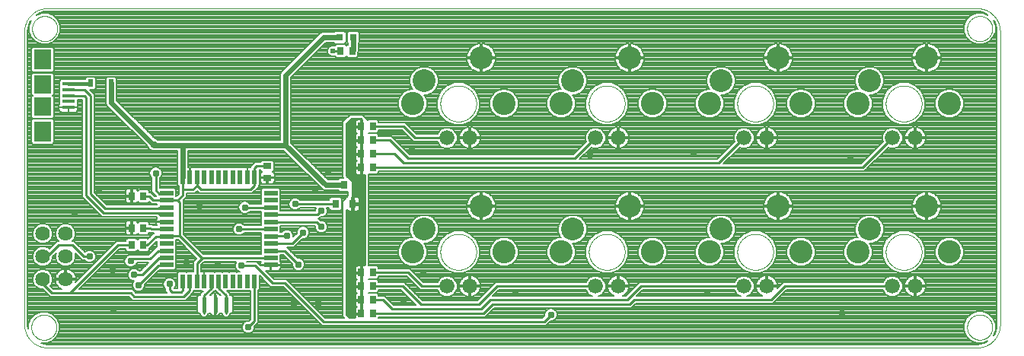
<source format=gtl>
G75*
%MOIN*%
%OFA0B0*%
%FSLAX25Y25*%
%IPPOS*%
%LPD*%
%AMOC8*
5,1,8,0,0,1.08239X$1,22.5*
%
%ADD10C,0.00000*%
%ADD11R,0.05906X0.01969*%
%ADD12R,0.01969X0.05906*%
%ADD13C,0.06400*%
%ADD14R,0.02756X0.03543*%
%ADD15C,0.01772*%
%ADD16C,0.01000*%
%ADD17R,0.05512X0.01575*%
%ADD18R,0.07480X0.07874*%
%ADD19R,0.07480X0.08661*%
%ADD20R,0.02480X0.03268*%
%ADD21R,0.03543X0.02756*%
%ADD22R,0.03150X0.03543*%
%ADD23C,0.10000*%
%ADD24C,0.10124*%
%ADD25C,0.06600*%
%ADD26R,0.03150X0.03150*%
%ADD27C,0.00800*%
%ADD28C,0.03100*%
%ADD29C,0.02400*%
%ADD30C,0.01600*%
%ADD31C,0.02400*%
D10*
X0025472Y0001479D02*
X0432638Y0001479D01*
X0428236Y0010369D02*
X0428238Y0010517D01*
X0428244Y0010665D01*
X0428254Y0010813D01*
X0428268Y0010960D01*
X0428286Y0011107D01*
X0428307Y0011253D01*
X0428333Y0011399D01*
X0428363Y0011544D01*
X0428396Y0011688D01*
X0428434Y0011831D01*
X0428475Y0011973D01*
X0428520Y0012114D01*
X0428568Y0012254D01*
X0428621Y0012393D01*
X0428677Y0012530D01*
X0428737Y0012665D01*
X0428800Y0012799D01*
X0428867Y0012931D01*
X0428938Y0013061D01*
X0429012Y0013189D01*
X0429089Y0013315D01*
X0429170Y0013439D01*
X0429254Y0013561D01*
X0429341Y0013680D01*
X0429432Y0013797D01*
X0429526Y0013912D01*
X0429622Y0014024D01*
X0429722Y0014134D01*
X0429824Y0014240D01*
X0429930Y0014344D01*
X0430038Y0014445D01*
X0430149Y0014543D01*
X0430262Y0014639D01*
X0430378Y0014731D01*
X0430496Y0014820D01*
X0430617Y0014905D01*
X0430740Y0014988D01*
X0430865Y0015067D01*
X0430992Y0015143D01*
X0431121Y0015215D01*
X0431252Y0015284D01*
X0431385Y0015349D01*
X0431520Y0015410D01*
X0431656Y0015468D01*
X0431793Y0015523D01*
X0431932Y0015573D01*
X0432073Y0015620D01*
X0432214Y0015663D01*
X0432357Y0015703D01*
X0432501Y0015738D01*
X0432645Y0015770D01*
X0432791Y0015797D01*
X0432937Y0015821D01*
X0433084Y0015841D01*
X0433231Y0015857D01*
X0433378Y0015869D01*
X0433526Y0015877D01*
X0433674Y0015881D01*
X0433822Y0015881D01*
X0433970Y0015877D01*
X0434118Y0015869D01*
X0434265Y0015857D01*
X0434412Y0015841D01*
X0434559Y0015821D01*
X0434705Y0015797D01*
X0434851Y0015770D01*
X0434995Y0015738D01*
X0435139Y0015703D01*
X0435282Y0015663D01*
X0435423Y0015620D01*
X0435564Y0015573D01*
X0435703Y0015523D01*
X0435840Y0015468D01*
X0435976Y0015410D01*
X0436111Y0015349D01*
X0436244Y0015284D01*
X0436375Y0015215D01*
X0436504Y0015143D01*
X0436631Y0015067D01*
X0436756Y0014988D01*
X0436879Y0014905D01*
X0437000Y0014820D01*
X0437118Y0014731D01*
X0437234Y0014639D01*
X0437347Y0014543D01*
X0437458Y0014445D01*
X0437566Y0014344D01*
X0437672Y0014240D01*
X0437774Y0014134D01*
X0437874Y0014024D01*
X0437970Y0013912D01*
X0438064Y0013797D01*
X0438155Y0013680D01*
X0438242Y0013561D01*
X0438326Y0013439D01*
X0438407Y0013315D01*
X0438484Y0013189D01*
X0438558Y0013061D01*
X0438629Y0012931D01*
X0438696Y0012799D01*
X0438759Y0012665D01*
X0438819Y0012530D01*
X0438875Y0012393D01*
X0438928Y0012254D01*
X0438976Y0012114D01*
X0439021Y0011973D01*
X0439062Y0011831D01*
X0439100Y0011688D01*
X0439133Y0011544D01*
X0439163Y0011399D01*
X0439189Y0011253D01*
X0439210Y0011107D01*
X0439228Y0010960D01*
X0439242Y0010813D01*
X0439252Y0010665D01*
X0439258Y0010517D01*
X0439260Y0010369D01*
X0439258Y0010221D01*
X0439252Y0010073D01*
X0439242Y0009925D01*
X0439228Y0009778D01*
X0439210Y0009631D01*
X0439189Y0009485D01*
X0439163Y0009339D01*
X0439133Y0009194D01*
X0439100Y0009050D01*
X0439062Y0008907D01*
X0439021Y0008765D01*
X0438976Y0008624D01*
X0438928Y0008484D01*
X0438875Y0008345D01*
X0438819Y0008208D01*
X0438759Y0008073D01*
X0438696Y0007939D01*
X0438629Y0007807D01*
X0438558Y0007677D01*
X0438484Y0007549D01*
X0438407Y0007423D01*
X0438326Y0007299D01*
X0438242Y0007177D01*
X0438155Y0007058D01*
X0438064Y0006941D01*
X0437970Y0006826D01*
X0437874Y0006714D01*
X0437774Y0006604D01*
X0437672Y0006498D01*
X0437566Y0006394D01*
X0437458Y0006293D01*
X0437347Y0006195D01*
X0437234Y0006099D01*
X0437118Y0006007D01*
X0437000Y0005918D01*
X0436879Y0005833D01*
X0436756Y0005750D01*
X0436631Y0005671D01*
X0436504Y0005595D01*
X0436375Y0005523D01*
X0436244Y0005454D01*
X0436111Y0005389D01*
X0435976Y0005328D01*
X0435840Y0005270D01*
X0435703Y0005215D01*
X0435564Y0005165D01*
X0435423Y0005118D01*
X0435282Y0005075D01*
X0435139Y0005035D01*
X0434995Y0005000D01*
X0434851Y0004968D01*
X0434705Y0004941D01*
X0434559Y0004917D01*
X0434412Y0004897D01*
X0434265Y0004881D01*
X0434118Y0004869D01*
X0433970Y0004861D01*
X0433822Y0004857D01*
X0433674Y0004857D01*
X0433526Y0004861D01*
X0433378Y0004869D01*
X0433231Y0004881D01*
X0433084Y0004897D01*
X0432937Y0004917D01*
X0432791Y0004941D01*
X0432645Y0004968D01*
X0432501Y0005000D01*
X0432357Y0005035D01*
X0432214Y0005075D01*
X0432073Y0005118D01*
X0431932Y0005165D01*
X0431793Y0005215D01*
X0431656Y0005270D01*
X0431520Y0005328D01*
X0431385Y0005389D01*
X0431252Y0005454D01*
X0431121Y0005523D01*
X0430992Y0005595D01*
X0430865Y0005671D01*
X0430740Y0005750D01*
X0430617Y0005833D01*
X0430496Y0005918D01*
X0430378Y0006007D01*
X0430262Y0006099D01*
X0430149Y0006195D01*
X0430038Y0006293D01*
X0429930Y0006394D01*
X0429824Y0006498D01*
X0429722Y0006604D01*
X0429622Y0006714D01*
X0429526Y0006826D01*
X0429432Y0006941D01*
X0429341Y0007058D01*
X0429254Y0007177D01*
X0429170Y0007299D01*
X0429089Y0007423D01*
X0429012Y0007549D01*
X0428938Y0007677D01*
X0428867Y0007807D01*
X0428800Y0007939D01*
X0428737Y0008073D01*
X0428677Y0008208D01*
X0428621Y0008345D01*
X0428568Y0008484D01*
X0428520Y0008624D01*
X0428475Y0008765D01*
X0428434Y0008907D01*
X0428396Y0009050D01*
X0428363Y0009194D01*
X0428333Y0009339D01*
X0428307Y0009485D01*
X0428286Y0009631D01*
X0428268Y0009778D01*
X0428254Y0009925D01*
X0428244Y0010073D01*
X0428238Y0010221D01*
X0428236Y0010369D01*
X0432638Y0001479D02*
X0432880Y0001482D01*
X0433121Y0001491D01*
X0433362Y0001505D01*
X0433603Y0001526D01*
X0433843Y0001552D01*
X0434083Y0001584D01*
X0434322Y0001622D01*
X0434559Y0001665D01*
X0434796Y0001715D01*
X0435031Y0001770D01*
X0435265Y0001830D01*
X0435497Y0001897D01*
X0435728Y0001968D01*
X0435957Y0002046D01*
X0436184Y0002129D01*
X0436409Y0002217D01*
X0436632Y0002311D01*
X0436852Y0002410D01*
X0437070Y0002515D01*
X0437285Y0002624D01*
X0437498Y0002739D01*
X0437708Y0002859D01*
X0437914Y0002984D01*
X0438118Y0003114D01*
X0438319Y0003249D01*
X0438516Y0003389D01*
X0438710Y0003533D01*
X0438900Y0003682D01*
X0439086Y0003836D01*
X0439269Y0003994D01*
X0439448Y0004156D01*
X0439623Y0004323D01*
X0439794Y0004494D01*
X0439961Y0004669D01*
X0440123Y0004848D01*
X0440281Y0005031D01*
X0440435Y0005217D01*
X0440584Y0005407D01*
X0440728Y0005601D01*
X0440868Y0005798D01*
X0441003Y0005999D01*
X0441133Y0006203D01*
X0441258Y0006409D01*
X0441378Y0006619D01*
X0441493Y0006832D01*
X0441602Y0007047D01*
X0441707Y0007265D01*
X0441806Y0007485D01*
X0441900Y0007708D01*
X0441988Y0007933D01*
X0442071Y0008160D01*
X0442149Y0008389D01*
X0442220Y0008620D01*
X0442287Y0008852D01*
X0442347Y0009086D01*
X0442402Y0009321D01*
X0442452Y0009558D01*
X0442495Y0009795D01*
X0442533Y0010034D01*
X0442565Y0010274D01*
X0442591Y0010514D01*
X0442612Y0010755D01*
X0442626Y0010996D01*
X0442635Y0011237D01*
X0442638Y0011479D01*
X0442638Y0140101D01*
X0428236Y0141211D02*
X0428238Y0141359D01*
X0428244Y0141507D01*
X0428254Y0141655D01*
X0428268Y0141802D01*
X0428286Y0141949D01*
X0428307Y0142095D01*
X0428333Y0142241D01*
X0428363Y0142386D01*
X0428396Y0142530D01*
X0428434Y0142673D01*
X0428475Y0142815D01*
X0428520Y0142956D01*
X0428568Y0143096D01*
X0428621Y0143235D01*
X0428677Y0143372D01*
X0428737Y0143507D01*
X0428800Y0143641D01*
X0428867Y0143773D01*
X0428938Y0143903D01*
X0429012Y0144031D01*
X0429089Y0144157D01*
X0429170Y0144281D01*
X0429254Y0144403D01*
X0429341Y0144522D01*
X0429432Y0144639D01*
X0429526Y0144754D01*
X0429622Y0144866D01*
X0429722Y0144976D01*
X0429824Y0145082D01*
X0429930Y0145186D01*
X0430038Y0145287D01*
X0430149Y0145385D01*
X0430262Y0145481D01*
X0430378Y0145573D01*
X0430496Y0145662D01*
X0430617Y0145747D01*
X0430740Y0145830D01*
X0430865Y0145909D01*
X0430992Y0145985D01*
X0431121Y0146057D01*
X0431252Y0146126D01*
X0431385Y0146191D01*
X0431520Y0146252D01*
X0431656Y0146310D01*
X0431793Y0146365D01*
X0431932Y0146415D01*
X0432073Y0146462D01*
X0432214Y0146505D01*
X0432357Y0146545D01*
X0432501Y0146580D01*
X0432645Y0146612D01*
X0432791Y0146639D01*
X0432937Y0146663D01*
X0433084Y0146683D01*
X0433231Y0146699D01*
X0433378Y0146711D01*
X0433526Y0146719D01*
X0433674Y0146723D01*
X0433822Y0146723D01*
X0433970Y0146719D01*
X0434118Y0146711D01*
X0434265Y0146699D01*
X0434412Y0146683D01*
X0434559Y0146663D01*
X0434705Y0146639D01*
X0434851Y0146612D01*
X0434995Y0146580D01*
X0435139Y0146545D01*
X0435282Y0146505D01*
X0435423Y0146462D01*
X0435564Y0146415D01*
X0435703Y0146365D01*
X0435840Y0146310D01*
X0435976Y0146252D01*
X0436111Y0146191D01*
X0436244Y0146126D01*
X0436375Y0146057D01*
X0436504Y0145985D01*
X0436631Y0145909D01*
X0436756Y0145830D01*
X0436879Y0145747D01*
X0437000Y0145662D01*
X0437118Y0145573D01*
X0437234Y0145481D01*
X0437347Y0145385D01*
X0437458Y0145287D01*
X0437566Y0145186D01*
X0437672Y0145082D01*
X0437774Y0144976D01*
X0437874Y0144866D01*
X0437970Y0144754D01*
X0438064Y0144639D01*
X0438155Y0144522D01*
X0438242Y0144403D01*
X0438326Y0144281D01*
X0438407Y0144157D01*
X0438484Y0144031D01*
X0438558Y0143903D01*
X0438629Y0143773D01*
X0438696Y0143641D01*
X0438759Y0143507D01*
X0438819Y0143372D01*
X0438875Y0143235D01*
X0438928Y0143096D01*
X0438976Y0142956D01*
X0439021Y0142815D01*
X0439062Y0142673D01*
X0439100Y0142530D01*
X0439133Y0142386D01*
X0439163Y0142241D01*
X0439189Y0142095D01*
X0439210Y0141949D01*
X0439228Y0141802D01*
X0439242Y0141655D01*
X0439252Y0141507D01*
X0439258Y0141359D01*
X0439260Y0141211D01*
X0439258Y0141063D01*
X0439252Y0140915D01*
X0439242Y0140767D01*
X0439228Y0140620D01*
X0439210Y0140473D01*
X0439189Y0140327D01*
X0439163Y0140181D01*
X0439133Y0140036D01*
X0439100Y0139892D01*
X0439062Y0139749D01*
X0439021Y0139607D01*
X0438976Y0139466D01*
X0438928Y0139326D01*
X0438875Y0139187D01*
X0438819Y0139050D01*
X0438759Y0138915D01*
X0438696Y0138781D01*
X0438629Y0138649D01*
X0438558Y0138519D01*
X0438484Y0138391D01*
X0438407Y0138265D01*
X0438326Y0138141D01*
X0438242Y0138019D01*
X0438155Y0137900D01*
X0438064Y0137783D01*
X0437970Y0137668D01*
X0437874Y0137556D01*
X0437774Y0137446D01*
X0437672Y0137340D01*
X0437566Y0137236D01*
X0437458Y0137135D01*
X0437347Y0137037D01*
X0437234Y0136941D01*
X0437118Y0136849D01*
X0437000Y0136760D01*
X0436879Y0136675D01*
X0436756Y0136592D01*
X0436631Y0136513D01*
X0436504Y0136437D01*
X0436375Y0136365D01*
X0436244Y0136296D01*
X0436111Y0136231D01*
X0435976Y0136170D01*
X0435840Y0136112D01*
X0435703Y0136057D01*
X0435564Y0136007D01*
X0435423Y0135960D01*
X0435282Y0135917D01*
X0435139Y0135877D01*
X0434995Y0135842D01*
X0434851Y0135810D01*
X0434705Y0135783D01*
X0434559Y0135759D01*
X0434412Y0135739D01*
X0434265Y0135723D01*
X0434118Y0135711D01*
X0433970Y0135703D01*
X0433822Y0135699D01*
X0433674Y0135699D01*
X0433526Y0135703D01*
X0433378Y0135711D01*
X0433231Y0135723D01*
X0433084Y0135739D01*
X0432937Y0135759D01*
X0432791Y0135783D01*
X0432645Y0135810D01*
X0432501Y0135842D01*
X0432357Y0135877D01*
X0432214Y0135917D01*
X0432073Y0135960D01*
X0431932Y0136007D01*
X0431793Y0136057D01*
X0431656Y0136112D01*
X0431520Y0136170D01*
X0431385Y0136231D01*
X0431252Y0136296D01*
X0431121Y0136365D01*
X0430992Y0136437D01*
X0430865Y0136513D01*
X0430740Y0136592D01*
X0430617Y0136675D01*
X0430496Y0136760D01*
X0430378Y0136849D01*
X0430262Y0136941D01*
X0430149Y0137037D01*
X0430038Y0137135D01*
X0429930Y0137236D01*
X0429824Y0137340D01*
X0429722Y0137446D01*
X0429622Y0137556D01*
X0429526Y0137668D01*
X0429432Y0137783D01*
X0429341Y0137900D01*
X0429254Y0138019D01*
X0429170Y0138141D01*
X0429089Y0138265D01*
X0429012Y0138391D01*
X0428938Y0138519D01*
X0428867Y0138649D01*
X0428800Y0138781D01*
X0428737Y0138915D01*
X0428677Y0139050D01*
X0428621Y0139187D01*
X0428568Y0139326D01*
X0428520Y0139466D01*
X0428475Y0139607D01*
X0428434Y0139749D01*
X0428396Y0139892D01*
X0428363Y0140036D01*
X0428333Y0140181D01*
X0428307Y0140327D01*
X0428286Y0140473D01*
X0428268Y0140620D01*
X0428254Y0140767D01*
X0428244Y0140915D01*
X0428238Y0141063D01*
X0428236Y0141211D01*
X0432638Y0150101D02*
X0432880Y0150098D01*
X0433121Y0150089D01*
X0433362Y0150075D01*
X0433603Y0150054D01*
X0433843Y0150028D01*
X0434083Y0149996D01*
X0434322Y0149958D01*
X0434559Y0149915D01*
X0434796Y0149865D01*
X0435031Y0149810D01*
X0435265Y0149750D01*
X0435497Y0149683D01*
X0435728Y0149612D01*
X0435957Y0149534D01*
X0436184Y0149451D01*
X0436409Y0149363D01*
X0436632Y0149269D01*
X0436852Y0149170D01*
X0437070Y0149065D01*
X0437285Y0148956D01*
X0437498Y0148841D01*
X0437708Y0148721D01*
X0437914Y0148596D01*
X0438118Y0148466D01*
X0438319Y0148331D01*
X0438516Y0148191D01*
X0438710Y0148047D01*
X0438900Y0147898D01*
X0439086Y0147744D01*
X0439269Y0147586D01*
X0439448Y0147424D01*
X0439623Y0147257D01*
X0439794Y0147086D01*
X0439961Y0146911D01*
X0440123Y0146732D01*
X0440281Y0146549D01*
X0440435Y0146363D01*
X0440584Y0146173D01*
X0440728Y0145979D01*
X0440868Y0145782D01*
X0441003Y0145581D01*
X0441133Y0145377D01*
X0441258Y0145171D01*
X0441378Y0144961D01*
X0441493Y0144748D01*
X0441602Y0144533D01*
X0441707Y0144315D01*
X0441806Y0144095D01*
X0441900Y0143872D01*
X0441988Y0143647D01*
X0442071Y0143420D01*
X0442149Y0143191D01*
X0442220Y0142960D01*
X0442287Y0142728D01*
X0442347Y0142494D01*
X0442402Y0142259D01*
X0442452Y0142022D01*
X0442495Y0141785D01*
X0442533Y0141546D01*
X0442565Y0141306D01*
X0442591Y0141066D01*
X0442612Y0140825D01*
X0442626Y0140584D01*
X0442635Y0140343D01*
X0442638Y0140101D01*
X0432638Y0150101D02*
X0025472Y0150101D01*
X0018850Y0141211D02*
X0018852Y0141359D01*
X0018858Y0141507D01*
X0018868Y0141655D01*
X0018882Y0141802D01*
X0018900Y0141949D01*
X0018921Y0142095D01*
X0018947Y0142241D01*
X0018977Y0142386D01*
X0019010Y0142530D01*
X0019048Y0142673D01*
X0019089Y0142815D01*
X0019134Y0142956D01*
X0019182Y0143096D01*
X0019235Y0143235D01*
X0019291Y0143372D01*
X0019351Y0143507D01*
X0019414Y0143641D01*
X0019481Y0143773D01*
X0019552Y0143903D01*
X0019626Y0144031D01*
X0019703Y0144157D01*
X0019784Y0144281D01*
X0019868Y0144403D01*
X0019955Y0144522D01*
X0020046Y0144639D01*
X0020140Y0144754D01*
X0020236Y0144866D01*
X0020336Y0144976D01*
X0020438Y0145082D01*
X0020544Y0145186D01*
X0020652Y0145287D01*
X0020763Y0145385D01*
X0020876Y0145481D01*
X0020992Y0145573D01*
X0021110Y0145662D01*
X0021231Y0145747D01*
X0021354Y0145830D01*
X0021479Y0145909D01*
X0021606Y0145985D01*
X0021735Y0146057D01*
X0021866Y0146126D01*
X0021999Y0146191D01*
X0022134Y0146252D01*
X0022270Y0146310D01*
X0022407Y0146365D01*
X0022546Y0146415D01*
X0022687Y0146462D01*
X0022828Y0146505D01*
X0022971Y0146545D01*
X0023115Y0146580D01*
X0023259Y0146612D01*
X0023405Y0146639D01*
X0023551Y0146663D01*
X0023698Y0146683D01*
X0023845Y0146699D01*
X0023992Y0146711D01*
X0024140Y0146719D01*
X0024288Y0146723D01*
X0024436Y0146723D01*
X0024584Y0146719D01*
X0024732Y0146711D01*
X0024879Y0146699D01*
X0025026Y0146683D01*
X0025173Y0146663D01*
X0025319Y0146639D01*
X0025465Y0146612D01*
X0025609Y0146580D01*
X0025753Y0146545D01*
X0025896Y0146505D01*
X0026037Y0146462D01*
X0026178Y0146415D01*
X0026317Y0146365D01*
X0026454Y0146310D01*
X0026590Y0146252D01*
X0026725Y0146191D01*
X0026858Y0146126D01*
X0026989Y0146057D01*
X0027118Y0145985D01*
X0027245Y0145909D01*
X0027370Y0145830D01*
X0027493Y0145747D01*
X0027614Y0145662D01*
X0027732Y0145573D01*
X0027848Y0145481D01*
X0027961Y0145385D01*
X0028072Y0145287D01*
X0028180Y0145186D01*
X0028286Y0145082D01*
X0028388Y0144976D01*
X0028488Y0144866D01*
X0028584Y0144754D01*
X0028678Y0144639D01*
X0028769Y0144522D01*
X0028856Y0144403D01*
X0028940Y0144281D01*
X0029021Y0144157D01*
X0029098Y0144031D01*
X0029172Y0143903D01*
X0029243Y0143773D01*
X0029310Y0143641D01*
X0029373Y0143507D01*
X0029433Y0143372D01*
X0029489Y0143235D01*
X0029542Y0143096D01*
X0029590Y0142956D01*
X0029635Y0142815D01*
X0029676Y0142673D01*
X0029714Y0142530D01*
X0029747Y0142386D01*
X0029777Y0142241D01*
X0029803Y0142095D01*
X0029824Y0141949D01*
X0029842Y0141802D01*
X0029856Y0141655D01*
X0029866Y0141507D01*
X0029872Y0141359D01*
X0029874Y0141211D01*
X0029872Y0141063D01*
X0029866Y0140915D01*
X0029856Y0140767D01*
X0029842Y0140620D01*
X0029824Y0140473D01*
X0029803Y0140327D01*
X0029777Y0140181D01*
X0029747Y0140036D01*
X0029714Y0139892D01*
X0029676Y0139749D01*
X0029635Y0139607D01*
X0029590Y0139466D01*
X0029542Y0139326D01*
X0029489Y0139187D01*
X0029433Y0139050D01*
X0029373Y0138915D01*
X0029310Y0138781D01*
X0029243Y0138649D01*
X0029172Y0138519D01*
X0029098Y0138391D01*
X0029021Y0138265D01*
X0028940Y0138141D01*
X0028856Y0138019D01*
X0028769Y0137900D01*
X0028678Y0137783D01*
X0028584Y0137668D01*
X0028488Y0137556D01*
X0028388Y0137446D01*
X0028286Y0137340D01*
X0028180Y0137236D01*
X0028072Y0137135D01*
X0027961Y0137037D01*
X0027848Y0136941D01*
X0027732Y0136849D01*
X0027614Y0136760D01*
X0027493Y0136675D01*
X0027370Y0136592D01*
X0027245Y0136513D01*
X0027118Y0136437D01*
X0026989Y0136365D01*
X0026858Y0136296D01*
X0026725Y0136231D01*
X0026590Y0136170D01*
X0026454Y0136112D01*
X0026317Y0136057D01*
X0026178Y0136007D01*
X0026037Y0135960D01*
X0025896Y0135917D01*
X0025753Y0135877D01*
X0025609Y0135842D01*
X0025465Y0135810D01*
X0025319Y0135783D01*
X0025173Y0135759D01*
X0025026Y0135739D01*
X0024879Y0135723D01*
X0024732Y0135711D01*
X0024584Y0135703D01*
X0024436Y0135699D01*
X0024288Y0135699D01*
X0024140Y0135703D01*
X0023992Y0135711D01*
X0023845Y0135723D01*
X0023698Y0135739D01*
X0023551Y0135759D01*
X0023405Y0135783D01*
X0023259Y0135810D01*
X0023115Y0135842D01*
X0022971Y0135877D01*
X0022828Y0135917D01*
X0022687Y0135960D01*
X0022546Y0136007D01*
X0022407Y0136057D01*
X0022270Y0136112D01*
X0022134Y0136170D01*
X0021999Y0136231D01*
X0021866Y0136296D01*
X0021735Y0136365D01*
X0021606Y0136437D01*
X0021479Y0136513D01*
X0021354Y0136592D01*
X0021231Y0136675D01*
X0021110Y0136760D01*
X0020992Y0136849D01*
X0020876Y0136941D01*
X0020763Y0137037D01*
X0020652Y0137135D01*
X0020544Y0137236D01*
X0020438Y0137340D01*
X0020336Y0137446D01*
X0020236Y0137556D01*
X0020140Y0137668D01*
X0020046Y0137783D01*
X0019955Y0137900D01*
X0019868Y0138019D01*
X0019784Y0138141D01*
X0019703Y0138265D01*
X0019626Y0138391D01*
X0019552Y0138519D01*
X0019481Y0138649D01*
X0019414Y0138781D01*
X0019351Y0138915D01*
X0019291Y0139050D01*
X0019235Y0139187D01*
X0019182Y0139326D01*
X0019134Y0139466D01*
X0019089Y0139607D01*
X0019048Y0139749D01*
X0019010Y0139892D01*
X0018977Y0140036D01*
X0018947Y0140181D01*
X0018921Y0140327D01*
X0018900Y0140473D01*
X0018882Y0140620D01*
X0018868Y0140767D01*
X0018858Y0140915D01*
X0018852Y0141063D01*
X0018850Y0141211D01*
X0015472Y0140101D02*
X0015472Y0011479D01*
X0018504Y0010337D02*
X0018506Y0010485D01*
X0018512Y0010633D01*
X0018522Y0010781D01*
X0018536Y0010928D01*
X0018554Y0011075D01*
X0018575Y0011221D01*
X0018601Y0011367D01*
X0018631Y0011512D01*
X0018664Y0011656D01*
X0018702Y0011799D01*
X0018743Y0011941D01*
X0018788Y0012082D01*
X0018836Y0012222D01*
X0018889Y0012361D01*
X0018945Y0012498D01*
X0019005Y0012633D01*
X0019068Y0012767D01*
X0019135Y0012899D01*
X0019206Y0013029D01*
X0019280Y0013157D01*
X0019357Y0013283D01*
X0019438Y0013407D01*
X0019522Y0013529D01*
X0019609Y0013648D01*
X0019700Y0013765D01*
X0019794Y0013880D01*
X0019890Y0013992D01*
X0019990Y0014102D01*
X0020092Y0014208D01*
X0020198Y0014312D01*
X0020306Y0014413D01*
X0020417Y0014511D01*
X0020530Y0014607D01*
X0020646Y0014699D01*
X0020764Y0014788D01*
X0020885Y0014873D01*
X0021008Y0014956D01*
X0021133Y0015035D01*
X0021260Y0015111D01*
X0021389Y0015183D01*
X0021520Y0015252D01*
X0021653Y0015317D01*
X0021788Y0015378D01*
X0021924Y0015436D01*
X0022061Y0015491D01*
X0022200Y0015541D01*
X0022341Y0015588D01*
X0022482Y0015631D01*
X0022625Y0015671D01*
X0022769Y0015706D01*
X0022913Y0015738D01*
X0023059Y0015765D01*
X0023205Y0015789D01*
X0023352Y0015809D01*
X0023499Y0015825D01*
X0023646Y0015837D01*
X0023794Y0015845D01*
X0023942Y0015849D01*
X0024090Y0015849D01*
X0024238Y0015845D01*
X0024386Y0015837D01*
X0024533Y0015825D01*
X0024680Y0015809D01*
X0024827Y0015789D01*
X0024973Y0015765D01*
X0025119Y0015738D01*
X0025263Y0015706D01*
X0025407Y0015671D01*
X0025550Y0015631D01*
X0025691Y0015588D01*
X0025832Y0015541D01*
X0025971Y0015491D01*
X0026108Y0015436D01*
X0026244Y0015378D01*
X0026379Y0015317D01*
X0026512Y0015252D01*
X0026643Y0015183D01*
X0026772Y0015111D01*
X0026899Y0015035D01*
X0027024Y0014956D01*
X0027147Y0014873D01*
X0027268Y0014788D01*
X0027386Y0014699D01*
X0027502Y0014607D01*
X0027615Y0014511D01*
X0027726Y0014413D01*
X0027834Y0014312D01*
X0027940Y0014208D01*
X0028042Y0014102D01*
X0028142Y0013992D01*
X0028238Y0013880D01*
X0028332Y0013765D01*
X0028423Y0013648D01*
X0028510Y0013529D01*
X0028594Y0013407D01*
X0028675Y0013283D01*
X0028752Y0013157D01*
X0028826Y0013029D01*
X0028897Y0012899D01*
X0028964Y0012767D01*
X0029027Y0012633D01*
X0029087Y0012498D01*
X0029143Y0012361D01*
X0029196Y0012222D01*
X0029244Y0012082D01*
X0029289Y0011941D01*
X0029330Y0011799D01*
X0029368Y0011656D01*
X0029401Y0011512D01*
X0029431Y0011367D01*
X0029457Y0011221D01*
X0029478Y0011075D01*
X0029496Y0010928D01*
X0029510Y0010781D01*
X0029520Y0010633D01*
X0029526Y0010485D01*
X0029528Y0010337D01*
X0029526Y0010189D01*
X0029520Y0010041D01*
X0029510Y0009893D01*
X0029496Y0009746D01*
X0029478Y0009599D01*
X0029457Y0009453D01*
X0029431Y0009307D01*
X0029401Y0009162D01*
X0029368Y0009018D01*
X0029330Y0008875D01*
X0029289Y0008733D01*
X0029244Y0008592D01*
X0029196Y0008452D01*
X0029143Y0008313D01*
X0029087Y0008176D01*
X0029027Y0008041D01*
X0028964Y0007907D01*
X0028897Y0007775D01*
X0028826Y0007645D01*
X0028752Y0007517D01*
X0028675Y0007391D01*
X0028594Y0007267D01*
X0028510Y0007145D01*
X0028423Y0007026D01*
X0028332Y0006909D01*
X0028238Y0006794D01*
X0028142Y0006682D01*
X0028042Y0006572D01*
X0027940Y0006466D01*
X0027834Y0006362D01*
X0027726Y0006261D01*
X0027615Y0006163D01*
X0027502Y0006067D01*
X0027386Y0005975D01*
X0027268Y0005886D01*
X0027147Y0005801D01*
X0027024Y0005718D01*
X0026899Y0005639D01*
X0026772Y0005563D01*
X0026643Y0005491D01*
X0026512Y0005422D01*
X0026379Y0005357D01*
X0026244Y0005296D01*
X0026108Y0005238D01*
X0025971Y0005183D01*
X0025832Y0005133D01*
X0025691Y0005086D01*
X0025550Y0005043D01*
X0025407Y0005003D01*
X0025263Y0004968D01*
X0025119Y0004936D01*
X0024973Y0004909D01*
X0024827Y0004885D01*
X0024680Y0004865D01*
X0024533Y0004849D01*
X0024386Y0004837D01*
X0024238Y0004829D01*
X0024090Y0004825D01*
X0023942Y0004825D01*
X0023794Y0004829D01*
X0023646Y0004837D01*
X0023499Y0004849D01*
X0023352Y0004865D01*
X0023205Y0004885D01*
X0023059Y0004909D01*
X0022913Y0004936D01*
X0022769Y0004968D01*
X0022625Y0005003D01*
X0022482Y0005043D01*
X0022341Y0005086D01*
X0022200Y0005133D01*
X0022061Y0005183D01*
X0021924Y0005238D01*
X0021788Y0005296D01*
X0021653Y0005357D01*
X0021520Y0005422D01*
X0021389Y0005491D01*
X0021260Y0005563D01*
X0021133Y0005639D01*
X0021008Y0005718D01*
X0020885Y0005801D01*
X0020764Y0005886D01*
X0020646Y0005975D01*
X0020530Y0006067D01*
X0020417Y0006163D01*
X0020306Y0006261D01*
X0020198Y0006362D01*
X0020092Y0006466D01*
X0019990Y0006572D01*
X0019890Y0006682D01*
X0019794Y0006794D01*
X0019700Y0006909D01*
X0019609Y0007026D01*
X0019522Y0007145D01*
X0019438Y0007267D01*
X0019357Y0007391D01*
X0019280Y0007517D01*
X0019206Y0007645D01*
X0019135Y0007775D01*
X0019068Y0007907D01*
X0019005Y0008041D01*
X0018945Y0008176D01*
X0018889Y0008313D01*
X0018836Y0008452D01*
X0018788Y0008592D01*
X0018743Y0008733D01*
X0018702Y0008875D01*
X0018664Y0009018D01*
X0018631Y0009162D01*
X0018601Y0009307D01*
X0018575Y0009453D01*
X0018554Y0009599D01*
X0018536Y0009746D01*
X0018522Y0009893D01*
X0018512Y0010041D01*
X0018506Y0010189D01*
X0018504Y0010337D01*
X0015472Y0011479D02*
X0015475Y0011237D01*
X0015484Y0010996D01*
X0015498Y0010755D01*
X0015519Y0010514D01*
X0015545Y0010274D01*
X0015577Y0010034D01*
X0015615Y0009795D01*
X0015658Y0009558D01*
X0015708Y0009321D01*
X0015763Y0009086D01*
X0015823Y0008852D01*
X0015890Y0008620D01*
X0015961Y0008389D01*
X0016039Y0008160D01*
X0016122Y0007933D01*
X0016210Y0007708D01*
X0016304Y0007485D01*
X0016403Y0007265D01*
X0016508Y0007047D01*
X0016617Y0006832D01*
X0016732Y0006619D01*
X0016852Y0006409D01*
X0016977Y0006203D01*
X0017107Y0005999D01*
X0017242Y0005798D01*
X0017382Y0005601D01*
X0017526Y0005407D01*
X0017675Y0005217D01*
X0017829Y0005031D01*
X0017987Y0004848D01*
X0018149Y0004669D01*
X0018316Y0004494D01*
X0018487Y0004323D01*
X0018662Y0004156D01*
X0018841Y0003994D01*
X0019024Y0003836D01*
X0019210Y0003682D01*
X0019400Y0003533D01*
X0019594Y0003389D01*
X0019791Y0003249D01*
X0019992Y0003114D01*
X0020196Y0002984D01*
X0020402Y0002859D01*
X0020612Y0002739D01*
X0020825Y0002624D01*
X0021040Y0002515D01*
X0021258Y0002410D01*
X0021478Y0002311D01*
X0021701Y0002217D01*
X0021926Y0002129D01*
X0022153Y0002046D01*
X0022382Y0001968D01*
X0022613Y0001897D01*
X0022845Y0001830D01*
X0023079Y0001770D01*
X0023314Y0001715D01*
X0023551Y0001665D01*
X0023788Y0001622D01*
X0024027Y0001584D01*
X0024267Y0001552D01*
X0024507Y0001526D01*
X0024748Y0001505D01*
X0024989Y0001491D01*
X0025230Y0001482D01*
X0025472Y0001479D01*
X0197597Y0043369D02*
X0197599Y0043562D01*
X0197606Y0043755D01*
X0197618Y0043948D01*
X0197635Y0044141D01*
X0197656Y0044333D01*
X0197682Y0044525D01*
X0197713Y0044715D01*
X0197748Y0044905D01*
X0197788Y0045094D01*
X0197833Y0045282D01*
X0197882Y0045469D01*
X0197936Y0045655D01*
X0197994Y0045839D01*
X0198057Y0046022D01*
X0198125Y0046203D01*
X0198196Y0046383D01*
X0198273Y0046560D01*
X0198353Y0046736D01*
X0198438Y0046910D01*
X0198527Y0047081D01*
X0198620Y0047251D01*
X0198717Y0047418D01*
X0198819Y0047582D01*
X0198924Y0047744D01*
X0199034Y0047903D01*
X0199147Y0048060D01*
X0199264Y0048214D01*
X0199385Y0048365D01*
X0199509Y0048513D01*
X0199637Y0048658D01*
X0199769Y0048799D01*
X0199904Y0048937D01*
X0200042Y0049072D01*
X0200183Y0049204D01*
X0200328Y0049332D01*
X0200476Y0049456D01*
X0200627Y0049577D01*
X0200781Y0049694D01*
X0200938Y0049807D01*
X0201097Y0049917D01*
X0201259Y0050022D01*
X0201423Y0050124D01*
X0201590Y0050221D01*
X0201760Y0050314D01*
X0201931Y0050403D01*
X0202105Y0050488D01*
X0202281Y0050568D01*
X0202458Y0050645D01*
X0202638Y0050716D01*
X0202819Y0050784D01*
X0203002Y0050847D01*
X0203186Y0050905D01*
X0203372Y0050959D01*
X0203559Y0051008D01*
X0203747Y0051053D01*
X0203936Y0051093D01*
X0204126Y0051128D01*
X0204316Y0051159D01*
X0204508Y0051185D01*
X0204700Y0051206D01*
X0204893Y0051223D01*
X0205086Y0051235D01*
X0205279Y0051242D01*
X0205472Y0051244D01*
X0205665Y0051242D01*
X0205858Y0051235D01*
X0206051Y0051223D01*
X0206244Y0051206D01*
X0206436Y0051185D01*
X0206628Y0051159D01*
X0206818Y0051128D01*
X0207008Y0051093D01*
X0207197Y0051053D01*
X0207385Y0051008D01*
X0207572Y0050959D01*
X0207758Y0050905D01*
X0207942Y0050847D01*
X0208125Y0050784D01*
X0208306Y0050716D01*
X0208486Y0050645D01*
X0208663Y0050568D01*
X0208839Y0050488D01*
X0209013Y0050403D01*
X0209184Y0050314D01*
X0209354Y0050221D01*
X0209521Y0050124D01*
X0209685Y0050022D01*
X0209847Y0049917D01*
X0210006Y0049807D01*
X0210163Y0049694D01*
X0210317Y0049577D01*
X0210468Y0049456D01*
X0210616Y0049332D01*
X0210761Y0049204D01*
X0210902Y0049072D01*
X0211040Y0048937D01*
X0211175Y0048799D01*
X0211307Y0048658D01*
X0211435Y0048513D01*
X0211559Y0048365D01*
X0211680Y0048214D01*
X0211797Y0048060D01*
X0211910Y0047903D01*
X0212020Y0047744D01*
X0212125Y0047582D01*
X0212227Y0047418D01*
X0212324Y0047251D01*
X0212417Y0047081D01*
X0212506Y0046910D01*
X0212591Y0046736D01*
X0212671Y0046560D01*
X0212748Y0046383D01*
X0212819Y0046203D01*
X0212887Y0046022D01*
X0212950Y0045839D01*
X0213008Y0045655D01*
X0213062Y0045469D01*
X0213111Y0045282D01*
X0213156Y0045094D01*
X0213196Y0044905D01*
X0213231Y0044715D01*
X0213262Y0044525D01*
X0213288Y0044333D01*
X0213309Y0044141D01*
X0213326Y0043948D01*
X0213338Y0043755D01*
X0213345Y0043562D01*
X0213347Y0043369D01*
X0213345Y0043176D01*
X0213338Y0042983D01*
X0213326Y0042790D01*
X0213309Y0042597D01*
X0213288Y0042405D01*
X0213262Y0042213D01*
X0213231Y0042023D01*
X0213196Y0041833D01*
X0213156Y0041644D01*
X0213111Y0041456D01*
X0213062Y0041269D01*
X0213008Y0041083D01*
X0212950Y0040899D01*
X0212887Y0040716D01*
X0212819Y0040535D01*
X0212748Y0040355D01*
X0212671Y0040178D01*
X0212591Y0040002D01*
X0212506Y0039828D01*
X0212417Y0039657D01*
X0212324Y0039487D01*
X0212227Y0039320D01*
X0212125Y0039156D01*
X0212020Y0038994D01*
X0211910Y0038835D01*
X0211797Y0038678D01*
X0211680Y0038524D01*
X0211559Y0038373D01*
X0211435Y0038225D01*
X0211307Y0038080D01*
X0211175Y0037939D01*
X0211040Y0037801D01*
X0210902Y0037666D01*
X0210761Y0037534D01*
X0210616Y0037406D01*
X0210468Y0037282D01*
X0210317Y0037161D01*
X0210163Y0037044D01*
X0210006Y0036931D01*
X0209847Y0036821D01*
X0209685Y0036716D01*
X0209521Y0036614D01*
X0209354Y0036517D01*
X0209184Y0036424D01*
X0209013Y0036335D01*
X0208839Y0036250D01*
X0208663Y0036170D01*
X0208486Y0036093D01*
X0208306Y0036022D01*
X0208125Y0035954D01*
X0207942Y0035891D01*
X0207758Y0035833D01*
X0207572Y0035779D01*
X0207385Y0035730D01*
X0207197Y0035685D01*
X0207008Y0035645D01*
X0206818Y0035610D01*
X0206628Y0035579D01*
X0206436Y0035553D01*
X0206244Y0035532D01*
X0206051Y0035515D01*
X0205858Y0035503D01*
X0205665Y0035496D01*
X0205472Y0035494D01*
X0205279Y0035496D01*
X0205086Y0035503D01*
X0204893Y0035515D01*
X0204700Y0035532D01*
X0204508Y0035553D01*
X0204316Y0035579D01*
X0204126Y0035610D01*
X0203936Y0035645D01*
X0203747Y0035685D01*
X0203559Y0035730D01*
X0203372Y0035779D01*
X0203186Y0035833D01*
X0203002Y0035891D01*
X0202819Y0035954D01*
X0202638Y0036022D01*
X0202458Y0036093D01*
X0202281Y0036170D01*
X0202105Y0036250D01*
X0201931Y0036335D01*
X0201760Y0036424D01*
X0201590Y0036517D01*
X0201423Y0036614D01*
X0201259Y0036716D01*
X0201097Y0036821D01*
X0200938Y0036931D01*
X0200781Y0037044D01*
X0200627Y0037161D01*
X0200476Y0037282D01*
X0200328Y0037406D01*
X0200183Y0037534D01*
X0200042Y0037666D01*
X0199904Y0037801D01*
X0199769Y0037939D01*
X0199637Y0038080D01*
X0199509Y0038225D01*
X0199385Y0038373D01*
X0199264Y0038524D01*
X0199147Y0038678D01*
X0199034Y0038835D01*
X0198924Y0038994D01*
X0198819Y0039156D01*
X0198717Y0039320D01*
X0198620Y0039487D01*
X0198527Y0039657D01*
X0198438Y0039828D01*
X0198353Y0040002D01*
X0198273Y0040178D01*
X0198196Y0040355D01*
X0198125Y0040535D01*
X0198057Y0040716D01*
X0197994Y0040899D01*
X0197936Y0041083D01*
X0197882Y0041269D01*
X0197833Y0041456D01*
X0197788Y0041644D01*
X0197748Y0041833D01*
X0197713Y0042023D01*
X0197682Y0042213D01*
X0197656Y0042405D01*
X0197635Y0042597D01*
X0197618Y0042790D01*
X0197606Y0042983D01*
X0197599Y0043176D01*
X0197597Y0043369D01*
X0262597Y0043369D02*
X0262599Y0043562D01*
X0262606Y0043755D01*
X0262618Y0043948D01*
X0262635Y0044141D01*
X0262656Y0044333D01*
X0262682Y0044525D01*
X0262713Y0044715D01*
X0262748Y0044905D01*
X0262788Y0045094D01*
X0262833Y0045282D01*
X0262882Y0045469D01*
X0262936Y0045655D01*
X0262994Y0045839D01*
X0263057Y0046022D01*
X0263125Y0046203D01*
X0263196Y0046383D01*
X0263273Y0046560D01*
X0263353Y0046736D01*
X0263438Y0046910D01*
X0263527Y0047081D01*
X0263620Y0047251D01*
X0263717Y0047418D01*
X0263819Y0047582D01*
X0263924Y0047744D01*
X0264034Y0047903D01*
X0264147Y0048060D01*
X0264264Y0048214D01*
X0264385Y0048365D01*
X0264509Y0048513D01*
X0264637Y0048658D01*
X0264769Y0048799D01*
X0264904Y0048937D01*
X0265042Y0049072D01*
X0265183Y0049204D01*
X0265328Y0049332D01*
X0265476Y0049456D01*
X0265627Y0049577D01*
X0265781Y0049694D01*
X0265938Y0049807D01*
X0266097Y0049917D01*
X0266259Y0050022D01*
X0266423Y0050124D01*
X0266590Y0050221D01*
X0266760Y0050314D01*
X0266931Y0050403D01*
X0267105Y0050488D01*
X0267281Y0050568D01*
X0267458Y0050645D01*
X0267638Y0050716D01*
X0267819Y0050784D01*
X0268002Y0050847D01*
X0268186Y0050905D01*
X0268372Y0050959D01*
X0268559Y0051008D01*
X0268747Y0051053D01*
X0268936Y0051093D01*
X0269126Y0051128D01*
X0269316Y0051159D01*
X0269508Y0051185D01*
X0269700Y0051206D01*
X0269893Y0051223D01*
X0270086Y0051235D01*
X0270279Y0051242D01*
X0270472Y0051244D01*
X0270665Y0051242D01*
X0270858Y0051235D01*
X0271051Y0051223D01*
X0271244Y0051206D01*
X0271436Y0051185D01*
X0271628Y0051159D01*
X0271818Y0051128D01*
X0272008Y0051093D01*
X0272197Y0051053D01*
X0272385Y0051008D01*
X0272572Y0050959D01*
X0272758Y0050905D01*
X0272942Y0050847D01*
X0273125Y0050784D01*
X0273306Y0050716D01*
X0273486Y0050645D01*
X0273663Y0050568D01*
X0273839Y0050488D01*
X0274013Y0050403D01*
X0274184Y0050314D01*
X0274354Y0050221D01*
X0274521Y0050124D01*
X0274685Y0050022D01*
X0274847Y0049917D01*
X0275006Y0049807D01*
X0275163Y0049694D01*
X0275317Y0049577D01*
X0275468Y0049456D01*
X0275616Y0049332D01*
X0275761Y0049204D01*
X0275902Y0049072D01*
X0276040Y0048937D01*
X0276175Y0048799D01*
X0276307Y0048658D01*
X0276435Y0048513D01*
X0276559Y0048365D01*
X0276680Y0048214D01*
X0276797Y0048060D01*
X0276910Y0047903D01*
X0277020Y0047744D01*
X0277125Y0047582D01*
X0277227Y0047418D01*
X0277324Y0047251D01*
X0277417Y0047081D01*
X0277506Y0046910D01*
X0277591Y0046736D01*
X0277671Y0046560D01*
X0277748Y0046383D01*
X0277819Y0046203D01*
X0277887Y0046022D01*
X0277950Y0045839D01*
X0278008Y0045655D01*
X0278062Y0045469D01*
X0278111Y0045282D01*
X0278156Y0045094D01*
X0278196Y0044905D01*
X0278231Y0044715D01*
X0278262Y0044525D01*
X0278288Y0044333D01*
X0278309Y0044141D01*
X0278326Y0043948D01*
X0278338Y0043755D01*
X0278345Y0043562D01*
X0278347Y0043369D01*
X0278345Y0043176D01*
X0278338Y0042983D01*
X0278326Y0042790D01*
X0278309Y0042597D01*
X0278288Y0042405D01*
X0278262Y0042213D01*
X0278231Y0042023D01*
X0278196Y0041833D01*
X0278156Y0041644D01*
X0278111Y0041456D01*
X0278062Y0041269D01*
X0278008Y0041083D01*
X0277950Y0040899D01*
X0277887Y0040716D01*
X0277819Y0040535D01*
X0277748Y0040355D01*
X0277671Y0040178D01*
X0277591Y0040002D01*
X0277506Y0039828D01*
X0277417Y0039657D01*
X0277324Y0039487D01*
X0277227Y0039320D01*
X0277125Y0039156D01*
X0277020Y0038994D01*
X0276910Y0038835D01*
X0276797Y0038678D01*
X0276680Y0038524D01*
X0276559Y0038373D01*
X0276435Y0038225D01*
X0276307Y0038080D01*
X0276175Y0037939D01*
X0276040Y0037801D01*
X0275902Y0037666D01*
X0275761Y0037534D01*
X0275616Y0037406D01*
X0275468Y0037282D01*
X0275317Y0037161D01*
X0275163Y0037044D01*
X0275006Y0036931D01*
X0274847Y0036821D01*
X0274685Y0036716D01*
X0274521Y0036614D01*
X0274354Y0036517D01*
X0274184Y0036424D01*
X0274013Y0036335D01*
X0273839Y0036250D01*
X0273663Y0036170D01*
X0273486Y0036093D01*
X0273306Y0036022D01*
X0273125Y0035954D01*
X0272942Y0035891D01*
X0272758Y0035833D01*
X0272572Y0035779D01*
X0272385Y0035730D01*
X0272197Y0035685D01*
X0272008Y0035645D01*
X0271818Y0035610D01*
X0271628Y0035579D01*
X0271436Y0035553D01*
X0271244Y0035532D01*
X0271051Y0035515D01*
X0270858Y0035503D01*
X0270665Y0035496D01*
X0270472Y0035494D01*
X0270279Y0035496D01*
X0270086Y0035503D01*
X0269893Y0035515D01*
X0269700Y0035532D01*
X0269508Y0035553D01*
X0269316Y0035579D01*
X0269126Y0035610D01*
X0268936Y0035645D01*
X0268747Y0035685D01*
X0268559Y0035730D01*
X0268372Y0035779D01*
X0268186Y0035833D01*
X0268002Y0035891D01*
X0267819Y0035954D01*
X0267638Y0036022D01*
X0267458Y0036093D01*
X0267281Y0036170D01*
X0267105Y0036250D01*
X0266931Y0036335D01*
X0266760Y0036424D01*
X0266590Y0036517D01*
X0266423Y0036614D01*
X0266259Y0036716D01*
X0266097Y0036821D01*
X0265938Y0036931D01*
X0265781Y0037044D01*
X0265627Y0037161D01*
X0265476Y0037282D01*
X0265328Y0037406D01*
X0265183Y0037534D01*
X0265042Y0037666D01*
X0264904Y0037801D01*
X0264769Y0037939D01*
X0264637Y0038080D01*
X0264509Y0038225D01*
X0264385Y0038373D01*
X0264264Y0038524D01*
X0264147Y0038678D01*
X0264034Y0038835D01*
X0263924Y0038994D01*
X0263819Y0039156D01*
X0263717Y0039320D01*
X0263620Y0039487D01*
X0263527Y0039657D01*
X0263438Y0039828D01*
X0263353Y0040002D01*
X0263273Y0040178D01*
X0263196Y0040355D01*
X0263125Y0040535D01*
X0263057Y0040716D01*
X0262994Y0040899D01*
X0262936Y0041083D01*
X0262882Y0041269D01*
X0262833Y0041456D01*
X0262788Y0041644D01*
X0262748Y0041833D01*
X0262713Y0042023D01*
X0262682Y0042213D01*
X0262656Y0042405D01*
X0262635Y0042597D01*
X0262618Y0042790D01*
X0262606Y0042983D01*
X0262599Y0043176D01*
X0262597Y0043369D01*
X0327597Y0043369D02*
X0327599Y0043562D01*
X0327606Y0043755D01*
X0327618Y0043948D01*
X0327635Y0044141D01*
X0327656Y0044333D01*
X0327682Y0044525D01*
X0327713Y0044715D01*
X0327748Y0044905D01*
X0327788Y0045094D01*
X0327833Y0045282D01*
X0327882Y0045469D01*
X0327936Y0045655D01*
X0327994Y0045839D01*
X0328057Y0046022D01*
X0328125Y0046203D01*
X0328196Y0046383D01*
X0328273Y0046560D01*
X0328353Y0046736D01*
X0328438Y0046910D01*
X0328527Y0047081D01*
X0328620Y0047251D01*
X0328717Y0047418D01*
X0328819Y0047582D01*
X0328924Y0047744D01*
X0329034Y0047903D01*
X0329147Y0048060D01*
X0329264Y0048214D01*
X0329385Y0048365D01*
X0329509Y0048513D01*
X0329637Y0048658D01*
X0329769Y0048799D01*
X0329904Y0048937D01*
X0330042Y0049072D01*
X0330183Y0049204D01*
X0330328Y0049332D01*
X0330476Y0049456D01*
X0330627Y0049577D01*
X0330781Y0049694D01*
X0330938Y0049807D01*
X0331097Y0049917D01*
X0331259Y0050022D01*
X0331423Y0050124D01*
X0331590Y0050221D01*
X0331760Y0050314D01*
X0331931Y0050403D01*
X0332105Y0050488D01*
X0332281Y0050568D01*
X0332458Y0050645D01*
X0332638Y0050716D01*
X0332819Y0050784D01*
X0333002Y0050847D01*
X0333186Y0050905D01*
X0333372Y0050959D01*
X0333559Y0051008D01*
X0333747Y0051053D01*
X0333936Y0051093D01*
X0334126Y0051128D01*
X0334316Y0051159D01*
X0334508Y0051185D01*
X0334700Y0051206D01*
X0334893Y0051223D01*
X0335086Y0051235D01*
X0335279Y0051242D01*
X0335472Y0051244D01*
X0335665Y0051242D01*
X0335858Y0051235D01*
X0336051Y0051223D01*
X0336244Y0051206D01*
X0336436Y0051185D01*
X0336628Y0051159D01*
X0336818Y0051128D01*
X0337008Y0051093D01*
X0337197Y0051053D01*
X0337385Y0051008D01*
X0337572Y0050959D01*
X0337758Y0050905D01*
X0337942Y0050847D01*
X0338125Y0050784D01*
X0338306Y0050716D01*
X0338486Y0050645D01*
X0338663Y0050568D01*
X0338839Y0050488D01*
X0339013Y0050403D01*
X0339184Y0050314D01*
X0339354Y0050221D01*
X0339521Y0050124D01*
X0339685Y0050022D01*
X0339847Y0049917D01*
X0340006Y0049807D01*
X0340163Y0049694D01*
X0340317Y0049577D01*
X0340468Y0049456D01*
X0340616Y0049332D01*
X0340761Y0049204D01*
X0340902Y0049072D01*
X0341040Y0048937D01*
X0341175Y0048799D01*
X0341307Y0048658D01*
X0341435Y0048513D01*
X0341559Y0048365D01*
X0341680Y0048214D01*
X0341797Y0048060D01*
X0341910Y0047903D01*
X0342020Y0047744D01*
X0342125Y0047582D01*
X0342227Y0047418D01*
X0342324Y0047251D01*
X0342417Y0047081D01*
X0342506Y0046910D01*
X0342591Y0046736D01*
X0342671Y0046560D01*
X0342748Y0046383D01*
X0342819Y0046203D01*
X0342887Y0046022D01*
X0342950Y0045839D01*
X0343008Y0045655D01*
X0343062Y0045469D01*
X0343111Y0045282D01*
X0343156Y0045094D01*
X0343196Y0044905D01*
X0343231Y0044715D01*
X0343262Y0044525D01*
X0343288Y0044333D01*
X0343309Y0044141D01*
X0343326Y0043948D01*
X0343338Y0043755D01*
X0343345Y0043562D01*
X0343347Y0043369D01*
X0343345Y0043176D01*
X0343338Y0042983D01*
X0343326Y0042790D01*
X0343309Y0042597D01*
X0343288Y0042405D01*
X0343262Y0042213D01*
X0343231Y0042023D01*
X0343196Y0041833D01*
X0343156Y0041644D01*
X0343111Y0041456D01*
X0343062Y0041269D01*
X0343008Y0041083D01*
X0342950Y0040899D01*
X0342887Y0040716D01*
X0342819Y0040535D01*
X0342748Y0040355D01*
X0342671Y0040178D01*
X0342591Y0040002D01*
X0342506Y0039828D01*
X0342417Y0039657D01*
X0342324Y0039487D01*
X0342227Y0039320D01*
X0342125Y0039156D01*
X0342020Y0038994D01*
X0341910Y0038835D01*
X0341797Y0038678D01*
X0341680Y0038524D01*
X0341559Y0038373D01*
X0341435Y0038225D01*
X0341307Y0038080D01*
X0341175Y0037939D01*
X0341040Y0037801D01*
X0340902Y0037666D01*
X0340761Y0037534D01*
X0340616Y0037406D01*
X0340468Y0037282D01*
X0340317Y0037161D01*
X0340163Y0037044D01*
X0340006Y0036931D01*
X0339847Y0036821D01*
X0339685Y0036716D01*
X0339521Y0036614D01*
X0339354Y0036517D01*
X0339184Y0036424D01*
X0339013Y0036335D01*
X0338839Y0036250D01*
X0338663Y0036170D01*
X0338486Y0036093D01*
X0338306Y0036022D01*
X0338125Y0035954D01*
X0337942Y0035891D01*
X0337758Y0035833D01*
X0337572Y0035779D01*
X0337385Y0035730D01*
X0337197Y0035685D01*
X0337008Y0035645D01*
X0336818Y0035610D01*
X0336628Y0035579D01*
X0336436Y0035553D01*
X0336244Y0035532D01*
X0336051Y0035515D01*
X0335858Y0035503D01*
X0335665Y0035496D01*
X0335472Y0035494D01*
X0335279Y0035496D01*
X0335086Y0035503D01*
X0334893Y0035515D01*
X0334700Y0035532D01*
X0334508Y0035553D01*
X0334316Y0035579D01*
X0334126Y0035610D01*
X0333936Y0035645D01*
X0333747Y0035685D01*
X0333559Y0035730D01*
X0333372Y0035779D01*
X0333186Y0035833D01*
X0333002Y0035891D01*
X0332819Y0035954D01*
X0332638Y0036022D01*
X0332458Y0036093D01*
X0332281Y0036170D01*
X0332105Y0036250D01*
X0331931Y0036335D01*
X0331760Y0036424D01*
X0331590Y0036517D01*
X0331423Y0036614D01*
X0331259Y0036716D01*
X0331097Y0036821D01*
X0330938Y0036931D01*
X0330781Y0037044D01*
X0330627Y0037161D01*
X0330476Y0037282D01*
X0330328Y0037406D01*
X0330183Y0037534D01*
X0330042Y0037666D01*
X0329904Y0037801D01*
X0329769Y0037939D01*
X0329637Y0038080D01*
X0329509Y0038225D01*
X0329385Y0038373D01*
X0329264Y0038524D01*
X0329147Y0038678D01*
X0329034Y0038835D01*
X0328924Y0038994D01*
X0328819Y0039156D01*
X0328717Y0039320D01*
X0328620Y0039487D01*
X0328527Y0039657D01*
X0328438Y0039828D01*
X0328353Y0040002D01*
X0328273Y0040178D01*
X0328196Y0040355D01*
X0328125Y0040535D01*
X0328057Y0040716D01*
X0327994Y0040899D01*
X0327936Y0041083D01*
X0327882Y0041269D01*
X0327833Y0041456D01*
X0327788Y0041644D01*
X0327748Y0041833D01*
X0327713Y0042023D01*
X0327682Y0042213D01*
X0327656Y0042405D01*
X0327635Y0042597D01*
X0327618Y0042790D01*
X0327606Y0042983D01*
X0327599Y0043176D01*
X0327597Y0043369D01*
X0392597Y0043369D02*
X0392599Y0043562D01*
X0392606Y0043755D01*
X0392618Y0043948D01*
X0392635Y0044141D01*
X0392656Y0044333D01*
X0392682Y0044525D01*
X0392713Y0044715D01*
X0392748Y0044905D01*
X0392788Y0045094D01*
X0392833Y0045282D01*
X0392882Y0045469D01*
X0392936Y0045655D01*
X0392994Y0045839D01*
X0393057Y0046022D01*
X0393125Y0046203D01*
X0393196Y0046383D01*
X0393273Y0046560D01*
X0393353Y0046736D01*
X0393438Y0046910D01*
X0393527Y0047081D01*
X0393620Y0047251D01*
X0393717Y0047418D01*
X0393819Y0047582D01*
X0393924Y0047744D01*
X0394034Y0047903D01*
X0394147Y0048060D01*
X0394264Y0048214D01*
X0394385Y0048365D01*
X0394509Y0048513D01*
X0394637Y0048658D01*
X0394769Y0048799D01*
X0394904Y0048937D01*
X0395042Y0049072D01*
X0395183Y0049204D01*
X0395328Y0049332D01*
X0395476Y0049456D01*
X0395627Y0049577D01*
X0395781Y0049694D01*
X0395938Y0049807D01*
X0396097Y0049917D01*
X0396259Y0050022D01*
X0396423Y0050124D01*
X0396590Y0050221D01*
X0396760Y0050314D01*
X0396931Y0050403D01*
X0397105Y0050488D01*
X0397281Y0050568D01*
X0397458Y0050645D01*
X0397638Y0050716D01*
X0397819Y0050784D01*
X0398002Y0050847D01*
X0398186Y0050905D01*
X0398372Y0050959D01*
X0398559Y0051008D01*
X0398747Y0051053D01*
X0398936Y0051093D01*
X0399126Y0051128D01*
X0399316Y0051159D01*
X0399508Y0051185D01*
X0399700Y0051206D01*
X0399893Y0051223D01*
X0400086Y0051235D01*
X0400279Y0051242D01*
X0400472Y0051244D01*
X0400665Y0051242D01*
X0400858Y0051235D01*
X0401051Y0051223D01*
X0401244Y0051206D01*
X0401436Y0051185D01*
X0401628Y0051159D01*
X0401818Y0051128D01*
X0402008Y0051093D01*
X0402197Y0051053D01*
X0402385Y0051008D01*
X0402572Y0050959D01*
X0402758Y0050905D01*
X0402942Y0050847D01*
X0403125Y0050784D01*
X0403306Y0050716D01*
X0403486Y0050645D01*
X0403663Y0050568D01*
X0403839Y0050488D01*
X0404013Y0050403D01*
X0404184Y0050314D01*
X0404354Y0050221D01*
X0404521Y0050124D01*
X0404685Y0050022D01*
X0404847Y0049917D01*
X0405006Y0049807D01*
X0405163Y0049694D01*
X0405317Y0049577D01*
X0405468Y0049456D01*
X0405616Y0049332D01*
X0405761Y0049204D01*
X0405902Y0049072D01*
X0406040Y0048937D01*
X0406175Y0048799D01*
X0406307Y0048658D01*
X0406435Y0048513D01*
X0406559Y0048365D01*
X0406680Y0048214D01*
X0406797Y0048060D01*
X0406910Y0047903D01*
X0407020Y0047744D01*
X0407125Y0047582D01*
X0407227Y0047418D01*
X0407324Y0047251D01*
X0407417Y0047081D01*
X0407506Y0046910D01*
X0407591Y0046736D01*
X0407671Y0046560D01*
X0407748Y0046383D01*
X0407819Y0046203D01*
X0407887Y0046022D01*
X0407950Y0045839D01*
X0408008Y0045655D01*
X0408062Y0045469D01*
X0408111Y0045282D01*
X0408156Y0045094D01*
X0408196Y0044905D01*
X0408231Y0044715D01*
X0408262Y0044525D01*
X0408288Y0044333D01*
X0408309Y0044141D01*
X0408326Y0043948D01*
X0408338Y0043755D01*
X0408345Y0043562D01*
X0408347Y0043369D01*
X0408345Y0043176D01*
X0408338Y0042983D01*
X0408326Y0042790D01*
X0408309Y0042597D01*
X0408288Y0042405D01*
X0408262Y0042213D01*
X0408231Y0042023D01*
X0408196Y0041833D01*
X0408156Y0041644D01*
X0408111Y0041456D01*
X0408062Y0041269D01*
X0408008Y0041083D01*
X0407950Y0040899D01*
X0407887Y0040716D01*
X0407819Y0040535D01*
X0407748Y0040355D01*
X0407671Y0040178D01*
X0407591Y0040002D01*
X0407506Y0039828D01*
X0407417Y0039657D01*
X0407324Y0039487D01*
X0407227Y0039320D01*
X0407125Y0039156D01*
X0407020Y0038994D01*
X0406910Y0038835D01*
X0406797Y0038678D01*
X0406680Y0038524D01*
X0406559Y0038373D01*
X0406435Y0038225D01*
X0406307Y0038080D01*
X0406175Y0037939D01*
X0406040Y0037801D01*
X0405902Y0037666D01*
X0405761Y0037534D01*
X0405616Y0037406D01*
X0405468Y0037282D01*
X0405317Y0037161D01*
X0405163Y0037044D01*
X0405006Y0036931D01*
X0404847Y0036821D01*
X0404685Y0036716D01*
X0404521Y0036614D01*
X0404354Y0036517D01*
X0404184Y0036424D01*
X0404013Y0036335D01*
X0403839Y0036250D01*
X0403663Y0036170D01*
X0403486Y0036093D01*
X0403306Y0036022D01*
X0403125Y0035954D01*
X0402942Y0035891D01*
X0402758Y0035833D01*
X0402572Y0035779D01*
X0402385Y0035730D01*
X0402197Y0035685D01*
X0402008Y0035645D01*
X0401818Y0035610D01*
X0401628Y0035579D01*
X0401436Y0035553D01*
X0401244Y0035532D01*
X0401051Y0035515D01*
X0400858Y0035503D01*
X0400665Y0035496D01*
X0400472Y0035494D01*
X0400279Y0035496D01*
X0400086Y0035503D01*
X0399893Y0035515D01*
X0399700Y0035532D01*
X0399508Y0035553D01*
X0399316Y0035579D01*
X0399126Y0035610D01*
X0398936Y0035645D01*
X0398747Y0035685D01*
X0398559Y0035730D01*
X0398372Y0035779D01*
X0398186Y0035833D01*
X0398002Y0035891D01*
X0397819Y0035954D01*
X0397638Y0036022D01*
X0397458Y0036093D01*
X0397281Y0036170D01*
X0397105Y0036250D01*
X0396931Y0036335D01*
X0396760Y0036424D01*
X0396590Y0036517D01*
X0396423Y0036614D01*
X0396259Y0036716D01*
X0396097Y0036821D01*
X0395938Y0036931D01*
X0395781Y0037044D01*
X0395627Y0037161D01*
X0395476Y0037282D01*
X0395328Y0037406D01*
X0395183Y0037534D01*
X0395042Y0037666D01*
X0394904Y0037801D01*
X0394769Y0037939D01*
X0394637Y0038080D01*
X0394509Y0038225D01*
X0394385Y0038373D01*
X0394264Y0038524D01*
X0394147Y0038678D01*
X0394034Y0038835D01*
X0393924Y0038994D01*
X0393819Y0039156D01*
X0393717Y0039320D01*
X0393620Y0039487D01*
X0393527Y0039657D01*
X0393438Y0039828D01*
X0393353Y0040002D01*
X0393273Y0040178D01*
X0393196Y0040355D01*
X0393125Y0040535D01*
X0393057Y0040716D01*
X0392994Y0040899D01*
X0392936Y0041083D01*
X0392882Y0041269D01*
X0392833Y0041456D01*
X0392788Y0041644D01*
X0392748Y0041833D01*
X0392713Y0042023D01*
X0392682Y0042213D01*
X0392656Y0042405D01*
X0392635Y0042597D01*
X0392618Y0042790D01*
X0392606Y0042983D01*
X0392599Y0043176D01*
X0392597Y0043369D01*
X0392597Y0108369D02*
X0392599Y0108562D01*
X0392606Y0108755D01*
X0392618Y0108948D01*
X0392635Y0109141D01*
X0392656Y0109333D01*
X0392682Y0109525D01*
X0392713Y0109715D01*
X0392748Y0109905D01*
X0392788Y0110094D01*
X0392833Y0110282D01*
X0392882Y0110469D01*
X0392936Y0110655D01*
X0392994Y0110839D01*
X0393057Y0111022D01*
X0393125Y0111203D01*
X0393196Y0111383D01*
X0393273Y0111560D01*
X0393353Y0111736D01*
X0393438Y0111910D01*
X0393527Y0112081D01*
X0393620Y0112251D01*
X0393717Y0112418D01*
X0393819Y0112582D01*
X0393924Y0112744D01*
X0394034Y0112903D01*
X0394147Y0113060D01*
X0394264Y0113214D01*
X0394385Y0113365D01*
X0394509Y0113513D01*
X0394637Y0113658D01*
X0394769Y0113799D01*
X0394904Y0113937D01*
X0395042Y0114072D01*
X0395183Y0114204D01*
X0395328Y0114332D01*
X0395476Y0114456D01*
X0395627Y0114577D01*
X0395781Y0114694D01*
X0395938Y0114807D01*
X0396097Y0114917D01*
X0396259Y0115022D01*
X0396423Y0115124D01*
X0396590Y0115221D01*
X0396760Y0115314D01*
X0396931Y0115403D01*
X0397105Y0115488D01*
X0397281Y0115568D01*
X0397458Y0115645D01*
X0397638Y0115716D01*
X0397819Y0115784D01*
X0398002Y0115847D01*
X0398186Y0115905D01*
X0398372Y0115959D01*
X0398559Y0116008D01*
X0398747Y0116053D01*
X0398936Y0116093D01*
X0399126Y0116128D01*
X0399316Y0116159D01*
X0399508Y0116185D01*
X0399700Y0116206D01*
X0399893Y0116223D01*
X0400086Y0116235D01*
X0400279Y0116242D01*
X0400472Y0116244D01*
X0400665Y0116242D01*
X0400858Y0116235D01*
X0401051Y0116223D01*
X0401244Y0116206D01*
X0401436Y0116185D01*
X0401628Y0116159D01*
X0401818Y0116128D01*
X0402008Y0116093D01*
X0402197Y0116053D01*
X0402385Y0116008D01*
X0402572Y0115959D01*
X0402758Y0115905D01*
X0402942Y0115847D01*
X0403125Y0115784D01*
X0403306Y0115716D01*
X0403486Y0115645D01*
X0403663Y0115568D01*
X0403839Y0115488D01*
X0404013Y0115403D01*
X0404184Y0115314D01*
X0404354Y0115221D01*
X0404521Y0115124D01*
X0404685Y0115022D01*
X0404847Y0114917D01*
X0405006Y0114807D01*
X0405163Y0114694D01*
X0405317Y0114577D01*
X0405468Y0114456D01*
X0405616Y0114332D01*
X0405761Y0114204D01*
X0405902Y0114072D01*
X0406040Y0113937D01*
X0406175Y0113799D01*
X0406307Y0113658D01*
X0406435Y0113513D01*
X0406559Y0113365D01*
X0406680Y0113214D01*
X0406797Y0113060D01*
X0406910Y0112903D01*
X0407020Y0112744D01*
X0407125Y0112582D01*
X0407227Y0112418D01*
X0407324Y0112251D01*
X0407417Y0112081D01*
X0407506Y0111910D01*
X0407591Y0111736D01*
X0407671Y0111560D01*
X0407748Y0111383D01*
X0407819Y0111203D01*
X0407887Y0111022D01*
X0407950Y0110839D01*
X0408008Y0110655D01*
X0408062Y0110469D01*
X0408111Y0110282D01*
X0408156Y0110094D01*
X0408196Y0109905D01*
X0408231Y0109715D01*
X0408262Y0109525D01*
X0408288Y0109333D01*
X0408309Y0109141D01*
X0408326Y0108948D01*
X0408338Y0108755D01*
X0408345Y0108562D01*
X0408347Y0108369D01*
X0408345Y0108176D01*
X0408338Y0107983D01*
X0408326Y0107790D01*
X0408309Y0107597D01*
X0408288Y0107405D01*
X0408262Y0107213D01*
X0408231Y0107023D01*
X0408196Y0106833D01*
X0408156Y0106644D01*
X0408111Y0106456D01*
X0408062Y0106269D01*
X0408008Y0106083D01*
X0407950Y0105899D01*
X0407887Y0105716D01*
X0407819Y0105535D01*
X0407748Y0105355D01*
X0407671Y0105178D01*
X0407591Y0105002D01*
X0407506Y0104828D01*
X0407417Y0104657D01*
X0407324Y0104487D01*
X0407227Y0104320D01*
X0407125Y0104156D01*
X0407020Y0103994D01*
X0406910Y0103835D01*
X0406797Y0103678D01*
X0406680Y0103524D01*
X0406559Y0103373D01*
X0406435Y0103225D01*
X0406307Y0103080D01*
X0406175Y0102939D01*
X0406040Y0102801D01*
X0405902Y0102666D01*
X0405761Y0102534D01*
X0405616Y0102406D01*
X0405468Y0102282D01*
X0405317Y0102161D01*
X0405163Y0102044D01*
X0405006Y0101931D01*
X0404847Y0101821D01*
X0404685Y0101716D01*
X0404521Y0101614D01*
X0404354Y0101517D01*
X0404184Y0101424D01*
X0404013Y0101335D01*
X0403839Y0101250D01*
X0403663Y0101170D01*
X0403486Y0101093D01*
X0403306Y0101022D01*
X0403125Y0100954D01*
X0402942Y0100891D01*
X0402758Y0100833D01*
X0402572Y0100779D01*
X0402385Y0100730D01*
X0402197Y0100685D01*
X0402008Y0100645D01*
X0401818Y0100610D01*
X0401628Y0100579D01*
X0401436Y0100553D01*
X0401244Y0100532D01*
X0401051Y0100515D01*
X0400858Y0100503D01*
X0400665Y0100496D01*
X0400472Y0100494D01*
X0400279Y0100496D01*
X0400086Y0100503D01*
X0399893Y0100515D01*
X0399700Y0100532D01*
X0399508Y0100553D01*
X0399316Y0100579D01*
X0399126Y0100610D01*
X0398936Y0100645D01*
X0398747Y0100685D01*
X0398559Y0100730D01*
X0398372Y0100779D01*
X0398186Y0100833D01*
X0398002Y0100891D01*
X0397819Y0100954D01*
X0397638Y0101022D01*
X0397458Y0101093D01*
X0397281Y0101170D01*
X0397105Y0101250D01*
X0396931Y0101335D01*
X0396760Y0101424D01*
X0396590Y0101517D01*
X0396423Y0101614D01*
X0396259Y0101716D01*
X0396097Y0101821D01*
X0395938Y0101931D01*
X0395781Y0102044D01*
X0395627Y0102161D01*
X0395476Y0102282D01*
X0395328Y0102406D01*
X0395183Y0102534D01*
X0395042Y0102666D01*
X0394904Y0102801D01*
X0394769Y0102939D01*
X0394637Y0103080D01*
X0394509Y0103225D01*
X0394385Y0103373D01*
X0394264Y0103524D01*
X0394147Y0103678D01*
X0394034Y0103835D01*
X0393924Y0103994D01*
X0393819Y0104156D01*
X0393717Y0104320D01*
X0393620Y0104487D01*
X0393527Y0104657D01*
X0393438Y0104828D01*
X0393353Y0105002D01*
X0393273Y0105178D01*
X0393196Y0105355D01*
X0393125Y0105535D01*
X0393057Y0105716D01*
X0392994Y0105899D01*
X0392936Y0106083D01*
X0392882Y0106269D01*
X0392833Y0106456D01*
X0392788Y0106644D01*
X0392748Y0106833D01*
X0392713Y0107023D01*
X0392682Y0107213D01*
X0392656Y0107405D01*
X0392635Y0107597D01*
X0392618Y0107790D01*
X0392606Y0107983D01*
X0392599Y0108176D01*
X0392597Y0108369D01*
X0327597Y0108369D02*
X0327599Y0108562D01*
X0327606Y0108755D01*
X0327618Y0108948D01*
X0327635Y0109141D01*
X0327656Y0109333D01*
X0327682Y0109525D01*
X0327713Y0109715D01*
X0327748Y0109905D01*
X0327788Y0110094D01*
X0327833Y0110282D01*
X0327882Y0110469D01*
X0327936Y0110655D01*
X0327994Y0110839D01*
X0328057Y0111022D01*
X0328125Y0111203D01*
X0328196Y0111383D01*
X0328273Y0111560D01*
X0328353Y0111736D01*
X0328438Y0111910D01*
X0328527Y0112081D01*
X0328620Y0112251D01*
X0328717Y0112418D01*
X0328819Y0112582D01*
X0328924Y0112744D01*
X0329034Y0112903D01*
X0329147Y0113060D01*
X0329264Y0113214D01*
X0329385Y0113365D01*
X0329509Y0113513D01*
X0329637Y0113658D01*
X0329769Y0113799D01*
X0329904Y0113937D01*
X0330042Y0114072D01*
X0330183Y0114204D01*
X0330328Y0114332D01*
X0330476Y0114456D01*
X0330627Y0114577D01*
X0330781Y0114694D01*
X0330938Y0114807D01*
X0331097Y0114917D01*
X0331259Y0115022D01*
X0331423Y0115124D01*
X0331590Y0115221D01*
X0331760Y0115314D01*
X0331931Y0115403D01*
X0332105Y0115488D01*
X0332281Y0115568D01*
X0332458Y0115645D01*
X0332638Y0115716D01*
X0332819Y0115784D01*
X0333002Y0115847D01*
X0333186Y0115905D01*
X0333372Y0115959D01*
X0333559Y0116008D01*
X0333747Y0116053D01*
X0333936Y0116093D01*
X0334126Y0116128D01*
X0334316Y0116159D01*
X0334508Y0116185D01*
X0334700Y0116206D01*
X0334893Y0116223D01*
X0335086Y0116235D01*
X0335279Y0116242D01*
X0335472Y0116244D01*
X0335665Y0116242D01*
X0335858Y0116235D01*
X0336051Y0116223D01*
X0336244Y0116206D01*
X0336436Y0116185D01*
X0336628Y0116159D01*
X0336818Y0116128D01*
X0337008Y0116093D01*
X0337197Y0116053D01*
X0337385Y0116008D01*
X0337572Y0115959D01*
X0337758Y0115905D01*
X0337942Y0115847D01*
X0338125Y0115784D01*
X0338306Y0115716D01*
X0338486Y0115645D01*
X0338663Y0115568D01*
X0338839Y0115488D01*
X0339013Y0115403D01*
X0339184Y0115314D01*
X0339354Y0115221D01*
X0339521Y0115124D01*
X0339685Y0115022D01*
X0339847Y0114917D01*
X0340006Y0114807D01*
X0340163Y0114694D01*
X0340317Y0114577D01*
X0340468Y0114456D01*
X0340616Y0114332D01*
X0340761Y0114204D01*
X0340902Y0114072D01*
X0341040Y0113937D01*
X0341175Y0113799D01*
X0341307Y0113658D01*
X0341435Y0113513D01*
X0341559Y0113365D01*
X0341680Y0113214D01*
X0341797Y0113060D01*
X0341910Y0112903D01*
X0342020Y0112744D01*
X0342125Y0112582D01*
X0342227Y0112418D01*
X0342324Y0112251D01*
X0342417Y0112081D01*
X0342506Y0111910D01*
X0342591Y0111736D01*
X0342671Y0111560D01*
X0342748Y0111383D01*
X0342819Y0111203D01*
X0342887Y0111022D01*
X0342950Y0110839D01*
X0343008Y0110655D01*
X0343062Y0110469D01*
X0343111Y0110282D01*
X0343156Y0110094D01*
X0343196Y0109905D01*
X0343231Y0109715D01*
X0343262Y0109525D01*
X0343288Y0109333D01*
X0343309Y0109141D01*
X0343326Y0108948D01*
X0343338Y0108755D01*
X0343345Y0108562D01*
X0343347Y0108369D01*
X0343345Y0108176D01*
X0343338Y0107983D01*
X0343326Y0107790D01*
X0343309Y0107597D01*
X0343288Y0107405D01*
X0343262Y0107213D01*
X0343231Y0107023D01*
X0343196Y0106833D01*
X0343156Y0106644D01*
X0343111Y0106456D01*
X0343062Y0106269D01*
X0343008Y0106083D01*
X0342950Y0105899D01*
X0342887Y0105716D01*
X0342819Y0105535D01*
X0342748Y0105355D01*
X0342671Y0105178D01*
X0342591Y0105002D01*
X0342506Y0104828D01*
X0342417Y0104657D01*
X0342324Y0104487D01*
X0342227Y0104320D01*
X0342125Y0104156D01*
X0342020Y0103994D01*
X0341910Y0103835D01*
X0341797Y0103678D01*
X0341680Y0103524D01*
X0341559Y0103373D01*
X0341435Y0103225D01*
X0341307Y0103080D01*
X0341175Y0102939D01*
X0341040Y0102801D01*
X0340902Y0102666D01*
X0340761Y0102534D01*
X0340616Y0102406D01*
X0340468Y0102282D01*
X0340317Y0102161D01*
X0340163Y0102044D01*
X0340006Y0101931D01*
X0339847Y0101821D01*
X0339685Y0101716D01*
X0339521Y0101614D01*
X0339354Y0101517D01*
X0339184Y0101424D01*
X0339013Y0101335D01*
X0338839Y0101250D01*
X0338663Y0101170D01*
X0338486Y0101093D01*
X0338306Y0101022D01*
X0338125Y0100954D01*
X0337942Y0100891D01*
X0337758Y0100833D01*
X0337572Y0100779D01*
X0337385Y0100730D01*
X0337197Y0100685D01*
X0337008Y0100645D01*
X0336818Y0100610D01*
X0336628Y0100579D01*
X0336436Y0100553D01*
X0336244Y0100532D01*
X0336051Y0100515D01*
X0335858Y0100503D01*
X0335665Y0100496D01*
X0335472Y0100494D01*
X0335279Y0100496D01*
X0335086Y0100503D01*
X0334893Y0100515D01*
X0334700Y0100532D01*
X0334508Y0100553D01*
X0334316Y0100579D01*
X0334126Y0100610D01*
X0333936Y0100645D01*
X0333747Y0100685D01*
X0333559Y0100730D01*
X0333372Y0100779D01*
X0333186Y0100833D01*
X0333002Y0100891D01*
X0332819Y0100954D01*
X0332638Y0101022D01*
X0332458Y0101093D01*
X0332281Y0101170D01*
X0332105Y0101250D01*
X0331931Y0101335D01*
X0331760Y0101424D01*
X0331590Y0101517D01*
X0331423Y0101614D01*
X0331259Y0101716D01*
X0331097Y0101821D01*
X0330938Y0101931D01*
X0330781Y0102044D01*
X0330627Y0102161D01*
X0330476Y0102282D01*
X0330328Y0102406D01*
X0330183Y0102534D01*
X0330042Y0102666D01*
X0329904Y0102801D01*
X0329769Y0102939D01*
X0329637Y0103080D01*
X0329509Y0103225D01*
X0329385Y0103373D01*
X0329264Y0103524D01*
X0329147Y0103678D01*
X0329034Y0103835D01*
X0328924Y0103994D01*
X0328819Y0104156D01*
X0328717Y0104320D01*
X0328620Y0104487D01*
X0328527Y0104657D01*
X0328438Y0104828D01*
X0328353Y0105002D01*
X0328273Y0105178D01*
X0328196Y0105355D01*
X0328125Y0105535D01*
X0328057Y0105716D01*
X0327994Y0105899D01*
X0327936Y0106083D01*
X0327882Y0106269D01*
X0327833Y0106456D01*
X0327788Y0106644D01*
X0327748Y0106833D01*
X0327713Y0107023D01*
X0327682Y0107213D01*
X0327656Y0107405D01*
X0327635Y0107597D01*
X0327618Y0107790D01*
X0327606Y0107983D01*
X0327599Y0108176D01*
X0327597Y0108369D01*
X0262597Y0108369D02*
X0262599Y0108562D01*
X0262606Y0108755D01*
X0262618Y0108948D01*
X0262635Y0109141D01*
X0262656Y0109333D01*
X0262682Y0109525D01*
X0262713Y0109715D01*
X0262748Y0109905D01*
X0262788Y0110094D01*
X0262833Y0110282D01*
X0262882Y0110469D01*
X0262936Y0110655D01*
X0262994Y0110839D01*
X0263057Y0111022D01*
X0263125Y0111203D01*
X0263196Y0111383D01*
X0263273Y0111560D01*
X0263353Y0111736D01*
X0263438Y0111910D01*
X0263527Y0112081D01*
X0263620Y0112251D01*
X0263717Y0112418D01*
X0263819Y0112582D01*
X0263924Y0112744D01*
X0264034Y0112903D01*
X0264147Y0113060D01*
X0264264Y0113214D01*
X0264385Y0113365D01*
X0264509Y0113513D01*
X0264637Y0113658D01*
X0264769Y0113799D01*
X0264904Y0113937D01*
X0265042Y0114072D01*
X0265183Y0114204D01*
X0265328Y0114332D01*
X0265476Y0114456D01*
X0265627Y0114577D01*
X0265781Y0114694D01*
X0265938Y0114807D01*
X0266097Y0114917D01*
X0266259Y0115022D01*
X0266423Y0115124D01*
X0266590Y0115221D01*
X0266760Y0115314D01*
X0266931Y0115403D01*
X0267105Y0115488D01*
X0267281Y0115568D01*
X0267458Y0115645D01*
X0267638Y0115716D01*
X0267819Y0115784D01*
X0268002Y0115847D01*
X0268186Y0115905D01*
X0268372Y0115959D01*
X0268559Y0116008D01*
X0268747Y0116053D01*
X0268936Y0116093D01*
X0269126Y0116128D01*
X0269316Y0116159D01*
X0269508Y0116185D01*
X0269700Y0116206D01*
X0269893Y0116223D01*
X0270086Y0116235D01*
X0270279Y0116242D01*
X0270472Y0116244D01*
X0270665Y0116242D01*
X0270858Y0116235D01*
X0271051Y0116223D01*
X0271244Y0116206D01*
X0271436Y0116185D01*
X0271628Y0116159D01*
X0271818Y0116128D01*
X0272008Y0116093D01*
X0272197Y0116053D01*
X0272385Y0116008D01*
X0272572Y0115959D01*
X0272758Y0115905D01*
X0272942Y0115847D01*
X0273125Y0115784D01*
X0273306Y0115716D01*
X0273486Y0115645D01*
X0273663Y0115568D01*
X0273839Y0115488D01*
X0274013Y0115403D01*
X0274184Y0115314D01*
X0274354Y0115221D01*
X0274521Y0115124D01*
X0274685Y0115022D01*
X0274847Y0114917D01*
X0275006Y0114807D01*
X0275163Y0114694D01*
X0275317Y0114577D01*
X0275468Y0114456D01*
X0275616Y0114332D01*
X0275761Y0114204D01*
X0275902Y0114072D01*
X0276040Y0113937D01*
X0276175Y0113799D01*
X0276307Y0113658D01*
X0276435Y0113513D01*
X0276559Y0113365D01*
X0276680Y0113214D01*
X0276797Y0113060D01*
X0276910Y0112903D01*
X0277020Y0112744D01*
X0277125Y0112582D01*
X0277227Y0112418D01*
X0277324Y0112251D01*
X0277417Y0112081D01*
X0277506Y0111910D01*
X0277591Y0111736D01*
X0277671Y0111560D01*
X0277748Y0111383D01*
X0277819Y0111203D01*
X0277887Y0111022D01*
X0277950Y0110839D01*
X0278008Y0110655D01*
X0278062Y0110469D01*
X0278111Y0110282D01*
X0278156Y0110094D01*
X0278196Y0109905D01*
X0278231Y0109715D01*
X0278262Y0109525D01*
X0278288Y0109333D01*
X0278309Y0109141D01*
X0278326Y0108948D01*
X0278338Y0108755D01*
X0278345Y0108562D01*
X0278347Y0108369D01*
X0278345Y0108176D01*
X0278338Y0107983D01*
X0278326Y0107790D01*
X0278309Y0107597D01*
X0278288Y0107405D01*
X0278262Y0107213D01*
X0278231Y0107023D01*
X0278196Y0106833D01*
X0278156Y0106644D01*
X0278111Y0106456D01*
X0278062Y0106269D01*
X0278008Y0106083D01*
X0277950Y0105899D01*
X0277887Y0105716D01*
X0277819Y0105535D01*
X0277748Y0105355D01*
X0277671Y0105178D01*
X0277591Y0105002D01*
X0277506Y0104828D01*
X0277417Y0104657D01*
X0277324Y0104487D01*
X0277227Y0104320D01*
X0277125Y0104156D01*
X0277020Y0103994D01*
X0276910Y0103835D01*
X0276797Y0103678D01*
X0276680Y0103524D01*
X0276559Y0103373D01*
X0276435Y0103225D01*
X0276307Y0103080D01*
X0276175Y0102939D01*
X0276040Y0102801D01*
X0275902Y0102666D01*
X0275761Y0102534D01*
X0275616Y0102406D01*
X0275468Y0102282D01*
X0275317Y0102161D01*
X0275163Y0102044D01*
X0275006Y0101931D01*
X0274847Y0101821D01*
X0274685Y0101716D01*
X0274521Y0101614D01*
X0274354Y0101517D01*
X0274184Y0101424D01*
X0274013Y0101335D01*
X0273839Y0101250D01*
X0273663Y0101170D01*
X0273486Y0101093D01*
X0273306Y0101022D01*
X0273125Y0100954D01*
X0272942Y0100891D01*
X0272758Y0100833D01*
X0272572Y0100779D01*
X0272385Y0100730D01*
X0272197Y0100685D01*
X0272008Y0100645D01*
X0271818Y0100610D01*
X0271628Y0100579D01*
X0271436Y0100553D01*
X0271244Y0100532D01*
X0271051Y0100515D01*
X0270858Y0100503D01*
X0270665Y0100496D01*
X0270472Y0100494D01*
X0270279Y0100496D01*
X0270086Y0100503D01*
X0269893Y0100515D01*
X0269700Y0100532D01*
X0269508Y0100553D01*
X0269316Y0100579D01*
X0269126Y0100610D01*
X0268936Y0100645D01*
X0268747Y0100685D01*
X0268559Y0100730D01*
X0268372Y0100779D01*
X0268186Y0100833D01*
X0268002Y0100891D01*
X0267819Y0100954D01*
X0267638Y0101022D01*
X0267458Y0101093D01*
X0267281Y0101170D01*
X0267105Y0101250D01*
X0266931Y0101335D01*
X0266760Y0101424D01*
X0266590Y0101517D01*
X0266423Y0101614D01*
X0266259Y0101716D01*
X0266097Y0101821D01*
X0265938Y0101931D01*
X0265781Y0102044D01*
X0265627Y0102161D01*
X0265476Y0102282D01*
X0265328Y0102406D01*
X0265183Y0102534D01*
X0265042Y0102666D01*
X0264904Y0102801D01*
X0264769Y0102939D01*
X0264637Y0103080D01*
X0264509Y0103225D01*
X0264385Y0103373D01*
X0264264Y0103524D01*
X0264147Y0103678D01*
X0264034Y0103835D01*
X0263924Y0103994D01*
X0263819Y0104156D01*
X0263717Y0104320D01*
X0263620Y0104487D01*
X0263527Y0104657D01*
X0263438Y0104828D01*
X0263353Y0105002D01*
X0263273Y0105178D01*
X0263196Y0105355D01*
X0263125Y0105535D01*
X0263057Y0105716D01*
X0262994Y0105899D01*
X0262936Y0106083D01*
X0262882Y0106269D01*
X0262833Y0106456D01*
X0262788Y0106644D01*
X0262748Y0106833D01*
X0262713Y0107023D01*
X0262682Y0107213D01*
X0262656Y0107405D01*
X0262635Y0107597D01*
X0262618Y0107790D01*
X0262606Y0107983D01*
X0262599Y0108176D01*
X0262597Y0108369D01*
X0197597Y0108369D02*
X0197599Y0108562D01*
X0197606Y0108755D01*
X0197618Y0108948D01*
X0197635Y0109141D01*
X0197656Y0109333D01*
X0197682Y0109525D01*
X0197713Y0109715D01*
X0197748Y0109905D01*
X0197788Y0110094D01*
X0197833Y0110282D01*
X0197882Y0110469D01*
X0197936Y0110655D01*
X0197994Y0110839D01*
X0198057Y0111022D01*
X0198125Y0111203D01*
X0198196Y0111383D01*
X0198273Y0111560D01*
X0198353Y0111736D01*
X0198438Y0111910D01*
X0198527Y0112081D01*
X0198620Y0112251D01*
X0198717Y0112418D01*
X0198819Y0112582D01*
X0198924Y0112744D01*
X0199034Y0112903D01*
X0199147Y0113060D01*
X0199264Y0113214D01*
X0199385Y0113365D01*
X0199509Y0113513D01*
X0199637Y0113658D01*
X0199769Y0113799D01*
X0199904Y0113937D01*
X0200042Y0114072D01*
X0200183Y0114204D01*
X0200328Y0114332D01*
X0200476Y0114456D01*
X0200627Y0114577D01*
X0200781Y0114694D01*
X0200938Y0114807D01*
X0201097Y0114917D01*
X0201259Y0115022D01*
X0201423Y0115124D01*
X0201590Y0115221D01*
X0201760Y0115314D01*
X0201931Y0115403D01*
X0202105Y0115488D01*
X0202281Y0115568D01*
X0202458Y0115645D01*
X0202638Y0115716D01*
X0202819Y0115784D01*
X0203002Y0115847D01*
X0203186Y0115905D01*
X0203372Y0115959D01*
X0203559Y0116008D01*
X0203747Y0116053D01*
X0203936Y0116093D01*
X0204126Y0116128D01*
X0204316Y0116159D01*
X0204508Y0116185D01*
X0204700Y0116206D01*
X0204893Y0116223D01*
X0205086Y0116235D01*
X0205279Y0116242D01*
X0205472Y0116244D01*
X0205665Y0116242D01*
X0205858Y0116235D01*
X0206051Y0116223D01*
X0206244Y0116206D01*
X0206436Y0116185D01*
X0206628Y0116159D01*
X0206818Y0116128D01*
X0207008Y0116093D01*
X0207197Y0116053D01*
X0207385Y0116008D01*
X0207572Y0115959D01*
X0207758Y0115905D01*
X0207942Y0115847D01*
X0208125Y0115784D01*
X0208306Y0115716D01*
X0208486Y0115645D01*
X0208663Y0115568D01*
X0208839Y0115488D01*
X0209013Y0115403D01*
X0209184Y0115314D01*
X0209354Y0115221D01*
X0209521Y0115124D01*
X0209685Y0115022D01*
X0209847Y0114917D01*
X0210006Y0114807D01*
X0210163Y0114694D01*
X0210317Y0114577D01*
X0210468Y0114456D01*
X0210616Y0114332D01*
X0210761Y0114204D01*
X0210902Y0114072D01*
X0211040Y0113937D01*
X0211175Y0113799D01*
X0211307Y0113658D01*
X0211435Y0113513D01*
X0211559Y0113365D01*
X0211680Y0113214D01*
X0211797Y0113060D01*
X0211910Y0112903D01*
X0212020Y0112744D01*
X0212125Y0112582D01*
X0212227Y0112418D01*
X0212324Y0112251D01*
X0212417Y0112081D01*
X0212506Y0111910D01*
X0212591Y0111736D01*
X0212671Y0111560D01*
X0212748Y0111383D01*
X0212819Y0111203D01*
X0212887Y0111022D01*
X0212950Y0110839D01*
X0213008Y0110655D01*
X0213062Y0110469D01*
X0213111Y0110282D01*
X0213156Y0110094D01*
X0213196Y0109905D01*
X0213231Y0109715D01*
X0213262Y0109525D01*
X0213288Y0109333D01*
X0213309Y0109141D01*
X0213326Y0108948D01*
X0213338Y0108755D01*
X0213345Y0108562D01*
X0213347Y0108369D01*
X0213345Y0108176D01*
X0213338Y0107983D01*
X0213326Y0107790D01*
X0213309Y0107597D01*
X0213288Y0107405D01*
X0213262Y0107213D01*
X0213231Y0107023D01*
X0213196Y0106833D01*
X0213156Y0106644D01*
X0213111Y0106456D01*
X0213062Y0106269D01*
X0213008Y0106083D01*
X0212950Y0105899D01*
X0212887Y0105716D01*
X0212819Y0105535D01*
X0212748Y0105355D01*
X0212671Y0105178D01*
X0212591Y0105002D01*
X0212506Y0104828D01*
X0212417Y0104657D01*
X0212324Y0104487D01*
X0212227Y0104320D01*
X0212125Y0104156D01*
X0212020Y0103994D01*
X0211910Y0103835D01*
X0211797Y0103678D01*
X0211680Y0103524D01*
X0211559Y0103373D01*
X0211435Y0103225D01*
X0211307Y0103080D01*
X0211175Y0102939D01*
X0211040Y0102801D01*
X0210902Y0102666D01*
X0210761Y0102534D01*
X0210616Y0102406D01*
X0210468Y0102282D01*
X0210317Y0102161D01*
X0210163Y0102044D01*
X0210006Y0101931D01*
X0209847Y0101821D01*
X0209685Y0101716D01*
X0209521Y0101614D01*
X0209354Y0101517D01*
X0209184Y0101424D01*
X0209013Y0101335D01*
X0208839Y0101250D01*
X0208663Y0101170D01*
X0208486Y0101093D01*
X0208306Y0101022D01*
X0208125Y0100954D01*
X0207942Y0100891D01*
X0207758Y0100833D01*
X0207572Y0100779D01*
X0207385Y0100730D01*
X0207197Y0100685D01*
X0207008Y0100645D01*
X0206818Y0100610D01*
X0206628Y0100579D01*
X0206436Y0100553D01*
X0206244Y0100532D01*
X0206051Y0100515D01*
X0205858Y0100503D01*
X0205665Y0100496D01*
X0205472Y0100494D01*
X0205279Y0100496D01*
X0205086Y0100503D01*
X0204893Y0100515D01*
X0204700Y0100532D01*
X0204508Y0100553D01*
X0204316Y0100579D01*
X0204126Y0100610D01*
X0203936Y0100645D01*
X0203747Y0100685D01*
X0203559Y0100730D01*
X0203372Y0100779D01*
X0203186Y0100833D01*
X0203002Y0100891D01*
X0202819Y0100954D01*
X0202638Y0101022D01*
X0202458Y0101093D01*
X0202281Y0101170D01*
X0202105Y0101250D01*
X0201931Y0101335D01*
X0201760Y0101424D01*
X0201590Y0101517D01*
X0201423Y0101614D01*
X0201259Y0101716D01*
X0201097Y0101821D01*
X0200938Y0101931D01*
X0200781Y0102044D01*
X0200627Y0102161D01*
X0200476Y0102282D01*
X0200328Y0102406D01*
X0200183Y0102534D01*
X0200042Y0102666D01*
X0199904Y0102801D01*
X0199769Y0102939D01*
X0199637Y0103080D01*
X0199509Y0103225D01*
X0199385Y0103373D01*
X0199264Y0103524D01*
X0199147Y0103678D01*
X0199034Y0103835D01*
X0198924Y0103994D01*
X0198819Y0104156D01*
X0198717Y0104320D01*
X0198620Y0104487D01*
X0198527Y0104657D01*
X0198438Y0104828D01*
X0198353Y0105002D01*
X0198273Y0105178D01*
X0198196Y0105355D01*
X0198125Y0105535D01*
X0198057Y0105716D01*
X0197994Y0105899D01*
X0197936Y0106083D01*
X0197882Y0106269D01*
X0197833Y0106456D01*
X0197788Y0106644D01*
X0197748Y0106833D01*
X0197713Y0107023D01*
X0197682Y0107213D01*
X0197656Y0107405D01*
X0197635Y0107597D01*
X0197618Y0107790D01*
X0197606Y0107983D01*
X0197599Y0108176D01*
X0197597Y0108369D01*
X0025472Y0150101D02*
X0025230Y0150098D01*
X0024989Y0150089D01*
X0024748Y0150075D01*
X0024507Y0150054D01*
X0024267Y0150028D01*
X0024027Y0149996D01*
X0023788Y0149958D01*
X0023551Y0149915D01*
X0023314Y0149865D01*
X0023079Y0149810D01*
X0022845Y0149750D01*
X0022613Y0149683D01*
X0022382Y0149612D01*
X0022153Y0149534D01*
X0021926Y0149451D01*
X0021701Y0149363D01*
X0021478Y0149269D01*
X0021258Y0149170D01*
X0021040Y0149065D01*
X0020825Y0148956D01*
X0020612Y0148841D01*
X0020402Y0148721D01*
X0020196Y0148596D01*
X0019992Y0148466D01*
X0019791Y0148331D01*
X0019594Y0148191D01*
X0019400Y0148047D01*
X0019210Y0147898D01*
X0019024Y0147744D01*
X0018841Y0147586D01*
X0018662Y0147424D01*
X0018487Y0147257D01*
X0018316Y0147086D01*
X0018149Y0146911D01*
X0017987Y0146732D01*
X0017829Y0146549D01*
X0017675Y0146363D01*
X0017526Y0146173D01*
X0017382Y0145979D01*
X0017242Y0145782D01*
X0017107Y0145581D01*
X0016977Y0145377D01*
X0016852Y0145171D01*
X0016732Y0144961D01*
X0016617Y0144748D01*
X0016508Y0144533D01*
X0016403Y0144315D01*
X0016304Y0144095D01*
X0016210Y0143872D01*
X0016122Y0143647D01*
X0016039Y0143420D01*
X0015961Y0143191D01*
X0015890Y0142960D01*
X0015823Y0142728D01*
X0015763Y0142494D01*
X0015708Y0142259D01*
X0015658Y0142022D01*
X0015615Y0141785D01*
X0015577Y0141546D01*
X0015545Y0141306D01*
X0015519Y0141066D01*
X0015498Y0140825D01*
X0015484Y0140584D01*
X0015475Y0140343D01*
X0015472Y0140101D01*
D11*
X0077638Y0069117D03*
X0077638Y0065967D03*
X0077638Y0062817D03*
X0077638Y0059668D03*
X0077638Y0056518D03*
X0077638Y0053369D03*
X0077638Y0050219D03*
X0077638Y0047069D03*
X0077638Y0043920D03*
X0077638Y0040770D03*
X0077638Y0037620D03*
X0123307Y0037620D03*
X0123307Y0040770D03*
X0123307Y0043920D03*
X0123307Y0047069D03*
X0123307Y0050219D03*
X0123307Y0053369D03*
X0123307Y0056518D03*
X0123307Y0059668D03*
X0123307Y0062817D03*
X0123307Y0065967D03*
X0123307Y0069117D03*
D12*
X0116220Y0076203D03*
X0113071Y0076203D03*
X0109921Y0076203D03*
X0106772Y0076203D03*
X0103622Y0076203D03*
X0100472Y0076203D03*
X0097323Y0076203D03*
X0094173Y0076203D03*
X0091024Y0076203D03*
X0087874Y0076203D03*
X0084724Y0076203D03*
X0084724Y0030534D03*
X0087874Y0030534D03*
X0091024Y0030534D03*
X0094173Y0030534D03*
X0097323Y0030534D03*
X0100472Y0030534D03*
X0103622Y0030534D03*
X0106772Y0030534D03*
X0109921Y0030534D03*
X0113071Y0030534D03*
X0116220Y0030534D03*
D13*
X0033472Y0031369D03*
X0023472Y0031369D03*
X0023472Y0041369D03*
X0033472Y0041369D03*
X0033472Y0051369D03*
X0023472Y0051369D03*
D14*
X0062413Y0053869D03*
X0067531Y0053869D03*
X0067531Y0046369D03*
X0062413Y0046369D03*
X0062413Y0067869D03*
X0067531Y0067869D03*
X0162913Y0080369D03*
X0168031Y0080369D03*
X0168031Y0086369D03*
X0162913Y0086369D03*
X0162913Y0092369D03*
X0168031Y0092369D03*
X0168031Y0098369D03*
X0162913Y0098369D03*
X0159031Y0131369D03*
X0153913Y0131369D03*
X0162913Y0034369D03*
X0168031Y0034369D03*
X0168031Y0028369D03*
X0162913Y0028369D03*
X0162913Y0022369D03*
X0168031Y0022369D03*
X0168031Y0016369D03*
X0162913Y0016369D03*
D15*
X0103697Y0017505D02*
X0103697Y0023233D01*
X0098972Y0023233D02*
X0098972Y0017505D01*
X0094248Y0017505D02*
X0094248Y0023233D01*
D16*
X0094248Y0024369D02*
X0097323Y0027443D01*
X0097323Y0030534D01*
X0100472Y0030534D02*
X0100472Y0027593D01*
X0103697Y0024369D01*
X0103697Y0020369D01*
X0103697Y0016369D01*
X0098972Y0016369D02*
X0098972Y0020369D01*
X0098972Y0024369D01*
X0094248Y0024369D02*
X0094248Y0020369D01*
X0094248Y0016369D01*
X0113472Y0010369D02*
X0116220Y0013117D01*
X0116220Y0030534D01*
X0116472Y0037369D02*
X0123972Y0029869D01*
X0129472Y0029869D01*
X0146472Y0012869D01*
X0242972Y0012869D01*
X0245972Y0015869D01*
X0220472Y0020369D02*
X0216472Y0016369D01*
X0168031Y0016369D01*
X0163102Y0016558D02*
X0162724Y0016558D01*
X0162724Y0019640D01*
X0162724Y0022179D01*
X0163102Y0022179D01*
X0163102Y0016558D01*
X0162724Y0016557D02*
X0162724Y0016180D01*
X0160035Y0016180D01*
X0160035Y0014668D01*
X0157672Y0014668D01*
X0156472Y0015869D01*
X0156472Y0061704D01*
X0156717Y0061460D01*
X0157059Y0061262D01*
X0157440Y0061160D01*
X0158925Y0061160D01*
X0158925Y0064144D01*
X0159500Y0064144D01*
X0159500Y0061160D01*
X0160985Y0061160D01*
X0161366Y0061262D01*
X0161708Y0061460D01*
X0161988Y0061739D01*
X0162185Y0062081D01*
X0162287Y0062462D01*
X0162287Y0064144D01*
X0159500Y0064144D01*
X0159500Y0064719D01*
X0158925Y0064719D01*
X0158925Y0067321D01*
X0158972Y0067369D01*
X0158972Y0074369D01*
X0156472Y0076869D01*
X0156472Y0099632D01*
X0158709Y0101869D01*
X0162670Y0101869D01*
X0163102Y0101436D01*
X0163102Y0098558D01*
X0162724Y0098558D01*
X0162724Y0101640D01*
X0161338Y0101640D01*
X0160956Y0101538D01*
X0160614Y0101340D01*
X0160335Y0101061D01*
X0160138Y0100719D01*
X0160035Y0100338D01*
X0160035Y0098557D01*
X0162724Y0098557D01*
X0162724Y0098180D01*
X0160035Y0098180D01*
X0160035Y0096399D01*
X0160138Y0096018D01*
X0160335Y0095676D01*
X0160614Y0095397D01*
X0160663Y0095368D01*
X0160614Y0095340D01*
X0160335Y0095061D01*
X0160138Y0094719D01*
X0160035Y0094338D01*
X0160035Y0092557D01*
X0162724Y0092557D01*
X0162724Y0092180D01*
X0160035Y0092180D01*
X0160035Y0090399D01*
X0160138Y0090018D01*
X0160335Y0089676D01*
X0160614Y0089397D01*
X0160663Y0089369D01*
X0160614Y0089340D01*
X0160335Y0089061D01*
X0160138Y0088719D01*
X0160035Y0088338D01*
X0160035Y0086557D01*
X0162724Y0086557D01*
X0162724Y0086180D01*
X0160035Y0086180D01*
X0160035Y0084399D01*
X0160138Y0084018D01*
X0160335Y0083676D01*
X0160614Y0083397D01*
X0160663Y0083369D01*
X0160614Y0083340D01*
X0160335Y0083061D01*
X0160138Y0082719D01*
X0160035Y0082338D01*
X0160035Y0080557D01*
X0162724Y0080557D01*
X0162724Y0080180D01*
X0160035Y0080180D01*
X0160035Y0078399D01*
X0160138Y0078018D01*
X0160335Y0077676D01*
X0160614Y0077397D01*
X0160956Y0077199D01*
X0161338Y0077097D01*
X0162724Y0077097D01*
X0162724Y0080179D01*
X0163102Y0080179D01*
X0163102Y0077097D01*
X0164472Y0077097D01*
X0164472Y0037640D01*
X0163102Y0037640D01*
X0163102Y0034558D01*
X0162724Y0034558D01*
X0162724Y0037640D01*
X0161338Y0037640D01*
X0160956Y0037538D01*
X0160614Y0037340D01*
X0160335Y0037061D01*
X0160138Y0036719D01*
X0160035Y0036338D01*
X0160035Y0034557D01*
X0162724Y0034557D01*
X0162724Y0034180D01*
X0160035Y0034180D01*
X0160035Y0032399D01*
X0160138Y0032018D01*
X0160335Y0031676D01*
X0160614Y0031397D01*
X0160663Y0031369D01*
X0160614Y0031340D01*
X0160335Y0031061D01*
X0160138Y0030719D01*
X0160035Y0030338D01*
X0160035Y0028557D01*
X0162724Y0028557D01*
X0162724Y0028180D01*
X0160035Y0028180D01*
X0160035Y0026399D01*
X0160138Y0026018D01*
X0160335Y0025676D01*
X0160614Y0025397D01*
X0160663Y0025369D01*
X0160614Y0025340D01*
X0160335Y0025061D01*
X0160138Y0024719D01*
X0160035Y0024338D01*
X0160035Y0022557D01*
X0162724Y0022557D01*
X0162724Y0022180D01*
X0160035Y0022180D01*
X0160035Y0020399D01*
X0160138Y0020018D01*
X0160335Y0019676D01*
X0160614Y0019397D01*
X0160663Y0019369D01*
X0160614Y0019340D01*
X0160335Y0019061D01*
X0160138Y0018719D01*
X0160035Y0018338D01*
X0160035Y0016557D01*
X0162724Y0016557D01*
X0162724Y0016357D02*
X0156472Y0016357D01*
X0156472Y0017355D02*
X0160035Y0017355D01*
X0160040Y0018354D02*
X0156472Y0018354D01*
X0156472Y0019352D02*
X0160635Y0019352D01*
X0160048Y0020351D02*
X0156472Y0020351D01*
X0156472Y0021349D02*
X0160035Y0021349D01*
X0160035Y0023346D02*
X0156472Y0023346D01*
X0156472Y0022348D02*
X0162724Y0022348D01*
X0162724Y0022558D02*
X0162724Y0025640D01*
X0162724Y0028179D01*
X0163102Y0028179D01*
X0163102Y0022558D01*
X0162724Y0022558D01*
X0162724Y0023346D02*
X0163102Y0023346D01*
X0163102Y0024345D02*
X0162724Y0024345D01*
X0162724Y0025343D02*
X0163102Y0025343D01*
X0163102Y0026342D02*
X0162724Y0026342D01*
X0162724Y0027340D02*
X0163102Y0027340D01*
X0162724Y0028339D02*
X0156472Y0028339D01*
X0156472Y0029337D02*
X0160035Y0029337D01*
X0160035Y0030336D02*
X0156472Y0030336D01*
X0156472Y0031334D02*
X0160608Y0031334D01*
X0160053Y0032333D02*
X0156472Y0032333D01*
X0156472Y0033331D02*
X0160035Y0033331D01*
X0162724Y0033331D02*
X0163102Y0033331D01*
X0163102Y0034179D02*
X0163102Y0028558D01*
X0162724Y0028558D01*
X0162724Y0031640D01*
X0162724Y0034179D01*
X0163102Y0034179D01*
X0162724Y0034330D02*
X0156472Y0034330D01*
X0156472Y0035328D02*
X0160035Y0035328D01*
X0160035Y0036327D02*
X0156472Y0036327D01*
X0156472Y0037325D02*
X0160599Y0037325D01*
X0162724Y0037325D02*
X0163102Y0037325D01*
X0163102Y0036327D02*
X0162724Y0036327D01*
X0162724Y0035328D02*
X0163102Y0035328D01*
X0168031Y0034369D02*
X0183472Y0034369D01*
X0189472Y0028369D01*
X0200472Y0028369D01*
X0215472Y0018369D02*
X0219472Y0022369D01*
X0279472Y0022369D01*
X0285472Y0028369D01*
X0330472Y0028369D01*
X0342472Y0022369D02*
X0282472Y0022369D01*
X0280472Y0020369D01*
X0220472Y0020369D01*
X0215472Y0018369D02*
X0176472Y0018369D01*
X0172472Y0022369D01*
X0168031Y0022369D01*
X0163102Y0021349D02*
X0162724Y0021349D01*
X0162724Y0020351D02*
X0163102Y0020351D01*
X0163102Y0019352D02*
X0162724Y0019352D01*
X0162724Y0018354D02*
X0163102Y0018354D01*
X0163102Y0017355D02*
X0162724Y0017355D01*
X0160035Y0015358D02*
X0156983Y0015358D01*
X0156472Y0024345D02*
X0160037Y0024345D01*
X0160619Y0025343D02*
X0156472Y0025343D01*
X0156472Y0026342D02*
X0160051Y0026342D01*
X0160035Y0027340D02*
X0156472Y0027340D01*
X0162724Y0029337D02*
X0163102Y0029337D01*
X0163102Y0030336D02*
X0162724Y0030336D01*
X0162724Y0031334D02*
X0163102Y0031334D01*
X0163102Y0032333D02*
X0162724Y0032333D01*
X0168031Y0028369D02*
X0180972Y0028369D01*
X0188972Y0020369D01*
X0214472Y0020369D01*
X0222472Y0028369D01*
X0265472Y0028369D01*
X0342472Y0022369D02*
X0348472Y0028369D01*
X0395472Y0028369D01*
X0382472Y0080369D02*
X0168031Y0080369D01*
X0163102Y0080558D02*
X0162724Y0080558D01*
X0162724Y0083640D01*
X0162724Y0086179D01*
X0163102Y0086179D01*
X0163102Y0080558D01*
X0162724Y0080261D02*
X0156472Y0080261D01*
X0156472Y0079263D02*
X0160035Y0079263D01*
X0160072Y0078264D02*
X0156472Y0078264D01*
X0156472Y0077266D02*
X0160841Y0077266D01*
X0162724Y0077266D02*
X0163102Y0077266D01*
X0163102Y0078264D02*
X0162724Y0078264D01*
X0162724Y0079263D02*
X0163102Y0079263D01*
X0163102Y0081260D02*
X0162724Y0081260D01*
X0162724Y0082258D02*
X0163102Y0082258D01*
X0163102Y0083257D02*
X0162724Y0083257D01*
X0162724Y0084255D02*
X0163102Y0084255D01*
X0163102Y0085254D02*
X0162724Y0085254D01*
X0162724Y0086252D02*
X0156472Y0086252D01*
X0156472Y0085254D02*
X0160035Y0085254D01*
X0160074Y0084255D02*
X0156472Y0084255D01*
X0156472Y0083257D02*
X0160531Y0083257D01*
X0160035Y0082258D02*
X0156472Y0082258D01*
X0156472Y0081260D02*
X0160035Y0081260D01*
X0157074Y0076267D02*
X0164472Y0076267D01*
X0164472Y0075269D02*
X0158072Y0075269D01*
X0158972Y0074270D02*
X0164472Y0074270D01*
X0164472Y0073272D02*
X0158972Y0073272D01*
X0158972Y0072273D02*
X0164472Y0072273D01*
X0164472Y0071275D02*
X0158972Y0071275D01*
X0158972Y0070276D02*
X0164472Y0070276D01*
X0164472Y0069278D02*
X0158972Y0069278D01*
X0158972Y0068279D02*
X0164472Y0068279D01*
X0164472Y0067281D02*
X0161831Y0067281D01*
X0161708Y0067403D02*
X0161366Y0067601D01*
X0160985Y0067703D01*
X0159500Y0067703D01*
X0159500Y0064719D01*
X0162287Y0064719D01*
X0162287Y0066401D01*
X0162185Y0066782D01*
X0161988Y0067124D01*
X0161708Y0067403D01*
X0162287Y0066282D02*
X0164472Y0066282D01*
X0164472Y0065284D02*
X0162287Y0065284D01*
X0164472Y0064285D02*
X0159500Y0064285D01*
X0159500Y0063287D02*
X0158925Y0063287D01*
X0158925Y0062288D02*
X0159500Y0062288D01*
X0159500Y0061290D02*
X0158925Y0061290D01*
X0157011Y0061290D02*
X0156472Y0061290D01*
X0156472Y0060291D02*
X0164472Y0060291D01*
X0164472Y0059293D02*
X0156472Y0059293D01*
X0156472Y0058294D02*
X0164472Y0058294D01*
X0164472Y0057296D02*
X0156472Y0057296D01*
X0156472Y0056297D02*
X0164472Y0056297D01*
X0164472Y0055299D02*
X0156472Y0055299D01*
X0156472Y0054300D02*
X0164472Y0054300D01*
X0164472Y0053302D02*
X0156472Y0053302D01*
X0156472Y0052303D02*
X0164472Y0052303D01*
X0164472Y0051304D02*
X0156472Y0051304D01*
X0156472Y0050306D02*
X0164472Y0050306D01*
X0164472Y0049307D02*
X0156472Y0049307D01*
X0156472Y0048309D02*
X0164472Y0048309D01*
X0164472Y0047310D02*
X0156472Y0047310D01*
X0156472Y0046312D02*
X0164472Y0046312D01*
X0164472Y0045313D02*
X0156472Y0045313D01*
X0156472Y0044315D02*
X0164472Y0044315D01*
X0164472Y0043316D02*
X0156472Y0043316D01*
X0156472Y0042318D02*
X0164472Y0042318D01*
X0164472Y0041319D02*
X0156472Y0041319D01*
X0156472Y0040321D02*
X0164472Y0040321D01*
X0164472Y0039322D02*
X0156472Y0039322D01*
X0156472Y0038324D02*
X0164472Y0038324D01*
X0135472Y0037869D02*
X0129421Y0043920D01*
X0123307Y0043920D01*
X0123307Y0040770D02*
X0093472Y0040770D01*
X0091024Y0038321D01*
X0091024Y0030534D01*
X0087874Y0030534D02*
X0087872Y0030532D01*
X0087872Y0026469D01*
X0085272Y0023869D01*
X0063472Y0023869D01*
X0061972Y0025369D01*
X0035472Y0025369D01*
X0056472Y0046369D01*
X0062413Y0046369D01*
X0067531Y0046369D02*
X0069272Y0046369D01*
X0073123Y0050219D01*
X0077638Y0050219D01*
X0077787Y0050369D01*
X0083472Y0050369D01*
X0083472Y0065065D01*
X0082571Y0065967D01*
X0084724Y0068120D01*
X0084724Y0070669D01*
X0089272Y0070669D01*
X0090972Y0072369D01*
X0090972Y0076152D01*
X0091024Y0076203D01*
X0091024Y0072317D01*
X0092672Y0070669D01*
X0114572Y0070669D01*
X0116272Y0072369D01*
X0116272Y0076151D01*
X0116272Y0080169D01*
X0117118Y0081014D01*
X0121858Y0081014D01*
X0116272Y0076151D02*
X0116220Y0076203D01*
X0084724Y0076203D02*
X0084724Y0070669D01*
X0077638Y0069117D02*
X0077390Y0068869D01*
X0074472Y0068869D01*
X0072972Y0070369D01*
X0072972Y0077869D01*
X0069972Y0067869D02*
X0067531Y0067869D01*
X0069972Y0067869D02*
X0071874Y0065967D01*
X0077638Y0065967D01*
X0082571Y0065967D01*
X0077638Y0062817D02*
X0074521Y0062817D01*
X0073972Y0062269D01*
X0050845Y0062269D01*
X0044372Y0068741D01*
X0044372Y0111741D01*
X0041845Y0114269D01*
X0034852Y0114269D01*
X0034693Y0114428D01*
X0034693Y0111869D02*
X0041700Y0111869D01*
X0042572Y0110996D01*
X0042572Y0067996D01*
X0050100Y0060469D01*
X0073972Y0060469D01*
X0074773Y0059668D01*
X0077638Y0059668D01*
X0077638Y0053369D02*
X0070972Y0053369D01*
X0070472Y0053869D01*
X0067531Y0053869D01*
X0083472Y0050369D02*
X0093071Y0040770D01*
X0093472Y0040770D01*
X0110472Y0037369D02*
X0116472Y0037369D01*
X0123307Y0047069D02*
X0132673Y0047069D01*
X0137472Y0051869D01*
X0130472Y0050369D02*
X0123457Y0050369D01*
X0123307Y0050219D01*
X0123307Y0053369D02*
X0109472Y0053369D01*
X0123307Y0056518D02*
X0143323Y0056518D01*
X0145472Y0054369D01*
X0143772Y0059668D02*
X0123307Y0059668D01*
X0123307Y0062817D02*
X0112024Y0062817D01*
X0111972Y0062869D01*
X0133972Y0064369D02*
X0134035Y0064431D01*
X0151732Y0064431D01*
X0158925Y0065284D02*
X0159500Y0065284D01*
X0159500Y0066282D02*
X0158925Y0066282D01*
X0158925Y0067281D02*
X0159500Y0067281D01*
X0162287Y0063287D02*
X0164472Y0063287D01*
X0164472Y0062288D02*
X0162241Y0062288D01*
X0161414Y0061290D02*
X0164472Y0061290D01*
X0145472Y0061369D02*
X0143772Y0059668D01*
X0177472Y0086369D02*
X0181472Y0082369D01*
X0319472Y0082369D01*
X0330472Y0093369D01*
X0382472Y0080369D02*
X0395472Y0093369D01*
X0265472Y0093369D02*
X0256472Y0084369D01*
X0183472Y0084369D01*
X0175472Y0092369D01*
X0168031Y0092369D01*
X0163102Y0092558D02*
X0162724Y0092558D01*
X0162724Y0095097D01*
X0162724Y0098179D01*
X0163102Y0098179D01*
X0163102Y0092558D01*
X0163102Y0092179D02*
X0163102Y0086558D01*
X0162724Y0086558D01*
X0162724Y0089640D01*
X0162724Y0092179D01*
X0163102Y0092179D01*
X0162724Y0092243D02*
X0156472Y0092243D01*
X0156472Y0091245D02*
X0160035Y0091245D01*
X0160076Y0090246D02*
X0156472Y0090246D01*
X0156472Y0089248D02*
X0160522Y0089248D01*
X0160035Y0088249D02*
X0156472Y0088249D01*
X0156472Y0087251D02*
X0160035Y0087251D01*
X0162724Y0087251D02*
X0163102Y0087251D01*
X0163102Y0088249D02*
X0162724Y0088249D01*
X0162724Y0089248D02*
X0163102Y0089248D01*
X0163102Y0090246D02*
X0162724Y0090246D01*
X0162724Y0091245D02*
X0163102Y0091245D01*
X0163102Y0093242D02*
X0162724Y0093242D01*
X0162724Y0094240D02*
X0163102Y0094240D01*
X0163102Y0095239D02*
X0162724Y0095239D01*
X0162724Y0096237D02*
X0163102Y0096237D01*
X0163102Y0097236D02*
X0162724Y0097236D01*
X0162724Y0098235D02*
X0156472Y0098235D01*
X0156472Y0099233D02*
X0160035Y0099233D01*
X0160035Y0100232D02*
X0157072Y0100232D01*
X0158070Y0101230D02*
X0160504Y0101230D01*
X0162724Y0101230D02*
X0163102Y0101230D01*
X0163102Y0100232D02*
X0162724Y0100232D01*
X0162724Y0099233D02*
X0163102Y0099233D01*
X0160035Y0097236D02*
X0156472Y0097236D01*
X0156472Y0096237D02*
X0160079Y0096237D01*
X0160513Y0095239D02*
X0156472Y0095239D01*
X0156472Y0094240D02*
X0160035Y0094240D01*
X0160035Y0093242D02*
X0156472Y0093242D01*
X0168031Y0098369D02*
X0181472Y0098369D01*
X0186472Y0093369D01*
X0200472Y0093369D01*
X0177472Y0086369D02*
X0168031Y0086369D01*
X0077638Y0043920D02*
X0074024Y0043920D01*
X0070472Y0040369D01*
X0062972Y0040369D01*
X0061972Y0039369D01*
X0066972Y0033369D02*
X0074472Y0040869D01*
X0077539Y0040869D01*
X0077638Y0040770D01*
X0077638Y0037620D02*
X0077386Y0037369D01*
X0073972Y0037369D01*
X0065472Y0028869D01*
X0066972Y0033369D02*
X0063472Y0033369D01*
X0078972Y0029369D02*
X0078972Y0026869D01*
X0079972Y0025869D01*
X0083972Y0025869D01*
X0084724Y0026620D01*
X0084724Y0030534D01*
X0043972Y0041369D02*
X0041472Y0041369D01*
X0036472Y0046369D01*
X0030472Y0046369D01*
X0025472Y0041369D01*
X0023472Y0041369D01*
X0023472Y0031369D02*
X0023472Y0029369D01*
X0027472Y0025369D01*
X0035472Y0025369D01*
X0150472Y0131369D02*
X0153913Y0131369D01*
D17*
X0034693Y0116987D03*
X0034693Y0114428D03*
X0034693Y0111869D03*
X0034693Y0109309D03*
X0034693Y0106750D03*
D18*
X0023472Y0106947D03*
X0023472Y0116790D03*
D19*
X0023472Y0127617D03*
X0023472Y0096120D03*
D20*
X0044445Y0117369D03*
X0053500Y0117369D03*
D21*
X0121858Y0081014D03*
X0121858Y0075896D03*
D22*
X0151732Y0064431D03*
X0159213Y0064431D03*
X0155472Y0072699D03*
D23*
X0190472Y0053369D03*
X0215472Y0063369D03*
X0255472Y0053369D03*
X0280472Y0063369D03*
X0320472Y0053369D03*
X0345472Y0063369D03*
X0385472Y0053369D03*
X0410472Y0063369D03*
X0385472Y0118369D03*
X0410472Y0128369D03*
X0345472Y0128369D03*
X0320472Y0118369D03*
X0280472Y0128369D03*
X0255472Y0118369D03*
X0215472Y0128369D03*
X0190472Y0118369D03*
D24*
X0185472Y0108369D03*
X0225472Y0108369D03*
X0250472Y0108369D03*
X0290472Y0108369D03*
X0315472Y0108369D03*
X0355472Y0108369D03*
X0380472Y0108369D03*
X0420472Y0108369D03*
X0420472Y0043369D03*
X0380472Y0043369D03*
X0355472Y0043369D03*
X0315472Y0043369D03*
X0290472Y0043369D03*
X0250472Y0043369D03*
X0225472Y0043369D03*
X0185472Y0043369D03*
D25*
X0200472Y0028369D03*
X0210472Y0028369D03*
X0265472Y0028369D03*
X0275472Y0028369D03*
X0330472Y0028369D03*
X0340472Y0028369D03*
X0395472Y0028369D03*
X0405472Y0028369D03*
X0405472Y0093369D03*
X0395472Y0093369D03*
X0340472Y0093369D03*
X0330472Y0093369D03*
X0275472Y0093369D03*
X0265472Y0093369D03*
X0210472Y0093369D03*
X0200472Y0093369D03*
D26*
X0159425Y0137369D03*
X0153520Y0137369D03*
D27*
X0024127Y0002985D02*
X0022771Y0003425D01*
X0025391Y0003425D01*
X0027931Y0004477D01*
X0029875Y0006422D01*
X0030928Y0008962D01*
X0030928Y0011712D01*
X0029875Y0014252D01*
X0027931Y0016197D01*
X0025391Y0017249D01*
X0022641Y0017249D01*
X0020101Y0016197D01*
X0018156Y0014252D01*
X0017104Y0011712D01*
X0017104Y0009747D01*
X0016978Y0010133D01*
X0016872Y0011479D01*
X0016872Y0140101D01*
X0016978Y0141446D01*
X0017810Y0144005D01*
X0018341Y0144737D01*
X0017450Y0142586D01*
X0017450Y0139836D01*
X0018503Y0137296D01*
X0020447Y0135351D01*
X0022987Y0134299D01*
X0025737Y0134299D01*
X0028277Y0135351D01*
X0030222Y0137296D01*
X0031274Y0139836D01*
X0031274Y0142586D01*
X0030222Y0145126D01*
X0028277Y0147071D01*
X0025737Y0148123D01*
X0022987Y0148123D01*
X0020837Y0147232D01*
X0021568Y0147763D01*
X0024127Y0148595D01*
X0025472Y0148701D01*
X0432638Y0148701D01*
X0433983Y0148595D01*
X0436542Y0147763D01*
X0437274Y0147232D01*
X0435123Y0148123D01*
X0432373Y0148123D01*
X0429833Y0147071D01*
X0427888Y0145126D01*
X0426836Y0142586D01*
X0426836Y0139836D01*
X0427888Y0137296D01*
X0429833Y0135351D01*
X0432373Y0134299D01*
X0435123Y0134299D01*
X0437663Y0135351D01*
X0439608Y0137296D01*
X0440660Y0139836D01*
X0440660Y0142586D01*
X0439769Y0144737D01*
X0440300Y0144005D01*
X0441132Y0141446D01*
X0441238Y0140101D01*
X0441238Y0011479D01*
X0441132Y0010133D01*
X0440300Y0007574D01*
X0439769Y0006843D01*
X0440660Y0008994D01*
X0440660Y0011743D01*
X0439608Y0014284D01*
X0437663Y0016228D01*
X0435123Y0017280D01*
X0432373Y0017280D01*
X0429833Y0016228D01*
X0427888Y0014284D01*
X0426836Y0011743D01*
X0426836Y0008994D01*
X0427888Y0006453D01*
X0429833Y0004509D01*
X0432373Y0003457D01*
X0435123Y0003457D01*
X0437274Y0004348D01*
X0436542Y0003816D01*
X0433983Y0002985D01*
X0432638Y0002879D01*
X0025472Y0002879D01*
X0024127Y0002985D01*
X0025758Y0003577D02*
X0432082Y0003577D01*
X0430154Y0004376D02*
X0027686Y0004376D01*
X0028628Y0005174D02*
X0429167Y0005174D01*
X0428369Y0005973D02*
X0029426Y0005973D01*
X0030020Y0006771D02*
X0427757Y0006771D01*
X0427426Y0007570D02*
X0030351Y0007570D01*
X0030682Y0008369D02*
X0111583Y0008369D01*
X0111915Y0008037D02*
X0112925Y0007619D01*
X0114019Y0007619D01*
X0115030Y0008037D01*
X0115804Y0008811D01*
X0116222Y0009821D01*
X0116222Y0010714D01*
X0116925Y0011417D01*
X0117920Y0012412D01*
X0117920Y0026600D01*
X0118405Y0027084D01*
X0118405Y0033032D01*
X0122272Y0029164D01*
X0123268Y0028169D01*
X0128768Y0028169D01*
X0145768Y0011169D01*
X0243677Y0011169D01*
X0244672Y0012164D01*
X0245627Y0013119D01*
X0246519Y0013119D01*
X0247530Y0013537D01*
X0248304Y0014311D01*
X0248722Y0015321D01*
X0248722Y0016416D01*
X0248304Y0017426D01*
X0247530Y0018200D01*
X0246519Y0018618D01*
X0245425Y0018618D01*
X0244415Y0018200D01*
X0243641Y0017426D01*
X0243222Y0016416D01*
X0243222Y0015523D01*
X0242268Y0014568D01*
X0170609Y0014568D01*
X0170609Y0014669D01*
X0217177Y0014669D01*
X0218172Y0015664D01*
X0221177Y0018669D01*
X0281177Y0018669D01*
X0282172Y0019664D01*
X0283177Y0020669D01*
X0343177Y0020669D01*
X0344172Y0021664D01*
X0349177Y0026669D01*
X0391306Y0026669D01*
X0391658Y0025819D01*
X0392923Y0024554D01*
X0394577Y0023869D01*
X0396368Y0023869D01*
X0398021Y0024554D01*
X0399287Y0025819D01*
X0399972Y0027473D01*
X0399972Y0029264D01*
X0399287Y0030918D01*
X0398021Y0032183D01*
X0396368Y0032868D01*
X0394577Y0032868D01*
X0392923Y0032183D01*
X0391658Y0030918D01*
X0391306Y0030068D01*
X0347768Y0030068D01*
X0346772Y0029073D01*
X0345073Y0027374D01*
X0345168Y0027969D01*
X0340872Y0027969D01*
X0340872Y0028768D01*
X0345168Y0028768D01*
X0345057Y0029469D01*
X0344828Y0030173D01*
X0344492Y0030832D01*
X0344057Y0031430D01*
X0343534Y0031953D01*
X0342936Y0032388D01*
X0342277Y0032724D01*
X0341573Y0032953D01*
X0340872Y0033064D01*
X0340872Y0028769D01*
X0340072Y0028769D01*
X0340072Y0033064D01*
X0339372Y0032953D01*
X0338668Y0032724D01*
X0338009Y0032388D01*
X0337411Y0031953D01*
X0336887Y0031430D01*
X0336453Y0030832D01*
X0336117Y0030173D01*
X0335888Y0029469D01*
X0335777Y0028768D01*
X0340072Y0028768D01*
X0340072Y0027969D01*
X0335777Y0027969D01*
X0335888Y0027268D01*
X0336117Y0026564D01*
X0336453Y0025905D01*
X0336887Y0025307D01*
X0337411Y0024784D01*
X0338009Y0024349D01*
X0338559Y0024068D01*
X0331850Y0024068D01*
X0333021Y0024554D01*
X0334287Y0025819D01*
X0334972Y0027473D01*
X0334972Y0029264D01*
X0334287Y0030918D01*
X0333021Y0032183D01*
X0331368Y0032868D01*
X0329577Y0032868D01*
X0327923Y0032183D01*
X0326658Y0030918D01*
X0326306Y0030068D01*
X0284768Y0030068D01*
X0278768Y0024068D01*
X0277386Y0024068D01*
X0277936Y0024349D01*
X0278534Y0024784D01*
X0279057Y0025307D01*
X0279492Y0025905D01*
X0279828Y0026564D01*
X0280057Y0027268D01*
X0280168Y0027969D01*
X0275872Y0027969D01*
X0275872Y0028768D01*
X0280168Y0028768D01*
X0280057Y0029469D01*
X0279828Y0030173D01*
X0279492Y0030832D01*
X0279057Y0031430D01*
X0278534Y0031953D01*
X0277936Y0032388D01*
X0277277Y0032724D01*
X0276573Y0032953D01*
X0275872Y0033064D01*
X0275872Y0028769D01*
X0275072Y0028769D01*
X0275072Y0033064D01*
X0274372Y0032953D01*
X0273668Y0032724D01*
X0273009Y0032388D01*
X0272411Y0031953D01*
X0271887Y0031430D01*
X0271453Y0030832D01*
X0271117Y0030173D01*
X0270888Y0029469D01*
X0270777Y0028768D01*
X0275072Y0028768D01*
X0275072Y0027969D01*
X0270777Y0027969D01*
X0270888Y0027268D01*
X0271117Y0026564D01*
X0271453Y0025905D01*
X0271887Y0025307D01*
X0272411Y0024784D01*
X0273009Y0024349D01*
X0273559Y0024068D01*
X0266850Y0024068D01*
X0268021Y0024554D01*
X0269287Y0025819D01*
X0269972Y0027473D01*
X0269972Y0029264D01*
X0269287Y0030918D01*
X0268021Y0032183D01*
X0266368Y0032868D01*
X0264577Y0032868D01*
X0262923Y0032183D01*
X0261658Y0030918D01*
X0261306Y0030068D01*
X0221768Y0030068D01*
X0213768Y0022068D01*
X0189677Y0022068D01*
X0182672Y0029073D01*
X0181677Y0030068D01*
X0170609Y0030068D01*
X0170609Y0030637D01*
X0169906Y0031340D01*
X0166172Y0031340D01*
X0166172Y0031397D01*
X0169906Y0031397D01*
X0170609Y0032100D01*
X0170609Y0032669D01*
X0182768Y0032669D01*
X0188768Y0026669D01*
X0196306Y0026669D01*
X0196658Y0025819D01*
X0197923Y0024554D01*
X0199577Y0023869D01*
X0201368Y0023869D01*
X0203021Y0024554D01*
X0204287Y0025819D01*
X0204972Y0027473D01*
X0204972Y0029264D01*
X0204287Y0030918D01*
X0203021Y0032183D01*
X0201368Y0032868D01*
X0199577Y0032868D01*
X0197923Y0032183D01*
X0196658Y0030918D01*
X0196306Y0030068D01*
X0190177Y0030068D01*
X0185172Y0035073D01*
X0184177Y0036068D01*
X0170609Y0036068D01*
X0170609Y0036637D01*
X0169906Y0037340D01*
X0166172Y0037340D01*
X0166172Y0077397D01*
X0169906Y0077397D01*
X0170609Y0078100D01*
X0170609Y0078669D01*
X0383177Y0078669D01*
X0384172Y0079664D01*
X0393728Y0089220D01*
X0394577Y0088869D01*
X0396368Y0088869D01*
X0398021Y0089554D01*
X0399287Y0090819D01*
X0399972Y0092473D01*
X0399972Y0094264D01*
X0399287Y0095918D01*
X0398021Y0097183D01*
X0396368Y0097868D01*
X0394577Y0097868D01*
X0392923Y0097183D01*
X0391658Y0095918D01*
X0390972Y0094264D01*
X0390972Y0092473D01*
X0391324Y0091624D01*
X0381768Y0082068D01*
X0321577Y0082068D01*
X0328728Y0089220D01*
X0329577Y0088869D01*
X0331368Y0088869D01*
X0333021Y0089554D01*
X0334287Y0090819D01*
X0334972Y0092473D01*
X0334972Y0094264D01*
X0334287Y0095918D01*
X0333021Y0097183D01*
X0331368Y0097868D01*
X0329577Y0097868D01*
X0327923Y0097183D01*
X0326658Y0095918D01*
X0325972Y0094264D01*
X0325972Y0092473D01*
X0326324Y0091624D01*
X0318768Y0084068D01*
X0258577Y0084068D01*
X0263728Y0089220D01*
X0264577Y0088869D01*
X0266368Y0088869D01*
X0268021Y0089554D01*
X0269287Y0090819D01*
X0269972Y0092473D01*
X0269972Y0094264D01*
X0269287Y0095918D01*
X0268021Y0097183D01*
X0266368Y0097868D01*
X0264577Y0097868D01*
X0262923Y0097183D01*
X0261658Y0095918D01*
X0260972Y0094264D01*
X0260972Y0092473D01*
X0261324Y0091624D01*
X0255768Y0086068D01*
X0184177Y0086068D01*
X0177172Y0093073D01*
X0176177Y0094068D01*
X0170609Y0094068D01*
X0170609Y0094637D01*
X0169906Y0095340D01*
X0166172Y0095340D01*
X0166172Y0095397D01*
X0169906Y0095397D01*
X0170609Y0096100D01*
X0170609Y0096669D01*
X0180768Y0096669D01*
X0185768Y0091669D01*
X0196306Y0091669D01*
X0196658Y0090819D01*
X0197923Y0089554D01*
X0199577Y0088869D01*
X0201368Y0088869D01*
X0203021Y0089554D01*
X0204287Y0090819D01*
X0204972Y0092473D01*
X0204972Y0094264D01*
X0204287Y0095918D01*
X0203021Y0097183D01*
X0201368Y0097868D01*
X0199577Y0097868D01*
X0197923Y0097183D01*
X0196658Y0095918D01*
X0196306Y0095068D01*
X0187177Y0095068D01*
X0183172Y0099073D01*
X0182177Y0100068D01*
X0170609Y0100068D01*
X0170609Y0100637D01*
X0169906Y0101340D01*
X0166156Y0101340D01*
X0165879Y0101063D01*
X0164370Y0102573D01*
X0163374Y0103568D01*
X0158004Y0103568D01*
X0155768Y0101332D01*
X0154772Y0100337D01*
X0154772Y0076164D01*
X0155266Y0075671D01*
X0153401Y0075671D01*
X0152829Y0075099D01*
X0148336Y0075099D01*
X0132272Y0091163D01*
X0132272Y0119774D01*
X0147467Y0134969D01*
X0151073Y0134969D01*
X0151448Y0134594D01*
X0155592Y0134594D01*
X0156294Y0135297D01*
X0156294Y0139440D01*
X0155592Y0140143D01*
X0151448Y0140143D01*
X0151073Y0139768D01*
X0145995Y0139768D01*
X0145113Y0139403D01*
X0144438Y0138728D01*
X0128513Y0122803D01*
X0128513Y0122803D01*
X0127838Y0122128D01*
X0127472Y0121246D01*
X0127472Y0092568D01*
X0073662Y0092568D01*
X0073530Y0092700D01*
X0072685Y0093050D01*
X0055900Y0109835D01*
X0055900Y0115197D01*
X0055940Y0115238D01*
X0055940Y0119499D01*
X0055237Y0120202D01*
X0051763Y0120202D01*
X0051060Y0119499D01*
X0051060Y0115238D01*
X0051100Y0115197D01*
X0051100Y0108364D01*
X0051465Y0107481D01*
X0069291Y0089656D01*
X0069641Y0088811D01*
X0070415Y0088037D01*
X0071425Y0087619D01*
X0072519Y0087619D01*
X0072882Y0087769D01*
X0082324Y0087769D01*
X0082324Y0075726D01*
X0082540Y0075205D01*
X0082540Y0072753D01*
X0083024Y0072269D01*
X0083024Y0068825D01*
X0081867Y0067667D01*
X0081791Y0067667D01*
X0081791Y0070598D01*
X0081088Y0071301D01*
X0074672Y0071301D01*
X0074672Y0075679D01*
X0075304Y0076311D01*
X0075722Y0077321D01*
X0075722Y0078416D01*
X0075304Y0079426D01*
X0074530Y0080200D01*
X0073519Y0080618D01*
X0072425Y0080618D01*
X0071415Y0080200D01*
X0070641Y0079426D01*
X0070222Y0078416D01*
X0070222Y0077321D01*
X0070641Y0076311D01*
X0071272Y0075679D01*
X0071272Y0069664D01*
X0072268Y0068669D01*
X0073270Y0067667D01*
X0072578Y0067667D01*
X0071672Y0068573D01*
X0070677Y0069568D01*
X0070109Y0069568D01*
X0070109Y0070137D01*
X0069406Y0070840D01*
X0065656Y0070840D01*
X0065060Y0070243D01*
X0064912Y0070500D01*
X0064651Y0070760D01*
X0064332Y0070945D01*
X0063976Y0071040D01*
X0062702Y0071040D01*
X0062702Y0068158D01*
X0062124Y0068158D01*
X0062124Y0071040D01*
X0060851Y0071040D01*
X0060495Y0070945D01*
X0060176Y0070760D01*
X0059915Y0070500D01*
X0059731Y0070181D01*
X0059635Y0069824D01*
X0059635Y0068157D01*
X0062124Y0068157D01*
X0062124Y0067580D01*
X0059635Y0067580D01*
X0059635Y0065913D01*
X0059731Y0065556D01*
X0059915Y0065237D01*
X0060176Y0064977D01*
X0060495Y0064792D01*
X0060851Y0064697D01*
X0062124Y0064697D01*
X0062124Y0067579D01*
X0062702Y0067579D01*
X0062702Y0064697D01*
X0063976Y0064697D01*
X0064332Y0064792D01*
X0064651Y0064977D01*
X0064912Y0065237D01*
X0065060Y0065494D01*
X0065656Y0064897D01*
X0069406Y0064897D01*
X0069973Y0065464D01*
X0071170Y0064267D01*
X0073485Y0064267D01*
X0073485Y0064185D01*
X0073268Y0063968D01*
X0051549Y0063968D01*
X0046072Y0069445D01*
X0046072Y0112445D01*
X0043983Y0114535D01*
X0046182Y0114535D01*
X0046885Y0115238D01*
X0046885Y0119499D01*
X0046182Y0120202D01*
X0042708Y0120202D01*
X0042005Y0119499D01*
X0042005Y0118987D01*
X0033864Y0118987D01*
X0033852Y0118974D01*
X0031440Y0118974D01*
X0030737Y0118271D01*
X0030737Y0108259D01*
X0030632Y0108078D01*
X0030537Y0107722D01*
X0030537Y0106750D01*
X0030537Y0105779D01*
X0030632Y0105423D01*
X0030817Y0105103D01*
X0031077Y0104843D01*
X0031397Y0104658D01*
X0031753Y0104563D01*
X0034693Y0104563D01*
X0037633Y0104563D01*
X0037989Y0104658D01*
X0038308Y0104843D01*
X0038569Y0105103D01*
X0038753Y0105423D01*
X0038849Y0105779D01*
X0038849Y0106750D01*
X0034693Y0106750D01*
X0034693Y0104563D01*
X0034693Y0106750D01*
X0034693Y0106750D01*
X0034693Y0106750D01*
X0030537Y0106750D01*
X0034693Y0106750D01*
X0034693Y0106750D01*
X0038849Y0106750D01*
X0038849Y0107722D01*
X0038753Y0108078D01*
X0038649Y0108259D01*
X0038649Y0110169D01*
X0040872Y0110169D01*
X0040872Y0067292D01*
X0041868Y0066296D01*
X0049395Y0058769D01*
X0073268Y0058769D01*
X0073485Y0058552D01*
X0073485Y0058224D01*
X0073380Y0058043D01*
X0073285Y0057687D01*
X0073285Y0056610D01*
X0077546Y0056610D01*
X0077546Y0056426D01*
X0073285Y0056426D01*
X0073285Y0055350D01*
X0073360Y0055068D01*
X0071677Y0055068D01*
X0071177Y0055568D01*
X0070109Y0055568D01*
X0070109Y0056137D01*
X0069406Y0056840D01*
X0065656Y0056840D01*
X0065060Y0056243D01*
X0064912Y0056500D01*
X0064651Y0056760D01*
X0064332Y0056945D01*
X0063976Y0057040D01*
X0062702Y0057040D01*
X0062702Y0054158D01*
X0062124Y0054158D01*
X0062124Y0057040D01*
X0060851Y0057040D01*
X0060495Y0056945D01*
X0060176Y0056760D01*
X0059915Y0056500D01*
X0059731Y0056181D01*
X0059635Y0055824D01*
X0059635Y0054157D01*
X0062124Y0054157D01*
X0062124Y0053580D01*
X0059635Y0053580D01*
X0059635Y0051913D01*
X0059731Y0051556D01*
X0059915Y0051237D01*
X0060176Y0050977D01*
X0060495Y0050792D01*
X0060851Y0050697D01*
X0062124Y0050697D01*
X0062124Y0053579D01*
X0062702Y0053579D01*
X0062702Y0050697D01*
X0063976Y0050697D01*
X0064332Y0050792D01*
X0064651Y0050977D01*
X0064912Y0051237D01*
X0065060Y0051494D01*
X0065656Y0050897D01*
X0069406Y0050897D01*
X0070109Y0051600D01*
X0070109Y0051827D01*
X0070268Y0051669D01*
X0072168Y0051669D01*
X0069623Y0049123D01*
X0069406Y0049340D01*
X0065656Y0049340D01*
X0064972Y0048656D01*
X0064288Y0049340D01*
X0060538Y0049340D01*
X0059835Y0048637D01*
X0059835Y0048068D01*
X0055768Y0048068D01*
X0054772Y0047073D01*
X0037944Y0030244D01*
X0037959Y0030291D01*
X0038066Y0030969D01*
X0033872Y0030969D01*
X0033872Y0031768D01*
X0038066Y0031768D01*
X0037959Y0032446D01*
X0037735Y0033134D01*
X0037407Y0033779D01*
X0036981Y0034365D01*
X0036469Y0034877D01*
X0035883Y0035303D01*
X0035238Y0035631D01*
X0034550Y0035855D01*
X0033872Y0035962D01*
X0033872Y0031769D01*
X0033072Y0031769D01*
X0033072Y0035962D01*
X0032395Y0035855D01*
X0031707Y0035631D01*
X0031062Y0035303D01*
X0030476Y0034877D01*
X0029964Y0034365D01*
X0029538Y0033779D01*
X0029209Y0033134D01*
X0028986Y0032446D01*
X0028878Y0031768D01*
X0033072Y0031768D01*
X0033072Y0030969D01*
X0028878Y0030969D01*
X0028986Y0030291D01*
X0029209Y0029603D01*
X0029538Y0028958D01*
X0029964Y0028372D01*
X0030476Y0027860D01*
X0031062Y0027434D01*
X0031707Y0027106D01*
X0031821Y0027068D01*
X0028177Y0027068D01*
X0026786Y0028459D01*
X0027203Y0028876D01*
X0027872Y0030493D01*
X0027872Y0032244D01*
X0027203Y0033861D01*
X0025965Y0035099D01*
X0024348Y0035768D01*
X0022597Y0035768D01*
X0020980Y0035099D01*
X0019742Y0033861D01*
X0019072Y0032244D01*
X0019072Y0030493D01*
X0019742Y0028876D01*
X0020980Y0027638D01*
X0022597Y0026969D01*
X0023468Y0026969D01*
X0026768Y0023669D01*
X0061268Y0023669D01*
X0062768Y0022169D01*
X0085977Y0022169D01*
X0086972Y0023164D01*
X0089572Y0025764D01*
X0089572Y0026381D01*
X0092467Y0026381D01*
X0092649Y0026277D01*
X0093005Y0026181D01*
X0093656Y0026181D01*
X0093544Y0026068D01*
X0092548Y0025073D01*
X0092548Y0024482D01*
X0092434Y0024368D01*
X0091775Y0024368D01*
X0091072Y0023666D01*
X0091072Y0017071D01*
X0091775Y0016369D01*
X0092434Y0016369D01*
X0092548Y0016255D01*
X0092548Y0015664D01*
X0093544Y0014669D01*
X0094952Y0014669D01*
X0095948Y0015664D01*
X0095948Y0016255D01*
X0096062Y0016369D01*
X0096982Y0016369D01*
X0097197Y0016047D01*
X0097515Y0015729D01*
X0097890Y0015479D01*
X0098306Y0015306D01*
X0098747Y0015219D01*
X0098930Y0015219D01*
X0098930Y0020326D01*
X0099015Y0020326D01*
X0099015Y0015219D01*
X0099198Y0015219D01*
X0099639Y0015306D01*
X0100055Y0015479D01*
X0100430Y0015729D01*
X0100748Y0016047D01*
X0100963Y0016369D01*
X0101883Y0016369D01*
X0101997Y0016255D01*
X0101997Y0015664D01*
X0102993Y0014669D01*
X0104401Y0014669D01*
X0105397Y0015664D01*
X0105397Y0016255D01*
X0105511Y0016369D01*
X0106169Y0016369D01*
X0106872Y0017071D01*
X0106872Y0023666D01*
X0106169Y0024368D01*
X0105511Y0024368D01*
X0105397Y0024482D01*
X0105397Y0025073D01*
X0104401Y0026068D01*
X0104088Y0026381D01*
X0105103Y0026381D01*
X0105197Y0026475D01*
X0105290Y0026381D01*
X0108253Y0026381D01*
X0108346Y0026475D01*
X0108440Y0026381D01*
X0111403Y0026381D01*
X0111496Y0026475D01*
X0111590Y0026381D01*
X0114520Y0026381D01*
X0114520Y0013821D01*
X0113818Y0013118D01*
X0112925Y0013118D01*
X0111915Y0012700D01*
X0111141Y0011926D01*
X0110722Y0010916D01*
X0110722Y0009821D01*
X0111141Y0008811D01*
X0111915Y0008037D01*
X0110994Y0009167D02*
X0030928Y0009167D01*
X0030928Y0009966D02*
X0110722Y0009966D01*
X0110722Y0010764D02*
X0030928Y0010764D01*
X0030928Y0011563D02*
X0110990Y0011563D01*
X0111576Y0012361D02*
X0030659Y0012361D01*
X0030328Y0013160D02*
X0113859Y0013160D01*
X0114520Y0013958D02*
X0029997Y0013958D01*
X0029371Y0014757D02*
X0093456Y0014757D01*
X0092657Y0015555D02*
X0028572Y0015555D01*
X0027552Y0016354D02*
X0092449Y0016354D01*
X0091072Y0017152D02*
X0025624Y0017152D01*
X0022408Y0017152D02*
X0016872Y0017152D01*
X0016872Y0016354D02*
X0020480Y0016354D01*
X0019459Y0015555D02*
X0016872Y0015555D01*
X0016872Y0014757D02*
X0018661Y0014757D01*
X0018034Y0013958D02*
X0016872Y0013958D01*
X0016872Y0013160D02*
X0017704Y0013160D01*
X0017373Y0012361D02*
X0016872Y0012361D01*
X0016872Y0011563D02*
X0017104Y0011563D01*
X0017104Y0010764D02*
X0016929Y0010764D01*
X0017033Y0009966D02*
X0017104Y0009966D01*
X0016872Y0017951D02*
X0091072Y0017951D01*
X0091072Y0018749D02*
X0016872Y0018749D01*
X0016872Y0019548D02*
X0091072Y0019548D01*
X0091072Y0020346D02*
X0016872Y0020346D01*
X0016872Y0021145D02*
X0091072Y0021145D01*
X0091072Y0021943D02*
X0016872Y0021943D01*
X0016872Y0022742D02*
X0062195Y0022742D01*
X0061397Y0023540D02*
X0016872Y0023540D01*
X0016872Y0024339D02*
X0026098Y0024339D01*
X0025300Y0025137D02*
X0016872Y0025137D01*
X0016872Y0025936D02*
X0024501Y0025936D01*
X0023703Y0026734D02*
X0016872Y0026734D01*
X0016872Y0027533D02*
X0021235Y0027533D01*
X0020287Y0028331D02*
X0016872Y0028331D01*
X0016872Y0029130D02*
X0019637Y0029130D01*
X0019306Y0029928D02*
X0016872Y0029928D01*
X0016872Y0030727D02*
X0019072Y0030727D01*
X0019072Y0031525D02*
X0016872Y0031525D01*
X0016872Y0032324D02*
X0019106Y0032324D01*
X0019436Y0033122D02*
X0016872Y0033122D01*
X0016872Y0033921D02*
X0019802Y0033921D01*
X0020601Y0034719D02*
X0016872Y0034719D01*
X0016872Y0035518D02*
X0021992Y0035518D01*
X0022597Y0036969D02*
X0020980Y0037638D01*
X0019742Y0038876D01*
X0019072Y0040493D01*
X0019072Y0042244D01*
X0019742Y0043861D01*
X0020980Y0045099D01*
X0022597Y0045768D01*
X0024348Y0045768D01*
X0025965Y0045099D01*
X0026382Y0044682D01*
X0029768Y0048068D01*
X0030550Y0048068D01*
X0029742Y0048876D01*
X0029072Y0050493D01*
X0029072Y0052244D01*
X0029742Y0053861D01*
X0030980Y0055099D01*
X0032597Y0055768D01*
X0034348Y0055768D01*
X0035965Y0055099D01*
X0037203Y0053861D01*
X0037872Y0052244D01*
X0037872Y0050493D01*
X0037203Y0048876D01*
X0036395Y0048068D01*
X0037177Y0048068D01*
X0038172Y0047073D01*
X0041980Y0043265D01*
X0042415Y0043700D01*
X0043425Y0044118D01*
X0044519Y0044118D01*
X0045530Y0043700D01*
X0046304Y0042926D01*
X0046722Y0041916D01*
X0046722Y0040821D01*
X0046304Y0039811D01*
X0045530Y0039037D01*
X0044519Y0038619D01*
X0043425Y0038619D01*
X0042415Y0039037D01*
X0041783Y0039669D01*
X0040768Y0039669D01*
X0037646Y0042791D01*
X0037872Y0042244D01*
X0037872Y0040493D01*
X0037203Y0038876D01*
X0035965Y0037638D01*
X0034348Y0036969D01*
X0032597Y0036969D01*
X0030980Y0037638D01*
X0029742Y0038876D01*
X0029072Y0040493D01*
X0029072Y0042244D01*
X0029299Y0042791D01*
X0027872Y0041364D01*
X0027872Y0040493D01*
X0027203Y0038876D01*
X0025965Y0037638D01*
X0024348Y0036969D01*
X0022597Y0036969D01*
X0022244Y0037115D02*
X0016872Y0037115D01*
X0016872Y0037913D02*
X0020705Y0037913D01*
X0019906Y0038712D02*
X0016872Y0038712D01*
X0016872Y0039510D02*
X0019480Y0039510D01*
X0019149Y0040309D02*
X0016872Y0040309D01*
X0016872Y0041107D02*
X0019072Y0041107D01*
X0019072Y0041906D02*
X0016872Y0041906D01*
X0016872Y0042704D02*
X0019263Y0042704D01*
X0019594Y0043503D02*
X0016872Y0043503D01*
X0016872Y0044302D02*
X0020183Y0044302D01*
X0020983Y0045100D02*
X0016872Y0045100D01*
X0016872Y0045899D02*
X0027598Y0045899D01*
X0028397Y0046697D02*
X0016872Y0046697D01*
X0016872Y0047496D02*
X0021325Y0047496D01*
X0020980Y0047638D02*
X0022597Y0046969D01*
X0024348Y0046969D01*
X0025965Y0047638D01*
X0027203Y0048876D01*
X0027872Y0050493D01*
X0027872Y0052244D01*
X0027203Y0053861D01*
X0025965Y0055099D01*
X0024348Y0055768D01*
X0022597Y0055768D01*
X0020980Y0055099D01*
X0019742Y0053861D01*
X0019072Y0052244D01*
X0019072Y0050493D01*
X0019742Y0048876D01*
X0020980Y0047638D01*
X0020324Y0048294D02*
X0016872Y0048294D01*
X0016872Y0049093D02*
X0019653Y0049093D01*
X0019322Y0049891D02*
X0016872Y0049891D01*
X0016872Y0050690D02*
X0019072Y0050690D01*
X0019072Y0051488D02*
X0016872Y0051488D01*
X0016872Y0052287D02*
X0019090Y0052287D01*
X0019421Y0053085D02*
X0016872Y0053085D01*
X0016872Y0053884D02*
X0019765Y0053884D01*
X0020564Y0054682D02*
X0016872Y0054682D01*
X0016872Y0055481D02*
X0021902Y0055481D01*
X0025043Y0055481D02*
X0031902Y0055481D01*
X0030564Y0054682D02*
X0026381Y0054682D01*
X0027180Y0053884D02*
X0029765Y0053884D01*
X0029421Y0053085D02*
X0027524Y0053085D01*
X0027855Y0052287D02*
X0029090Y0052287D01*
X0029072Y0051488D02*
X0027872Y0051488D01*
X0027872Y0050690D02*
X0029072Y0050690D01*
X0029322Y0049891D02*
X0027623Y0049891D01*
X0027292Y0049093D02*
X0029653Y0049093D01*
X0030324Y0048294D02*
X0026621Y0048294D01*
X0025620Y0047496D02*
X0029195Y0047496D01*
X0026800Y0045100D02*
X0025961Y0045100D01*
X0029213Y0042704D02*
X0029263Y0042704D01*
X0029072Y0041906D02*
X0028414Y0041906D01*
X0027872Y0041107D02*
X0029072Y0041107D01*
X0029149Y0040309D02*
X0027796Y0040309D01*
X0027465Y0039510D02*
X0029480Y0039510D01*
X0029906Y0038712D02*
X0027038Y0038712D01*
X0026240Y0037913D02*
X0030705Y0037913D01*
X0032244Y0037115D02*
X0024701Y0037115D01*
X0024953Y0035518D02*
X0031484Y0035518D01*
X0030318Y0034719D02*
X0026344Y0034719D01*
X0027143Y0033921D02*
X0029641Y0033921D01*
X0029206Y0033122D02*
X0027508Y0033122D01*
X0027839Y0032324D02*
X0028966Y0032324D01*
X0027872Y0031525D02*
X0033072Y0031525D01*
X0033072Y0032324D02*
X0033872Y0032324D01*
X0033872Y0033122D02*
X0033072Y0033122D01*
X0033072Y0033921D02*
X0033872Y0033921D01*
X0033872Y0034719D02*
X0033072Y0034719D01*
X0033072Y0035518D02*
X0033872Y0035518D01*
X0035461Y0035518D02*
X0043218Y0035518D01*
X0044016Y0036316D02*
X0016872Y0036316D01*
X0027872Y0030727D02*
X0028917Y0030727D01*
X0029104Y0029928D02*
X0027638Y0029928D01*
X0027308Y0029130D02*
X0029450Y0029130D01*
X0030004Y0028331D02*
X0026914Y0028331D01*
X0027712Y0027533D02*
X0030926Y0027533D01*
X0033872Y0031525D02*
X0039225Y0031525D01*
X0038427Y0030727D02*
X0038028Y0030727D01*
X0037978Y0032324D02*
X0040024Y0032324D01*
X0040822Y0033122D02*
X0037739Y0033122D01*
X0037304Y0033921D02*
X0041621Y0033921D01*
X0042419Y0034719D02*
X0036627Y0034719D01*
X0034701Y0037115D02*
X0044815Y0037115D01*
X0045613Y0037913D02*
X0036240Y0037913D01*
X0037038Y0038712D02*
X0043200Y0038712D01*
X0041941Y0039510D02*
X0037465Y0039510D01*
X0037796Y0040309D02*
X0040128Y0040309D01*
X0039329Y0041107D02*
X0037872Y0041107D01*
X0037872Y0041906D02*
X0038531Y0041906D01*
X0037732Y0042704D02*
X0037682Y0042704D01*
X0040145Y0045100D02*
X0052800Y0045100D01*
X0053598Y0045899D02*
X0039347Y0045899D01*
X0038548Y0046697D02*
X0054397Y0046697D01*
X0055195Y0047496D02*
X0037750Y0047496D01*
X0036621Y0048294D02*
X0059835Y0048294D01*
X0060291Y0049093D02*
X0037292Y0049093D01*
X0037623Y0049891D02*
X0070391Y0049891D01*
X0071189Y0050690D02*
X0037872Y0050690D01*
X0037872Y0051488D02*
X0059770Y0051488D01*
X0059635Y0052287D02*
X0037855Y0052287D01*
X0037524Y0053085D02*
X0059635Y0053085D01*
X0062124Y0053085D02*
X0062702Y0053085D01*
X0062702Y0052287D02*
X0062124Y0052287D01*
X0062124Y0051488D02*
X0062702Y0051488D01*
X0065056Y0051488D02*
X0065065Y0051488D01*
X0065409Y0049093D02*
X0064536Y0049093D01*
X0069998Y0051488D02*
X0071988Y0051488D01*
X0073485Y0048177D02*
X0073485Y0045620D01*
X0073319Y0045620D01*
X0072324Y0044624D01*
X0069768Y0042068D01*
X0062640Y0042068D01*
X0062519Y0042118D01*
X0061425Y0042118D01*
X0060415Y0041700D01*
X0059641Y0040926D01*
X0059222Y0039916D01*
X0059222Y0038821D01*
X0059641Y0037811D01*
X0060415Y0037037D01*
X0061425Y0036619D01*
X0062519Y0036619D01*
X0063530Y0037037D01*
X0064304Y0037811D01*
X0064659Y0038669D01*
X0069868Y0038669D01*
X0066268Y0035068D01*
X0065662Y0035068D01*
X0065030Y0035700D01*
X0064019Y0036118D01*
X0062925Y0036118D01*
X0061915Y0035700D01*
X0061141Y0034926D01*
X0060722Y0033916D01*
X0060722Y0032821D01*
X0061141Y0031811D01*
X0061915Y0031037D01*
X0062925Y0030619D01*
X0063333Y0030619D01*
X0063141Y0030426D01*
X0062722Y0029416D01*
X0062722Y0028321D01*
X0063141Y0027311D01*
X0063915Y0026537D01*
X0064925Y0026119D01*
X0066019Y0026119D01*
X0067030Y0026537D01*
X0067804Y0027311D01*
X0068222Y0028321D01*
X0068222Y0029214D01*
X0074444Y0035436D01*
X0081088Y0035436D01*
X0081791Y0036139D01*
X0081791Y0039102D01*
X0081697Y0039195D01*
X0081791Y0039289D01*
X0081791Y0042251D01*
X0081697Y0042345D01*
X0081791Y0042438D01*
X0081791Y0045401D01*
X0081697Y0045494D01*
X0081791Y0045588D01*
X0081791Y0048551D01*
X0081697Y0048644D01*
X0081721Y0048669D01*
X0082768Y0048669D01*
X0090867Y0040569D01*
X0089324Y0039025D01*
X0089324Y0034687D01*
X0086393Y0034687D01*
X0086299Y0034593D01*
X0086206Y0034687D01*
X0083243Y0034687D01*
X0082540Y0033984D01*
X0082540Y0027568D01*
X0081061Y0027568D01*
X0081304Y0027811D01*
X0081722Y0028821D01*
X0081722Y0029916D01*
X0081304Y0030926D01*
X0080530Y0031700D01*
X0079519Y0032118D01*
X0078425Y0032118D01*
X0077415Y0031700D01*
X0076641Y0030926D01*
X0076222Y0029916D01*
X0076222Y0028821D01*
X0076641Y0027811D01*
X0077272Y0027179D01*
X0077272Y0026164D01*
X0077868Y0025568D01*
X0064177Y0025568D01*
X0063672Y0026073D01*
X0062677Y0027068D01*
X0039577Y0027068D01*
X0057177Y0044669D01*
X0059835Y0044669D01*
X0059835Y0044100D01*
X0060538Y0043397D01*
X0064288Y0043397D01*
X0064972Y0044081D01*
X0065656Y0043397D01*
X0069406Y0043397D01*
X0070109Y0044100D01*
X0070109Y0044801D01*
X0070972Y0045664D01*
X0073485Y0048177D01*
X0073485Y0047496D02*
X0072804Y0047496D01*
X0073485Y0046697D02*
X0072005Y0046697D01*
X0071207Y0045899D02*
X0073485Y0045899D01*
X0072800Y0045100D02*
X0070408Y0045100D01*
X0070109Y0044302D02*
X0072001Y0044302D01*
X0071203Y0043503D02*
X0069513Y0043503D01*
X0070404Y0042704D02*
X0055213Y0042704D01*
X0054414Y0041906D02*
X0060912Y0041906D01*
X0059822Y0041107D02*
X0053616Y0041107D01*
X0052817Y0040309D02*
X0059385Y0040309D01*
X0059222Y0039510D02*
X0052019Y0039510D01*
X0051220Y0038712D02*
X0059268Y0038712D01*
X0059599Y0037913D02*
X0050422Y0037913D01*
X0049623Y0037115D02*
X0060337Y0037115D01*
X0061733Y0035518D02*
X0048026Y0035518D01*
X0048824Y0036316D02*
X0067516Y0036316D01*
X0066718Y0035518D02*
X0065212Y0035518D01*
X0063608Y0037115D02*
X0068315Y0037115D01*
X0069113Y0037913D02*
X0064346Y0037913D01*
X0061055Y0034719D02*
X0047227Y0034719D01*
X0046429Y0033921D02*
X0060725Y0033921D01*
X0060722Y0033122D02*
X0045630Y0033122D01*
X0044832Y0032324D02*
X0060929Y0032324D01*
X0061427Y0031525D02*
X0044033Y0031525D01*
X0043235Y0030727D02*
X0062664Y0030727D01*
X0062935Y0029928D02*
X0042436Y0029928D01*
X0041638Y0029130D02*
X0062722Y0029130D01*
X0062722Y0028331D02*
X0040839Y0028331D01*
X0040041Y0027533D02*
X0063049Y0027533D01*
X0063011Y0026734D02*
X0063718Y0026734D01*
X0063809Y0025936D02*
X0077501Y0025936D01*
X0077272Y0026734D02*
X0067227Y0026734D01*
X0067896Y0027533D02*
X0076919Y0027533D01*
X0076425Y0028331D02*
X0068222Y0028331D01*
X0068222Y0029130D02*
X0076222Y0029130D01*
X0076228Y0029928D02*
X0068936Y0029928D01*
X0069735Y0030727D02*
X0076559Y0030727D01*
X0077240Y0031525D02*
X0070533Y0031525D01*
X0071332Y0032324D02*
X0082540Y0032324D01*
X0082540Y0033122D02*
X0072130Y0033122D01*
X0072929Y0033921D02*
X0082540Y0033921D01*
X0081169Y0035518D02*
X0089324Y0035518D01*
X0089324Y0036316D02*
X0081791Y0036316D01*
X0081791Y0037115D02*
X0089324Y0037115D01*
X0089324Y0037913D02*
X0081791Y0037913D01*
X0081791Y0038712D02*
X0089324Y0038712D01*
X0089809Y0039510D02*
X0081791Y0039510D01*
X0081791Y0040309D02*
X0090607Y0040309D01*
X0090329Y0041107D02*
X0081791Y0041107D01*
X0081791Y0041906D02*
X0089531Y0041906D01*
X0088732Y0042704D02*
X0081791Y0042704D01*
X0081791Y0043503D02*
X0087934Y0043503D01*
X0087135Y0044302D02*
X0081791Y0044302D01*
X0081791Y0045100D02*
X0086337Y0045100D01*
X0085538Y0045899D02*
X0081791Y0045899D01*
X0081791Y0046697D02*
X0084740Y0046697D01*
X0083941Y0047496D02*
X0081791Y0047496D01*
X0081791Y0048294D02*
X0083143Y0048294D01*
X0086354Y0049891D02*
X0119154Y0049891D01*
X0119154Y0049093D02*
X0087152Y0049093D01*
X0087951Y0048294D02*
X0119154Y0048294D01*
X0119154Y0048551D02*
X0119154Y0045588D01*
X0119248Y0045494D01*
X0119154Y0045401D01*
X0119154Y0042470D01*
X0093775Y0042470D01*
X0085172Y0051073D01*
X0085172Y0065770D01*
X0084975Y0065967D01*
X0085429Y0066420D01*
X0086424Y0067416D01*
X0086424Y0068969D01*
X0089977Y0068969D01*
X0090972Y0069964D01*
X0091968Y0068969D01*
X0115277Y0068969D01*
X0117972Y0071664D01*
X0117972Y0072321D01*
X0118405Y0072753D01*
X0118405Y0079314D01*
X0118887Y0079314D01*
X0118887Y0079139D01*
X0119483Y0078542D01*
X0119227Y0078394D01*
X0118966Y0078134D01*
X0118782Y0077814D01*
X0118687Y0077458D01*
X0118687Y0076185D01*
X0121569Y0076185D01*
X0121569Y0075607D01*
X0118687Y0075607D01*
X0118687Y0074334D01*
X0118782Y0073978D01*
X0118966Y0073658D01*
X0119227Y0073398D01*
X0119546Y0073214D01*
X0119902Y0073118D01*
X0121569Y0073118D01*
X0121569Y0075607D01*
X0122147Y0075607D01*
X0122147Y0073118D01*
X0123814Y0073118D01*
X0124170Y0073214D01*
X0124490Y0073398D01*
X0124750Y0073658D01*
X0124934Y0073978D01*
X0125030Y0074334D01*
X0125030Y0075607D01*
X0122147Y0075607D01*
X0122147Y0076185D01*
X0125030Y0076185D01*
X0125030Y0077458D01*
X0124934Y0077814D01*
X0124750Y0078134D01*
X0124490Y0078394D01*
X0124233Y0078542D01*
X0124830Y0079139D01*
X0124830Y0082889D01*
X0124127Y0083592D01*
X0119590Y0083592D01*
X0118887Y0082889D01*
X0118887Y0082714D01*
X0116414Y0082714D01*
X0115418Y0081718D01*
X0114572Y0080873D01*
X0114572Y0080467D01*
X0114239Y0080556D01*
X0113163Y0080556D01*
X0113163Y0076295D01*
X0112979Y0076295D01*
X0112979Y0080556D01*
X0111902Y0080556D01*
X0111546Y0080460D01*
X0111365Y0080356D01*
X0108440Y0080356D01*
X0108346Y0080262D01*
X0108253Y0080356D01*
X0105290Y0080356D01*
X0105197Y0080262D01*
X0105103Y0080356D01*
X0102141Y0080356D01*
X0102047Y0080262D01*
X0101954Y0080356D01*
X0098991Y0080356D01*
X0098898Y0080262D01*
X0098804Y0080356D01*
X0095842Y0080356D01*
X0095748Y0080262D01*
X0095655Y0080356D01*
X0092692Y0080356D01*
X0092598Y0080262D01*
X0092505Y0080356D01*
X0089580Y0080356D01*
X0089399Y0080460D01*
X0089043Y0080556D01*
X0087966Y0080556D01*
X0087966Y0076295D01*
X0087782Y0076295D01*
X0087782Y0080556D01*
X0087124Y0080556D01*
X0087124Y0087769D01*
X0128878Y0087769D01*
X0145982Y0070665D01*
X0146864Y0070299D01*
X0152829Y0070299D01*
X0153401Y0069728D01*
X0157272Y0069728D01*
X0157272Y0068073D01*
X0155768Y0066568D01*
X0154772Y0065573D01*
X0154772Y0015164D01*
X0155368Y0014568D01*
X0147177Y0014568D01*
X0131172Y0030573D01*
X0130177Y0031568D01*
X0124677Y0031568D01*
X0121009Y0035236D01*
X0123215Y0035236D01*
X0123215Y0037528D01*
X0123399Y0037528D01*
X0123399Y0035236D01*
X0126444Y0035236D01*
X0126800Y0035332D01*
X0127119Y0035516D01*
X0127380Y0035777D01*
X0127564Y0036096D01*
X0127660Y0036452D01*
X0127660Y0037528D01*
X0123399Y0037528D01*
X0123399Y0037713D01*
X0127660Y0037713D01*
X0127660Y0038789D01*
X0127564Y0039145D01*
X0127460Y0039326D01*
X0127460Y0042220D01*
X0128717Y0042220D01*
X0132722Y0038214D01*
X0132722Y0037321D01*
X0133141Y0036311D01*
X0133915Y0035537D01*
X0134925Y0035119D01*
X0136019Y0035119D01*
X0137030Y0035537D01*
X0137804Y0036311D01*
X0138222Y0037321D01*
X0138222Y0038416D01*
X0137804Y0039426D01*
X0137030Y0040200D01*
X0136019Y0040618D01*
X0135127Y0040618D01*
X0131121Y0044624D01*
X0130376Y0045369D01*
X0133377Y0045369D01*
X0134373Y0046365D01*
X0137127Y0049119D01*
X0138019Y0049119D01*
X0139030Y0049537D01*
X0139804Y0050311D01*
X0140222Y0051321D01*
X0140222Y0052416D01*
X0139804Y0053426D01*
X0139030Y0054200D01*
X0138019Y0054618D01*
X0136925Y0054618D01*
X0135915Y0054200D01*
X0135141Y0053426D01*
X0134722Y0052416D01*
X0134722Y0051523D01*
X0133222Y0050023D01*
X0133222Y0050916D01*
X0132804Y0051926D01*
X0132030Y0052700D01*
X0131019Y0053118D01*
X0129925Y0053118D01*
X0128915Y0052700D01*
X0128283Y0052068D01*
X0127460Y0052068D01*
X0127460Y0054818D01*
X0142619Y0054818D01*
X0142722Y0054714D01*
X0142722Y0053821D01*
X0143141Y0052811D01*
X0143915Y0052037D01*
X0144925Y0051619D01*
X0146019Y0051619D01*
X0147030Y0052037D01*
X0147804Y0052811D01*
X0148222Y0053821D01*
X0148222Y0054916D01*
X0147804Y0055926D01*
X0147030Y0056700D01*
X0146019Y0057118D01*
X0145127Y0057118D01*
X0145023Y0057222D01*
X0144277Y0057968D01*
X0144476Y0057968D01*
X0145127Y0058619D01*
X0146019Y0058619D01*
X0147030Y0059037D01*
X0147804Y0059811D01*
X0148222Y0060821D01*
X0148222Y0061916D01*
X0147884Y0062731D01*
X0148957Y0062731D01*
X0148957Y0062163D01*
X0149660Y0061460D01*
X0153804Y0061460D01*
X0154507Y0062163D01*
X0154507Y0066700D01*
X0153804Y0067403D01*
X0149660Y0067403D01*
X0148957Y0066700D01*
X0148957Y0066131D01*
X0136099Y0066131D01*
X0135530Y0066700D01*
X0134519Y0067118D01*
X0133425Y0067118D01*
X0132415Y0066700D01*
X0131641Y0065926D01*
X0131222Y0064916D01*
X0131222Y0063821D01*
X0131641Y0062811D01*
X0132415Y0062037D01*
X0133425Y0061619D01*
X0134519Y0061619D01*
X0135530Y0062037D01*
X0136225Y0062731D01*
X0143060Y0062731D01*
X0142722Y0061916D01*
X0142722Y0061368D01*
X0127460Y0061368D01*
X0127460Y0064299D01*
X0127366Y0064392D01*
X0127460Y0064486D01*
X0127460Y0067448D01*
X0127366Y0067542D01*
X0127460Y0067635D01*
X0127460Y0070598D01*
X0126757Y0071301D01*
X0119857Y0071301D01*
X0119154Y0070598D01*
X0119154Y0067635D01*
X0119248Y0067542D01*
X0119154Y0067448D01*
X0119154Y0064517D01*
X0114213Y0064517D01*
X0113530Y0065200D01*
X0112519Y0065618D01*
X0111425Y0065618D01*
X0110415Y0065200D01*
X0109641Y0064426D01*
X0109222Y0063416D01*
X0109222Y0062321D01*
X0109641Y0061311D01*
X0110415Y0060537D01*
X0111425Y0060119D01*
X0112519Y0060119D01*
X0113530Y0060537D01*
X0114110Y0061117D01*
X0119154Y0061117D01*
X0119154Y0058186D01*
X0119248Y0058093D01*
X0119154Y0057999D01*
X0119154Y0055068D01*
X0111662Y0055068D01*
X0111030Y0055700D01*
X0110019Y0056118D01*
X0108925Y0056118D01*
X0107915Y0055700D01*
X0107141Y0054926D01*
X0106722Y0053916D01*
X0106722Y0052821D01*
X0107141Y0051811D01*
X0107915Y0051037D01*
X0108925Y0050619D01*
X0110019Y0050619D01*
X0111030Y0051037D01*
X0111662Y0051669D01*
X0119154Y0051669D01*
X0119154Y0048738D01*
X0119248Y0048644D01*
X0119154Y0048551D01*
X0119154Y0047496D02*
X0088750Y0047496D01*
X0089548Y0046697D02*
X0119154Y0046697D01*
X0119154Y0045899D02*
X0090347Y0045899D01*
X0091145Y0045100D02*
X0119154Y0045100D01*
X0119154Y0044302D02*
X0091944Y0044302D01*
X0092742Y0043503D02*
X0119154Y0043503D01*
X0119154Y0042704D02*
X0093541Y0042704D01*
X0094177Y0039070D02*
X0108285Y0039070D01*
X0108141Y0038926D01*
X0107722Y0037916D01*
X0107722Y0036821D01*
X0108141Y0035811D01*
X0108915Y0035037D01*
X0109761Y0034687D01*
X0108440Y0034687D01*
X0108346Y0034593D01*
X0108253Y0034687D01*
X0105290Y0034687D01*
X0105197Y0034593D01*
X0105103Y0034687D01*
X0102141Y0034687D01*
X0102047Y0034593D01*
X0101954Y0034687D01*
X0098991Y0034687D01*
X0098898Y0034593D01*
X0098804Y0034687D01*
X0095879Y0034687D01*
X0095698Y0034791D01*
X0095342Y0034887D01*
X0094265Y0034887D01*
X0094265Y0030626D01*
X0094081Y0030626D01*
X0094081Y0034887D01*
X0093005Y0034887D01*
X0092724Y0034811D01*
X0092724Y0037617D01*
X0094177Y0039070D01*
X0093818Y0038712D02*
X0108052Y0038712D01*
X0107722Y0037913D02*
X0093020Y0037913D01*
X0092724Y0037115D02*
X0107722Y0037115D01*
X0107932Y0036316D02*
X0092724Y0036316D01*
X0092724Y0035518D02*
X0108434Y0035518D01*
X0109682Y0034719D02*
X0095822Y0034719D01*
X0094265Y0034719D02*
X0094081Y0034719D01*
X0094081Y0033921D02*
X0094265Y0033921D01*
X0094265Y0033122D02*
X0094081Y0033122D01*
X0094081Y0032324D02*
X0094265Y0032324D01*
X0094265Y0031525D02*
X0094081Y0031525D01*
X0094081Y0030727D02*
X0094265Y0030727D01*
X0089324Y0034719D02*
X0073727Y0034719D01*
X0080705Y0031525D02*
X0082540Y0031525D01*
X0082540Y0030727D02*
X0081386Y0030727D01*
X0081717Y0029928D02*
X0082540Y0029928D01*
X0082540Y0029130D02*
X0081722Y0029130D01*
X0081519Y0028331D02*
X0082540Y0028331D01*
X0088147Y0024339D02*
X0091746Y0024339D01*
X0091072Y0023540D02*
X0087348Y0023540D01*
X0086550Y0022742D02*
X0091072Y0022742D01*
X0092613Y0025137D02*
X0088945Y0025137D01*
X0089572Y0025936D02*
X0093411Y0025936D01*
X0093544Y0026068D02*
X0093544Y0026068D01*
X0096652Y0024368D02*
X0098027Y0025743D01*
X0098665Y0026381D01*
X0098804Y0026381D01*
X0098898Y0026475D01*
X0098991Y0026381D01*
X0099280Y0026381D01*
X0099768Y0025893D01*
X0101293Y0024368D01*
X0100963Y0024368D01*
X0100748Y0024690D01*
X0100430Y0025008D01*
X0100055Y0025258D01*
X0099639Y0025431D01*
X0099198Y0025518D01*
X0099015Y0025518D01*
X0099015Y0020411D01*
X0098930Y0020411D01*
X0098930Y0025518D01*
X0098747Y0025518D01*
X0098306Y0025431D01*
X0097890Y0025258D01*
X0097515Y0025008D01*
X0097197Y0024690D01*
X0096982Y0024368D01*
X0096652Y0024368D01*
X0097421Y0025137D02*
X0097708Y0025137D01*
X0098219Y0025936D02*
X0099725Y0025936D01*
X0100236Y0025137D02*
X0100524Y0025137D01*
X0099015Y0025137D02*
X0098930Y0025137D01*
X0098930Y0024339D02*
X0099015Y0024339D01*
X0099015Y0023540D02*
X0098930Y0023540D01*
X0098930Y0022742D02*
X0099015Y0022742D01*
X0099015Y0021943D02*
X0098930Y0021943D01*
X0098930Y0021145D02*
X0099015Y0021145D01*
X0099015Y0019548D02*
X0098930Y0019548D01*
X0098930Y0018749D02*
X0099015Y0018749D01*
X0099015Y0017951D02*
X0098930Y0017951D01*
X0098930Y0017152D02*
X0099015Y0017152D01*
X0099015Y0016354D02*
X0098930Y0016354D01*
X0098930Y0015555D02*
X0099015Y0015555D01*
X0100170Y0015555D02*
X0102106Y0015555D01*
X0101898Y0016354D02*
X0100953Y0016354D01*
X0102905Y0014757D02*
X0095040Y0014757D01*
X0095839Y0015555D02*
X0097775Y0015555D01*
X0096992Y0016354D02*
X0096047Y0016354D01*
X0104489Y0014757D02*
X0114520Y0014757D01*
X0114520Y0015555D02*
X0105288Y0015555D01*
X0105496Y0016354D02*
X0114520Y0016354D01*
X0114520Y0017152D02*
X0106872Y0017152D01*
X0106872Y0017951D02*
X0114520Y0017951D01*
X0114520Y0018749D02*
X0106872Y0018749D01*
X0106872Y0019548D02*
X0114520Y0019548D01*
X0114520Y0020346D02*
X0106872Y0020346D01*
X0106872Y0021145D02*
X0114520Y0021145D01*
X0114520Y0021943D02*
X0106872Y0021943D01*
X0106872Y0022742D02*
X0114520Y0022742D01*
X0114520Y0023540D02*
X0106872Y0023540D01*
X0106199Y0024339D02*
X0114520Y0024339D01*
X0114520Y0025137D02*
X0105332Y0025137D01*
X0104534Y0025936D02*
X0114520Y0025936D01*
X0117920Y0025936D02*
X0131001Y0025936D01*
X0130203Y0026734D02*
X0118055Y0026734D01*
X0118405Y0027533D02*
X0129404Y0027533D01*
X0131817Y0029928D02*
X0154772Y0029928D01*
X0154772Y0029130D02*
X0132615Y0029130D01*
X0133414Y0028331D02*
X0154772Y0028331D01*
X0154772Y0027533D02*
X0134212Y0027533D01*
X0135011Y0026734D02*
X0154772Y0026734D01*
X0154772Y0025936D02*
X0135809Y0025936D01*
X0136608Y0025137D02*
X0154772Y0025137D01*
X0154772Y0024339D02*
X0137406Y0024339D01*
X0138205Y0023540D02*
X0154772Y0023540D01*
X0154772Y0022742D02*
X0139003Y0022742D01*
X0139802Y0021943D02*
X0154772Y0021943D01*
X0154772Y0021145D02*
X0140600Y0021145D01*
X0141399Y0020346D02*
X0154772Y0020346D01*
X0154772Y0019548D02*
X0142197Y0019548D01*
X0142996Y0018749D02*
X0154772Y0018749D01*
X0154772Y0017951D02*
X0143794Y0017951D01*
X0144593Y0017152D02*
X0154772Y0017152D01*
X0154772Y0016354D02*
X0145391Y0016354D01*
X0146190Y0015555D02*
X0154772Y0015555D01*
X0155180Y0014757D02*
X0146988Y0014757D01*
X0144576Y0012361D02*
X0117869Y0012361D01*
X0117920Y0013160D02*
X0143777Y0013160D01*
X0142979Y0013958D02*
X0117920Y0013958D01*
X0117920Y0014757D02*
X0142180Y0014757D01*
X0141382Y0015555D02*
X0117920Y0015555D01*
X0117920Y0016354D02*
X0140583Y0016354D01*
X0139785Y0017152D02*
X0117920Y0017152D01*
X0117920Y0017951D02*
X0138986Y0017951D01*
X0138188Y0018749D02*
X0117920Y0018749D01*
X0117920Y0019548D02*
X0137389Y0019548D01*
X0136591Y0020346D02*
X0117920Y0020346D01*
X0117920Y0021145D02*
X0135792Y0021145D01*
X0134994Y0021943D02*
X0117920Y0021943D01*
X0117920Y0022742D02*
X0134195Y0022742D01*
X0133397Y0023540D02*
X0117920Y0023540D01*
X0117920Y0024339D02*
X0132598Y0024339D01*
X0131800Y0025137D02*
X0117920Y0025137D01*
X0118405Y0028331D02*
X0123105Y0028331D01*
X0122307Y0029130D02*
X0118405Y0029130D01*
X0118405Y0029928D02*
X0121508Y0029928D01*
X0122272Y0029164D02*
X0122272Y0029164D01*
X0120710Y0030727D02*
X0118405Y0030727D01*
X0118405Y0031525D02*
X0119911Y0031525D01*
X0119113Y0032324D02*
X0118405Y0032324D01*
X0121526Y0034719D02*
X0154772Y0034719D01*
X0154772Y0033921D02*
X0122324Y0033921D01*
X0123123Y0033122D02*
X0154772Y0033122D01*
X0154772Y0032324D02*
X0123921Y0032324D01*
X0123399Y0035518D02*
X0123215Y0035518D01*
X0123215Y0036316D02*
X0123399Y0036316D01*
X0123399Y0037115D02*
X0123215Y0037115D01*
X0123215Y0037528D02*
X0118954Y0037528D01*
X0118954Y0037291D01*
X0118172Y0038073D01*
X0117177Y0039068D01*
X0112662Y0039068D01*
X0112660Y0039070D01*
X0119030Y0039070D01*
X0118954Y0038789D01*
X0118954Y0037713D01*
X0123215Y0037713D01*
X0123215Y0037528D01*
X0118954Y0037913D02*
X0118332Y0037913D01*
X0118172Y0038073D02*
X0118172Y0038073D01*
X0117533Y0038712D02*
X0118954Y0038712D01*
X0127460Y0039510D02*
X0131426Y0039510D01*
X0132225Y0038712D02*
X0127660Y0038712D01*
X0127660Y0037913D02*
X0132722Y0037913D01*
X0132808Y0037115D02*
X0127660Y0037115D01*
X0127624Y0036316D02*
X0133139Y0036316D01*
X0133961Y0035518D02*
X0127121Y0035518D01*
X0136984Y0035518D02*
X0154772Y0035518D01*
X0154772Y0036316D02*
X0137806Y0036316D01*
X0138137Y0037115D02*
X0154772Y0037115D01*
X0154772Y0037913D02*
X0138222Y0037913D01*
X0138100Y0038712D02*
X0154772Y0038712D01*
X0154772Y0039510D02*
X0137720Y0039510D01*
X0136767Y0040309D02*
X0154772Y0040309D01*
X0154772Y0041107D02*
X0134638Y0041107D01*
X0133839Y0041906D02*
X0154772Y0041906D01*
X0154772Y0042704D02*
X0133041Y0042704D01*
X0132242Y0043503D02*
X0154772Y0043503D01*
X0154772Y0044302D02*
X0131444Y0044302D01*
X0130645Y0045100D02*
X0154772Y0045100D01*
X0154772Y0045899D02*
X0133907Y0045899D01*
X0134705Y0046697D02*
X0154772Y0046697D01*
X0154772Y0047496D02*
X0135504Y0047496D01*
X0136302Y0048294D02*
X0154772Y0048294D01*
X0154772Y0049093D02*
X0137101Y0049093D01*
X0139384Y0049891D02*
X0154772Y0049891D01*
X0154772Y0050690D02*
X0139961Y0050690D01*
X0140222Y0051488D02*
X0154772Y0051488D01*
X0154772Y0052287D02*
X0147280Y0052287D01*
X0147917Y0053085D02*
X0154772Y0053085D01*
X0154772Y0053884D02*
X0148222Y0053884D01*
X0148222Y0054682D02*
X0154772Y0054682D01*
X0154772Y0055481D02*
X0147988Y0055481D01*
X0147451Y0056279D02*
X0154772Y0056279D01*
X0154772Y0057078D02*
X0146118Y0057078D01*
X0146155Y0058675D02*
X0154772Y0058675D01*
X0154772Y0059473D02*
X0147466Y0059473D01*
X0147995Y0060272D02*
X0154772Y0060272D01*
X0154772Y0061070D02*
X0148222Y0061070D01*
X0148222Y0061869D02*
X0149252Y0061869D01*
X0148957Y0062667D02*
X0147911Y0062667D01*
X0143034Y0062667D02*
X0136160Y0062667D01*
X0135124Y0061869D02*
X0142722Y0061869D01*
X0144369Y0057876D02*
X0154772Y0057876D01*
X0154772Y0061869D02*
X0154213Y0061869D01*
X0154507Y0062667D02*
X0154772Y0062667D01*
X0154772Y0063466D02*
X0154507Y0063466D01*
X0154507Y0064264D02*
X0154772Y0064264D01*
X0154772Y0065063D02*
X0154507Y0065063D01*
X0154507Y0065861D02*
X0155061Y0065861D01*
X0154507Y0066660D02*
X0155860Y0066660D01*
X0156658Y0067458D02*
X0127450Y0067458D01*
X0127460Y0066660D02*
X0132375Y0066660D01*
X0131614Y0065861D02*
X0127460Y0065861D01*
X0127460Y0065063D02*
X0131283Y0065063D01*
X0131222Y0064264D02*
X0127460Y0064264D01*
X0127460Y0063466D02*
X0131370Y0063466D01*
X0131785Y0062667D02*
X0127460Y0062667D01*
X0127460Y0061869D02*
X0132821Y0061869D01*
X0135570Y0066660D02*
X0148957Y0066660D01*
X0157272Y0068257D02*
X0127460Y0068257D01*
X0127460Y0069055D02*
X0157272Y0069055D01*
X0153274Y0069854D02*
X0127460Y0069854D01*
X0127405Y0070652D02*
X0146012Y0070652D01*
X0145196Y0071451D02*
X0117759Y0071451D01*
X0117972Y0072249D02*
X0144397Y0072249D01*
X0143599Y0073048D02*
X0118405Y0073048D01*
X0118405Y0073846D02*
X0118858Y0073846D01*
X0118687Y0074645D02*
X0118405Y0074645D01*
X0118405Y0075443D02*
X0118687Y0075443D01*
X0118687Y0076242D02*
X0118405Y0076242D01*
X0118405Y0077040D02*
X0118687Y0077040D01*
X0118796Y0077839D02*
X0118405Y0077839D01*
X0118405Y0078638D02*
X0119388Y0078638D01*
X0113163Y0078638D02*
X0112979Y0078638D01*
X0112979Y0079436D02*
X0113163Y0079436D01*
X0113163Y0080235D02*
X0112979Y0080235D01*
X0114733Y0081033D02*
X0087124Y0081033D01*
X0087124Y0081832D02*
X0115531Y0081832D01*
X0116330Y0082630D02*
X0087124Y0082630D01*
X0087124Y0083429D02*
X0119426Y0083429D01*
X0124291Y0083429D02*
X0133218Y0083429D01*
X0132420Y0084227D02*
X0087124Y0084227D01*
X0087124Y0085026D02*
X0131621Y0085026D01*
X0130823Y0085824D02*
X0087124Y0085824D01*
X0087124Y0086623D02*
X0130024Y0086623D01*
X0129226Y0087421D02*
X0087124Y0087421D01*
X0082324Y0087421D02*
X0046072Y0087421D01*
X0046072Y0086623D02*
X0082324Y0086623D01*
X0082324Y0085824D02*
X0046072Y0085824D01*
X0046072Y0085026D02*
X0082324Y0085026D01*
X0082324Y0084227D02*
X0046072Y0084227D01*
X0046072Y0083429D02*
X0082324Y0083429D01*
X0082324Y0082630D02*
X0046072Y0082630D01*
X0046072Y0081832D02*
X0082324Y0081832D01*
X0082324Y0081033D02*
X0046072Y0081033D01*
X0046072Y0080235D02*
X0071498Y0080235D01*
X0070651Y0079436D02*
X0046072Y0079436D01*
X0046072Y0078638D02*
X0070314Y0078638D01*
X0070222Y0077839D02*
X0046072Y0077839D01*
X0046072Y0077040D02*
X0070339Y0077040D01*
X0070710Y0076242D02*
X0046072Y0076242D01*
X0046072Y0075443D02*
X0071272Y0075443D01*
X0071272Y0074645D02*
X0046072Y0074645D01*
X0046072Y0073846D02*
X0071272Y0073846D01*
X0071272Y0073048D02*
X0046072Y0073048D01*
X0046072Y0072249D02*
X0071272Y0072249D01*
X0071272Y0071451D02*
X0046072Y0071451D01*
X0046072Y0070652D02*
X0060068Y0070652D01*
X0059643Y0069854D02*
X0046072Y0069854D01*
X0046463Y0069055D02*
X0059635Y0069055D01*
X0059635Y0068257D02*
X0047261Y0068257D01*
X0048060Y0067458D02*
X0059635Y0067458D01*
X0059635Y0066660D02*
X0048858Y0066660D01*
X0049657Y0065861D02*
X0059649Y0065861D01*
X0060090Y0065063D02*
X0050455Y0065063D01*
X0051254Y0064264D02*
X0073485Y0064264D01*
X0070374Y0065063D02*
X0069572Y0065063D01*
X0065491Y0065063D02*
X0064737Y0065063D01*
X0062702Y0065063D02*
X0062124Y0065063D01*
X0062124Y0065861D02*
X0062702Y0065861D01*
X0062702Y0066660D02*
X0062124Y0066660D01*
X0062124Y0067458D02*
X0062702Y0067458D01*
X0062702Y0068257D02*
X0062124Y0068257D01*
X0062124Y0069055D02*
X0062702Y0069055D01*
X0062702Y0069854D02*
X0062124Y0069854D01*
X0062124Y0070652D02*
X0062702Y0070652D01*
X0064759Y0070652D02*
X0065469Y0070652D01*
X0069594Y0070652D02*
X0071272Y0070652D01*
X0071272Y0069854D02*
X0070109Y0069854D01*
X0071190Y0069055D02*
X0071881Y0069055D01*
X0071988Y0068257D02*
X0072680Y0068257D01*
X0081791Y0068257D02*
X0082457Y0068257D01*
X0083024Y0069055D02*
X0081791Y0069055D01*
X0081791Y0069854D02*
X0083024Y0069854D01*
X0083024Y0070652D02*
X0081736Y0070652D01*
X0083024Y0071451D02*
X0074672Y0071451D01*
X0074672Y0072249D02*
X0083024Y0072249D01*
X0082540Y0073048D02*
X0074672Y0073048D01*
X0074672Y0073846D02*
X0082540Y0073846D01*
X0082540Y0074645D02*
X0074672Y0074645D01*
X0074672Y0075443D02*
X0082441Y0075443D01*
X0082324Y0076242D02*
X0075235Y0076242D01*
X0075606Y0077040D02*
X0082324Y0077040D01*
X0082324Y0077839D02*
X0075722Y0077839D01*
X0075630Y0078638D02*
X0082324Y0078638D01*
X0082324Y0079436D02*
X0075294Y0079436D01*
X0074446Y0080235D02*
X0082324Y0080235D01*
X0087782Y0080235D02*
X0087966Y0080235D01*
X0087966Y0079436D02*
X0087782Y0079436D01*
X0087782Y0078638D02*
X0087966Y0078638D01*
X0087966Y0077839D02*
X0087782Y0077839D01*
X0087782Y0077040D02*
X0087966Y0077040D01*
X0090972Y0069964D02*
X0090972Y0069964D01*
X0090862Y0069854D02*
X0091083Y0069854D01*
X0091881Y0069055D02*
X0090063Y0069055D01*
X0086424Y0068257D02*
X0119154Y0068257D01*
X0119154Y0069055D02*
X0115363Y0069055D01*
X0116162Y0069854D02*
X0119154Y0069854D01*
X0119209Y0070652D02*
X0116960Y0070652D01*
X0119164Y0067458D02*
X0086424Y0067458D01*
X0085668Y0066660D02*
X0119154Y0066660D01*
X0119154Y0065861D02*
X0085081Y0065861D01*
X0085172Y0065063D02*
X0110278Y0065063D01*
X0109574Y0064264D02*
X0085172Y0064264D01*
X0085172Y0063466D02*
X0109243Y0063466D01*
X0109222Y0062667D02*
X0085172Y0062667D01*
X0085172Y0061869D02*
X0109410Y0061869D01*
X0109882Y0061070D02*
X0085172Y0061070D01*
X0085172Y0060272D02*
X0111055Y0060272D01*
X0112889Y0060272D02*
X0119154Y0060272D01*
X0119154Y0061070D02*
X0114063Y0061070D01*
X0119154Y0059473D02*
X0085172Y0059473D01*
X0085172Y0058675D02*
X0119154Y0058675D01*
X0119154Y0057876D02*
X0085172Y0057876D01*
X0085172Y0057078D02*
X0119154Y0057078D01*
X0119154Y0056279D02*
X0085172Y0056279D01*
X0085172Y0055481D02*
X0107696Y0055481D01*
X0107040Y0054682D02*
X0085172Y0054682D01*
X0085172Y0053884D02*
X0106722Y0053884D01*
X0106722Y0053085D02*
X0085172Y0053085D01*
X0085172Y0052287D02*
X0106944Y0052287D01*
X0107464Y0051488D02*
X0085172Y0051488D01*
X0085555Y0050690D02*
X0108754Y0050690D01*
X0110191Y0050690D02*
X0119154Y0050690D01*
X0119154Y0051488D02*
X0111481Y0051488D01*
X0111249Y0055481D02*
X0119154Y0055481D01*
X0127460Y0054682D02*
X0142722Y0054682D01*
X0142722Y0053884D02*
X0139346Y0053884D01*
X0139945Y0053085D02*
X0143027Y0053085D01*
X0143665Y0052287D02*
X0140222Y0052287D01*
X0135599Y0053884D02*
X0127460Y0053884D01*
X0127460Y0053085D02*
X0129845Y0053085D01*
X0131100Y0053085D02*
X0135000Y0053085D01*
X0134722Y0052287D02*
X0132443Y0052287D01*
X0132985Y0051488D02*
X0134688Y0051488D01*
X0133889Y0050690D02*
X0133222Y0050690D01*
X0128501Y0052287D02*
X0127460Y0052287D01*
X0127460Y0041906D02*
X0129031Y0041906D01*
X0129829Y0041107D02*
X0127460Y0041107D01*
X0127460Y0040309D02*
X0130628Y0040309D01*
X0130220Y0031525D02*
X0154772Y0031525D01*
X0154772Y0030727D02*
X0131018Y0030727D01*
X0104401Y0026068D02*
X0104401Y0026068D01*
X0117071Y0011563D02*
X0145374Y0011563D01*
X0116272Y0010764D02*
X0426836Y0010764D01*
X0426836Y0009966D02*
X0116222Y0009966D01*
X0115951Y0009167D02*
X0426836Y0009167D01*
X0427095Y0008369D02*
X0115362Y0008369D01*
X0166172Y0025340D02*
X0166172Y0025397D01*
X0169906Y0025397D01*
X0170609Y0026100D01*
X0170609Y0026669D01*
X0180268Y0026669D01*
X0186868Y0020068D01*
X0177177Y0020068D01*
X0174172Y0023073D01*
X0173177Y0024068D01*
X0170609Y0024068D01*
X0170609Y0024637D01*
X0169906Y0025340D01*
X0166172Y0025340D01*
X0170109Y0025137D02*
X0181800Y0025137D01*
X0182598Y0024339D02*
X0170609Y0024339D01*
X0170445Y0025936D02*
X0181001Y0025936D01*
X0183414Y0028331D02*
X0187105Y0028331D01*
X0186307Y0029130D02*
X0182615Y0029130D01*
X0181817Y0029928D02*
X0185508Y0029928D01*
X0184710Y0030727D02*
X0170520Y0030727D01*
X0170035Y0031525D02*
X0183911Y0031525D01*
X0183113Y0032324D02*
X0170609Y0032324D01*
X0170609Y0036316D02*
X0199408Y0036316D01*
X0200206Y0035518D02*
X0184727Y0035518D01*
X0185526Y0034719D02*
X0202117Y0034719D01*
X0203628Y0034094D02*
X0207317Y0034094D01*
X0210726Y0035506D01*
X0213335Y0038115D01*
X0214747Y0041524D01*
X0214747Y0045213D01*
X0213335Y0048622D01*
X0210726Y0051231D01*
X0207317Y0052643D01*
X0203628Y0052643D01*
X0200219Y0051231D01*
X0197610Y0048622D01*
X0196198Y0045213D01*
X0196198Y0041524D01*
X0197610Y0038115D01*
X0200219Y0035506D01*
X0203628Y0034094D01*
X0202682Y0032324D02*
X0207920Y0032324D01*
X0208009Y0032388D02*
X0207411Y0031953D01*
X0206887Y0031430D01*
X0206453Y0030832D01*
X0206117Y0030173D01*
X0205888Y0029469D01*
X0205777Y0028768D01*
X0210072Y0028768D01*
X0210072Y0027969D01*
X0205777Y0027969D01*
X0205888Y0027268D01*
X0206117Y0026564D01*
X0206453Y0025905D01*
X0206887Y0025307D01*
X0207411Y0024784D01*
X0208009Y0024349D01*
X0208668Y0024013D01*
X0209372Y0023784D01*
X0210072Y0023673D01*
X0210072Y0027968D01*
X0210872Y0027968D01*
X0210872Y0023673D01*
X0211573Y0023784D01*
X0212277Y0024013D01*
X0212936Y0024349D01*
X0213534Y0024784D01*
X0214057Y0025307D01*
X0214492Y0025905D01*
X0214828Y0026564D01*
X0215057Y0027268D01*
X0215168Y0027969D01*
X0210872Y0027969D01*
X0210872Y0028768D01*
X0215168Y0028768D01*
X0215057Y0029469D01*
X0214828Y0030173D01*
X0214492Y0030832D01*
X0214057Y0031430D01*
X0213534Y0031953D01*
X0212936Y0032388D01*
X0212277Y0032724D01*
X0211573Y0032953D01*
X0210872Y0033064D01*
X0210872Y0028769D01*
X0210072Y0028769D01*
X0210072Y0033064D01*
X0209372Y0032953D01*
X0208668Y0032724D01*
X0208009Y0032388D01*
X0206982Y0031525D02*
X0203680Y0031525D01*
X0204366Y0030727D02*
X0206399Y0030727D01*
X0206037Y0029928D02*
X0204697Y0029928D01*
X0204972Y0029130D02*
X0205834Y0029130D01*
X0204972Y0028331D02*
X0210072Y0028331D01*
X0210072Y0027533D02*
X0210872Y0027533D01*
X0210872Y0028331D02*
X0220031Y0028331D01*
X0219233Y0027533D02*
X0215099Y0027533D01*
X0214883Y0026734D02*
X0218434Y0026734D01*
X0217636Y0025936D02*
X0214508Y0025936D01*
X0213888Y0025137D02*
X0216837Y0025137D01*
X0216039Y0024339D02*
X0212916Y0024339D01*
X0210872Y0024339D02*
X0210072Y0024339D01*
X0210072Y0025137D02*
X0210872Y0025137D01*
X0210872Y0025936D02*
X0210072Y0025936D01*
X0210072Y0026734D02*
X0210872Y0026734D01*
X0208029Y0024339D02*
X0202503Y0024339D01*
X0203605Y0025137D02*
X0207057Y0025137D01*
X0206437Y0025936D02*
X0204336Y0025936D01*
X0204666Y0026734D02*
X0206062Y0026734D01*
X0205846Y0027533D02*
X0204972Y0027533D01*
X0210072Y0029130D02*
X0210872Y0029130D01*
X0210872Y0029928D02*
X0210072Y0029928D01*
X0210072Y0030727D02*
X0210872Y0030727D01*
X0210872Y0031525D02*
X0210072Y0031525D01*
X0210072Y0032324D02*
X0210872Y0032324D01*
X0213024Y0032324D02*
X0263262Y0032324D01*
X0262265Y0031525D02*
X0213962Y0031525D01*
X0214546Y0030727D02*
X0261579Y0030727D01*
X0265219Y0035506D02*
X0268628Y0034094D01*
X0272317Y0034094D01*
X0275726Y0035506D01*
X0278335Y0038115D01*
X0279747Y0041524D01*
X0279747Y0045213D01*
X0278335Y0048622D01*
X0275726Y0051231D01*
X0272317Y0052643D01*
X0268628Y0052643D01*
X0265219Y0051231D01*
X0262610Y0048622D01*
X0261198Y0045213D01*
X0261198Y0041524D01*
X0262610Y0038115D01*
X0265219Y0035506D01*
X0265206Y0035518D02*
X0210738Y0035518D01*
X0211537Y0036316D02*
X0264408Y0036316D01*
X0263609Y0037115D02*
X0251739Y0037115D01*
X0251718Y0037106D02*
X0254020Y0038060D01*
X0255781Y0039821D01*
X0256735Y0042123D01*
X0256735Y0044614D01*
X0255781Y0046916D01*
X0255529Y0047169D01*
X0256706Y0047169D01*
X0258984Y0048112D01*
X0260729Y0049856D01*
X0261672Y0052135D01*
X0261672Y0054602D01*
X0260729Y0056881D01*
X0258984Y0058625D01*
X0256706Y0059568D01*
X0254239Y0059568D01*
X0251960Y0058625D01*
X0250216Y0056881D01*
X0249272Y0054602D01*
X0249272Y0052135D01*
X0250216Y0049856D01*
X0250442Y0049631D01*
X0249227Y0049631D01*
X0246925Y0048677D01*
X0245164Y0046916D01*
X0244210Y0044614D01*
X0244210Y0042123D01*
X0245164Y0039821D01*
X0246925Y0038060D01*
X0249227Y0037106D01*
X0251718Y0037106D01*
X0253667Y0037913D02*
X0262811Y0037913D01*
X0262362Y0038712D02*
X0254672Y0038712D01*
X0255470Y0039510D02*
X0262032Y0039510D01*
X0261701Y0040309D02*
X0255983Y0040309D01*
X0256314Y0041107D02*
X0261370Y0041107D01*
X0261198Y0041906D02*
X0256645Y0041906D01*
X0256735Y0042704D02*
X0261198Y0042704D01*
X0261198Y0043503D02*
X0256735Y0043503D01*
X0256735Y0044302D02*
X0261198Y0044302D01*
X0261198Y0045100D02*
X0256533Y0045100D01*
X0256203Y0045899D02*
X0261481Y0045899D01*
X0261812Y0046697D02*
X0255872Y0046697D01*
X0257495Y0047496D02*
X0262143Y0047496D01*
X0262474Y0048294D02*
X0259166Y0048294D01*
X0259965Y0049093D02*
X0263080Y0049093D01*
X0263878Y0049891D02*
X0260743Y0049891D01*
X0261074Y0050690D02*
X0264677Y0050690D01*
X0265839Y0051488D02*
X0261404Y0051488D01*
X0261672Y0052287D02*
X0267766Y0052287D01*
X0273178Y0052287D02*
X0314272Y0052287D01*
X0314272Y0052135D02*
X0315216Y0049856D01*
X0315442Y0049631D01*
X0314227Y0049631D01*
X0311925Y0048677D01*
X0310164Y0046916D01*
X0309210Y0044614D01*
X0309210Y0042123D01*
X0310164Y0039821D01*
X0311925Y0038060D01*
X0314227Y0037106D01*
X0316718Y0037106D01*
X0319020Y0038060D01*
X0320781Y0039821D01*
X0321735Y0042123D01*
X0321735Y0044614D01*
X0320781Y0046916D01*
X0320529Y0047169D01*
X0321706Y0047169D01*
X0323984Y0048112D01*
X0325729Y0049856D01*
X0326672Y0052135D01*
X0326672Y0054602D01*
X0325729Y0056881D01*
X0323984Y0058625D01*
X0321706Y0059568D01*
X0319239Y0059568D01*
X0316960Y0058625D01*
X0315216Y0056881D01*
X0314272Y0054602D01*
X0314272Y0052135D01*
X0314540Y0051488D02*
X0275106Y0051488D01*
X0276268Y0050690D02*
X0314871Y0050690D01*
X0315202Y0049891D02*
X0277066Y0049891D01*
X0277865Y0049093D02*
X0287928Y0049093D01*
X0286925Y0048677D02*
X0285164Y0046916D01*
X0284210Y0044614D01*
X0284210Y0042123D01*
X0285164Y0039821D01*
X0286925Y0038060D01*
X0289227Y0037106D01*
X0291718Y0037106D01*
X0294020Y0038060D01*
X0295781Y0039821D01*
X0296735Y0042123D01*
X0296735Y0044614D01*
X0295781Y0046916D01*
X0294020Y0048677D01*
X0291718Y0049631D01*
X0289227Y0049631D01*
X0286925Y0048677D01*
X0286542Y0048294D02*
X0278471Y0048294D01*
X0278802Y0047496D02*
X0285743Y0047496D01*
X0285073Y0046697D02*
X0279133Y0046697D01*
X0279463Y0045899D02*
X0284742Y0045899D01*
X0284412Y0045100D02*
X0279747Y0045100D01*
X0279747Y0044302D02*
X0284210Y0044302D01*
X0284210Y0043503D02*
X0279747Y0043503D01*
X0279747Y0042704D02*
X0284210Y0042704D01*
X0284300Y0041906D02*
X0279747Y0041906D01*
X0279575Y0041107D02*
X0284631Y0041107D01*
X0284962Y0040309D02*
X0279244Y0040309D01*
X0278913Y0039510D02*
X0285474Y0039510D01*
X0286273Y0038712D02*
X0278583Y0038712D01*
X0278134Y0037913D02*
X0287278Y0037913D01*
X0289206Y0037115D02*
X0277335Y0037115D01*
X0276537Y0036316D02*
X0329408Y0036316D01*
X0330206Y0035518D02*
X0275738Y0035518D01*
X0273828Y0034719D02*
X0332117Y0034719D01*
X0333628Y0034094D02*
X0330219Y0035506D01*
X0327610Y0038115D01*
X0326198Y0041524D01*
X0326198Y0045213D01*
X0327610Y0048622D01*
X0330219Y0051231D01*
X0333628Y0052643D01*
X0337317Y0052643D01*
X0340726Y0051231D01*
X0343335Y0048622D01*
X0344747Y0045213D01*
X0344747Y0041524D01*
X0343335Y0038115D01*
X0340726Y0035506D01*
X0337317Y0034094D01*
X0333628Y0034094D01*
X0332682Y0032324D02*
X0337920Y0032324D01*
X0336982Y0031525D02*
X0333680Y0031525D01*
X0334366Y0030727D02*
X0336399Y0030727D01*
X0336037Y0029928D02*
X0334697Y0029928D01*
X0334972Y0029130D02*
X0335834Y0029130D01*
X0334972Y0028331D02*
X0340072Y0028331D01*
X0340072Y0029130D02*
X0340872Y0029130D01*
X0340872Y0029928D02*
X0340072Y0029928D01*
X0340072Y0030727D02*
X0340872Y0030727D01*
X0340872Y0031525D02*
X0340072Y0031525D01*
X0340072Y0032324D02*
X0340872Y0032324D01*
X0343024Y0032324D02*
X0393262Y0032324D01*
X0392265Y0031525D02*
X0343962Y0031525D01*
X0344546Y0030727D02*
X0391579Y0030727D01*
X0397682Y0032324D02*
X0402920Y0032324D01*
X0403009Y0032388D02*
X0402411Y0031953D01*
X0401887Y0031430D01*
X0401453Y0030832D01*
X0401117Y0030173D01*
X0400888Y0029469D01*
X0400777Y0028768D01*
X0405072Y0028768D01*
X0405072Y0027969D01*
X0400777Y0027969D01*
X0400888Y0027268D01*
X0401117Y0026564D01*
X0401453Y0025905D01*
X0401887Y0025307D01*
X0402411Y0024784D01*
X0403009Y0024349D01*
X0403668Y0024013D01*
X0404372Y0023784D01*
X0405072Y0023673D01*
X0405072Y0027968D01*
X0405872Y0027968D01*
X0405872Y0023673D01*
X0406573Y0023784D01*
X0407277Y0024013D01*
X0407936Y0024349D01*
X0408534Y0024784D01*
X0409057Y0025307D01*
X0409492Y0025905D01*
X0409828Y0026564D01*
X0410057Y0027268D01*
X0410168Y0027969D01*
X0405872Y0027969D01*
X0405872Y0028768D01*
X0410168Y0028768D01*
X0410057Y0029469D01*
X0409828Y0030173D01*
X0409492Y0030832D01*
X0409057Y0031430D01*
X0408534Y0031953D01*
X0407936Y0032388D01*
X0407277Y0032724D01*
X0406573Y0032953D01*
X0405872Y0033064D01*
X0405872Y0028769D01*
X0405072Y0028769D01*
X0405072Y0033064D01*
X0404372Y0032953D01*
X0403668Y0032724D01*
X0403009Y0032388D01*
X0401982Y0031525D02*
X0398680Y0031525D01*
X0399366Y0030727D02*
X0401399Y0030727D01*
X0401037Y0029928D02*
X0399697Y0029928D01*
X0399972Y0029130D02*
X0400834Y0029130D01*
X0399972Y0028331D02*
X0405072Y0028331D01*
X0405072Y0027533D02*
X0405872Y0027533D01*
X0405872Y0028331D02*
X0441238Y0028331D01*
X0441238Y0027533D02*
X0410099Y0027533D01*
X0409883Y0026734D02*
X0441238Y0026734D01*
X0441238Y0025936D02*
X0409508Y0025936D01*
X0408888Y0025137D02*
X0441238Y0025137D01*
X0441238Y0024339D02*
X0407916Y0024339D01*
X0405872Y0024339D02*
X0405072Y0024339D01*
X0405072Y0025137D02*
X0405872Y0025137D01*
X0405872Y0025936D02*
X0405072Y0025936D01*
X0405072Y0026734D02*
X0405872Y0026734D01*
X0403029Y0024339D02*
X0397503Y0024339D01*
X0398605Y0025137D02*
X0402057Y0025137D01*
X0401437Y0025936D02*
X0399336Y0025936D01*
X0399666Y0026734D02*
X0401062Y0026734D01*
X0400846Y0027533D02*
X0399972Y0027533D01*
X0405072Y0029130D02*
X0405872Y0029130D01*
X0405872Y0029928D02*
X0405072Y0029928D01*
X0405072Y0030727D02*
X0405872Y0030727D01*
X0405872Y0031525D02*
X0405072Y0031525D01*
X0405072Y0032324D02*
X0405872Y0032324D01*
X0408024Y0032324D02*
X0441238Y0032324D01*
X0441238Y0033122D02*
X0187123Y0033122D01*
X0187921Y0032324D02*
X0198262Y0032324D01*
X0197265Y0031525D02*
X0188720Y0031525D01*
X0189518Y0030727D02*
X0196579Y0030727D01*
X0187904Y0027533D02*
X0184212Y0027533D01*
X0185011Y0026734D02*
X0188703Y0026734D01*
X0186608Y0025137D02*
X0197340Y0025137D01*
X0196609Y0025936D02*
X0185809Y0025936D01*
X0187406Y0024339D02*
X0198442Y0024339D01*
X0189003Y0022742D02*
X0214441Y0022742D01*
X0215240Y0023540D02*
X0188205Y0023540D01*
X0184994Y0021943D02*
X0175302Y0021943D01*
X0176100Y0021145D02*
X0185792Y0021145D01*
X0186591Y0020346D02*
X0176899Y0020346D01*
X0174503Y0022742D02*
X0184195Y0022742D01*
X0183397Y0023540D02*
X0173705Y0023540D01*
X0186324Y0033921D02*
X0441238Y0033921D01*
X0441238Y0034719D02*
X0403828Y0034719D01*
X0402317Y0034094D02*
X0405726Y0035506D01*
X0408335Y0038115D01*
X0409747Y0041524D01*
X0409747Y0045213D01*
X0408335Y0048622D01*
X0405726Y0051231D01*
X0402317Y0052643D01*
X0398628Y0052643D01*
X0395219Y0051231D01*
X0392610Y0048622D01*
X0391198Y0045213D01*
X0391198Y0041524D01*
X0392610Y0038115D01*
X0395219Y0035506D01*
X0398628Y0034094D01*
X0402317Y0034094D01*
X0405738Y0035518D02*
X0441238Y0035518D01*
X0441238Y0036316D02*
X0406537Y0036316D01*
X0407335Y0037115D02*
X0419206Y0037115D01*
X0419227Y0037106D02*
X0421718Y0037106D01*
X0424020Y0038060D01*
X0425781Y0039821D01*
X0426735Y0042123D01*
X0426735Y0044614D01*
X0425781Y0046916D01*
X0424020Y0048677D01*
X0421718Y0049631D01*
X0419227Y0049631D01*
X0416925Y0048677D01*
X0415164Y0046916D01*
X0414210Y0044614D01*
X0414210Y0042123D01*
X0415164Y0039821D01*
X0416925Y0038060D01*
X0419227Y0037106D01*
X0417278Y0037913D02*
X0408134Y0037913D01*
X0408583Y0038712D02*
X0416273Y0038712D01*
X0415474Y0039510D02*
X0408913Y0039510D01*
X0409244Y0040309D02*
X0414962Y0040309D01*
X0414631Y0041107D02*
X0409575Y0041107D01*
X0409747Y0041906D02*
X0414300Y0041906D01*
X0414210Y0042704D02*
X0409747Y0042704D01*
X0409747Y0043503D02*
X0414210Y0043503D01*
X0414210Y0044302D02*
X0409747Y0044302D01*
X0409747Y0045100D02*
X0414412Y0045100D01*
X0414742Y0045899D02*
X0409463Y0045899D01*
X0409133Y0046697D02*
X0415073Y0046697D01*
X0415743Y0047496D02*
X0408802Y0047496D01*
X0408471Y0048294D02*
X0416542Y0048294D01*
X0417928Y0049093D02*
X0407865Y0049093D01*
X0407066Y0049891D02*
X0441238Y0049891D01*
X0441238Y0049093D02*
X0423017Y0049093D01*
X0424403Y0048294D02*
X0441238Y0048294D01*
X0441238Y0047496D02*
X0425201Y0047496D01*
X0425872Y0046697D02*
X0441238Y0046697D01*
X0441238Y0045899D02*
X0426203Y0045899D01*
X0426533Y0045100D02*
X0441238Y0045100D01*
X0441238Y0044302D02*
X0426735Y0044302D01*
X0426735Y0043503D02*
X0441238Y0043503D01*
X0441238Y0042704D02*
X0426735Y0042704D01*
X0426645Y0041906D02*
X0441238Y0041906D01*
X0441238Y0041107D02*
X0426314Y0041107D01*
X0425983Y0040309D02*
X0441238Y0040309D01*
X0441238Y0039510D02*
X0425470Y0039510D01*
X0424672Y0038712D02*
X0441238Y0038712D01*
X0441238Y0037913D02*
X0423667Y0037913D01*
X0421739Y0037115D02*
X0441238Y0037115D01*
X0441238Y0031525D02*
X0408962Y0031525D01*
X0409546Y0030727D02*
X0441238Y0030727D01*
X0441238Y0029928D02*
X0409907Y0029928D01*
X0410110Y0029130D02*
X0441238Y0029130D01*
X0441238Y0023540D02*
X0346048Y0023540D01*
X0345250Y0022742D02*
X0441238Y0022742D01*
X0441238Y0021943D02*
X0344451Y0021943D01*
X0344172Y0021664D02*
X0344172Y0021664D01*
X0343653Y0021145D02*
X0441238Y0021145D01*
X0441238Y0020346D02*
X0282854Y0020346D01*
X0282056Y0019548D02*
X0441238Y0019548D01*
X0441238Y0018749D02*
X0281257Y0018749D01*
X0283577Y0024068D02*
X0286177Y0026669D01*
X0326306Y0026669D01*
X0326658Y0025819D01*
X0327923Y0024554D01*
X0329095Y0024068D01*
X0283577Y0024068D01*
X0283847Y0024339D02*
X0328442Y0024339D01*
X0327340Y0025137D02*
X0284645Y0025137D01*
X0285444Y0025936D02*
X0326609Y0025936D01*
X0332503Y0024339D02*
X0338029Y0024339D01*
X0337057Y0025137D02*
X0333605Y0025137D01*
X0334336Y0025936D02*
X0336437Y0025936D01*
X0336062Y0026734D02*
X0334666Y0026734D01*
X0334972Y0027533D02*
X0335846Y0027533D01*
X0340872Y0028331D02*
X0346031Y0028331D01*
X0346772Y0029073D02*
X0346772Y0029073D01*
X0346830Y0029130D02*
X0345110Y0029130D01*
X0344907Y0029928D02*
X0347628Y0029928D01*
X0345233Y0027533D02*
X0345099Y0027533D01*
X0348444Y0025936D02*
X0391609Y0025936D01*
X0392340Y0025137D02*
X0347645Y0025137D01*
X0346847Y0024339D02*
X0393442Y0024339D01*
X0397117Y0034719D02*
X0338828Y0034719D01*
X0340738Y0035518D02*
X0395206Y0035518D01*
X0394408Y0036316D02*
X0341537Y0036316D01*
X0342335Y0037115D02*
X0354206Y0037115D01*
X0354227Y0037106D02*
X0356718Y0037106D01*
X0359020Y0038060D01*
X0360781Y0039821D01*
X0361735Y0042123D01*
X0361735Y0044614D01*
X0360781Y0046916D01*
X0359020Y0048677D01*
X0356718Y0049631D01*
X0354227Y0049631D01*
X0351925Y0048677D01*
X0350164Y0046916D01*
X0349210Y0044614D01*
X0349210Y0042123D01*
X0350164Y0039821D01*
X0351925Y0038060D01*
X0354227Y0037106D01*
X0352278Y0037913D02*
X0343134Y0037913D01*
X0343583Y0038712D02*
X0351273Y0038712D01*
X0350474Y0039510D02*
X0343913Y0039510D01*
X0344244Y0040309D02*
X0349962Y0040309D01*
X0349631Y0041107D02*
X0344575Y0041107D01*
X0344747Y0041906D02*
X0349300Y0041906D01*
X0349210Y0042704D02*
X0344747Y0042704D01*
X0344747Y0043503D02*
X0349210Y0043503D01*
X0349210Y0044302D02*
X0344747Y0044302D01*
X0344747Y0045100D02*
X0349412Y0045100D01*
X0349742Y0045899D02*
X0344463Y0045899D01*
X0344133Y0046697D02*
X0350073Y0046697D01*
X0350743Y0047496D02*
X0343802Y0047496D01*
X0343471Y0048294D02*
X0351542Y0048294D01*
X0352928Y0049093D02*
X0342865Y0049093D01*
X0342066Y0049891D02*
X0380202Y0049891D01*
X0380216Y0049856D02*
X0380442Y0049631D01*
X0379227Y0049631D01*
X0376925Y0048677D01*
X0375164Y0046916D01*
X0374210Y0044614D01*
X0374210Y0042123D01*
X0375164Y0039821D01*
X0376925Y0038060D01*
X0379227Y0037106D01*
X0381718Y0037106D01*
X0384020Y0038060D01*
X0385781Y0039821D01*
X0386735Y0042123D01*
X0386735Y0044614D01*
X0385781Y0046916D01*
X0385529Y0047169D01*
X0386706Y0047169D01*
X0388984Y0048112D01*
X0390729Y0049856D01*
X0391672Y0052135D01*
X0391672Y0054602D01*
X0390729Y0056881D01*
X0388984Y0058625D01*
X0386706Y0059568D01*
X0384239Y0059568D01*
X0381960Y0058625D01*
X0380216Y0056881D01*
X0379272Y0054602D01*
X0379272Y0052135D01*
X0380216Y0049856D01*
X0379871Y0050690D02*
X0341268Y0050690D01*
X0340106Y0051488D02*
X0379540Y0051488D01*
X0379272Y0052287D02*
X0338178Y0052287D01*
X0332766Y0052287D02*
X0326672Y0052287D01*
X0326672Y0053085D02*
X0379272Y0053085D01*
X0379272Y0053884D02*
X0326672Y0053884D01*
X0326639Y0054682D02*
X0379306Y0054682D01*
X0379637Y0055481D02*
X0326308Y0055481D01*
X0325978Y0056279D02*
X0379967Y0056279D01*
X0380414Y0057078D02*
X0346721Y0057078D01*
X0346724Y0057078D02*
X0347534Y0057295D01*
X0348309Y0057616D01*
X0349036Y0058036D01*
X0349701Y0058546D01*
X0350295Y0059140D01*
X0350805Y0059805D01*
X0351225Y0060532D01*
X0351546Y0061307D01*
X0351763Y0062117D01*
X0351872Y0062949D01*
X0351872Y0062969D01*
X0345872Y0062969D01*
X0345872Y0063768D01*
X0351872Y0063768D01*
X0351872Y0063788D01*
X0351763Y0064620D01*
X0351546Y0065430D01*
X0351225Y0066205D01*
X0350805Y0066932D01*
X0350295Y0067597D01*
X0349701Y0068191D01*
X0349036Y0068701D01*
X0348309Y0069121D01*
X0347534Y0069442D01*
X0346724Y0069659D01*
X0345892Y0069768D01*
X0345872Y0069768D01*
X0345872Y0063769D01*
X0345072Y0063769D01*
X0345072Y0069768D01*
X0345053Y0069768D01*
X0344221Y0069659D01*
X0343411Y0069442D01*
X0342636Y0069121D01*
X0341909Y0068701D01*
X0341244Y0068191D01*
X0340650Y0067597D01*
X0340140Y0066932D01*
X0339720Y0066205D01*
X0339399Y0065430D01*
X0339182Y0064620D01*
X0339072Y0063788D01*
X0339072Y0063768D01*
X0345072Y0063768D01*
X0345072Y0062969D01*
X0339072Y0062969D01*
X0339072Y0062949D01*
X0339182Y0062117D01*
X0339399Y0061307D01*
X0339720Y0060532D01*
X0340140Y0059805D01*
X0340650Y0059140D01*
X0341244Y0058546D01*
X0341909Y0058036D01*
X0342636Y0057616D01*
X0343411Y0057295D01*
X0344221Y0057078D01*
X0345053Y0056969D01*
X0345072Y0056969D01*
X0345072Y0062968D01*
X0345872Y0062968D01*
X0345872Y0056969D01*
X0345892Y0056969D01*
X0346724Y0057078D01*
X0345872Y0057078D02*
X0345072Y0057078D01*
X0345072Y0057876D02*
X0345872Y0057876D01*
X0345872Y0058675D02*
X0345072Y0058675D01*
X0345072Y0059473D02*
X0345872Y0059473D01*
X0345872Y0060272D02*
X0345072Y0060272D01*
X0345072Y0061070D02*
X0345872Y0061070D01*
X0345872Y0061869D02*
X0345072Y0061869D01*
X0345072Y0062667D02*
X0345872Y0062667D01*
X0345872Y0063466D02*
X0410072Y0063466D01*
X0410072Y0063768D02*
X0410072Y0062969D01*
X0404072Y0062969D01*
X0404072Y0062949D01*
X0404182Y0062117D01*
X0404399Y0061307D01*
X0404720Y0060532D01*
X0405140Y0059805D01*
X0405650Y0059140D01*
X0406244Y0058546D01*
X0406909Y0058036D01*
X0407636Y0057616D01*
X0408411Y0057295D01*
X0409221Y0057078D01*
X0410053Y0056969D01*
X0410072Y0056969D01*
X0410072Y0062968D01*
X0410872Y0062968D01*
X0410872Y0056969D01*
X0410892Y0056969D01*
X0411724Y0057078D01*
X0412534Y0057295D01*
X0413309Y0057616D01*
X0414036Y0058036D01*
X0414701Y0058546D01*
X0415295Y0059140D01*
X0415805Y0059805D01*
X0416225Y0060532D01*
X0416546Y0061307D01*
X0416763Y0062117D01*
X0416872Y0062949D01*
X0416872Y0062969D01*
X0410872Y0062969D01*
X0410872Y0063768D01*
X0416872Y0063768D01*
X0416872Y0063788D01*
X0416763Y0064620D01*
X0416546Y0065430D01*
X0416225Y0066205D01*
X0415805Y0066932D01*
X0415295Y0067597D01*
X0414701Y0068191D01*
X0414036Y0068701D01*
X0413309Y0069121D01*
X0412534Y0069442D01*
X0411724Y0069659D01*
X0410892Y0069768D01*
X0410872Y0069768D01*
X0410872Y0063769D01*
X0410072Y0063769D01*
X0410072Y0069768D01*
X0410053Y0069768D01*
X0409221Y0069659D01*
X0408411Y0069442D01*
X0407636Y0069121D01*
X0406909Y0068701D01*
X0406244Y0068191D01*
X0405650Y0067597D01*
X0405140Y0066932D01*
X0404720Y0066205D01*
X0404399Y0065430D01*
X0404182Y0064620D01*
X0404072Y0063788D01*
X0404072Y0063768D01*
X0410072Y0063768D01*
X0410072Y0064264D02*
X0410872Y0064264D01*
X0410872Y0063466D02*
X0441238Y0063466D01*
X0441238Y0064264D02*
X0416810Y0064264D01*
X0416644Y0065063D02*
X0441238Y0065063D01*
X0441238Y0065861D02*
X0416367Y0065861D01*
X0415962Y0066660D02*
X0441238Y0066660D01*
X0441238Y0067458D02*
X0415401Y0067458D01*
X0414615Y0068257D02*
X0441238Y0068257D01*
X0441238Y0069055D02*
X0413422Y0069055D01*
X0410872Y0069055D02*
X0410072Y0069055D01*
X0410072Y0068257D02*
X0410872Y0068257D01*
X0410872Y0067458D02*
X0410072Y0067458D01*
X0410072Y0066660D02*
X0410872Y0066660D01*
X0410872Y0065861D02*
X0410072Y0065861D01*
X0410072Y0065063D02*
X0410872Y0065063D01*
X0410872Y0062667D02*
X0410072Y0062667D01*
X0410072Y0061869D02*
X0410872Y0061869D01*
X0410872Y0061070D02*
X0410072Y0061070D01*
X0410072Y0060272D02*
X0410872Y0060272D01*
X0410872Y0059473D02*
X0410072Y0059473D01*
X0410072Y0058675D02*
X0410872Y0058675D01*
X0410872Y0057876D02*
X0410072Y0057876D01*
X0410072Y0057078D02*
X0410872Y0057078D01*
X0411721Y0057078D02*
X0441238Y0057078D01*
X0441238Y0057876D02*
X0413759Y0057876D01*
X0414830Y0058675D02*
X0441238Y0058675D01*
X0441238Y0059473D02*
X0415551Y0059473D01*
X0416075Y0060272D02*
X0441238Y0060272D01*
X0441238Y0061070D02*
X0416448Y0061070D01*
X0416696Y0061869D02*
X0441238Y0061869D01*
X0441238Y0062667D02*
X0416835Y0062667D01*
X0405394Y0059473D02*
X0386936Y0059473D01*
X0388863Y0058675D02*
X0406115Y0058675D01*
X0407185Y0057876D02*
X0389733Y0057876D01*
X0390531Y0057078D02*
X0409224Y0057078D01*
X0404870Y0060272D02*
X0351075Y0060272D01*
X0351448Y0061070D02*
X0404497Y0061070D01*
X0404249Y0061869D02*
X0351696Y0061869D01*
X0351835Y0062667D02*
X0404110Y0062667D01*
X0404135Y0064264D02*
X0351810Y0064264D01*
X0351644Y0065063D02*
X0404301Y0065063D01*
X0404578Y0065861D02*
X0351367Y0065861D01*
X0350962Y0066660D02*
X0404983Y0066660D01*
X0405544Y0067458D02*
X0350401Y0067458D01*
X0349615Y0068257D02*
X0406330Y0068257D01*
X0407522Y0069055D02*
X0348422Y0069055D01*
X0345872Y0069055D02*
X0345072Y0069055D01*
X0345072Y0068257D02*
X0345872Y0068257D01*
X0345872Y0067458D02*
X0345072Y0067458D01*
X0345072Y0066660D02*
X0345872Y0066660D01*
X0345872Y0065861D02*
X0345072Y0065861D01*
X0345072Y0065063D02*
X0345872Y0065063D01*
X0345872Y0064264D02*
X0345072Y0064264D01*
X0345072Y0063466D02*
X0280872Y0063466D01*
X0280872Y0063768D02*
X0280872Y0062969D01*
X0286872Y0062969D01*
X0286872Y0062949D01*
X0286763Y0062117D01*
X0286546Y0061307D01*
X0286225Y0060532D01*
X0285805Y0059805D01*
X0285295Y0059140D01*
X0284701Y0058546D01*
X0284036Y0058036D01*
X0283309Y0057616D01*
X0282534Y0057295D01*
X0281724Y0057078D01*
X0280892Y0056969D01*
X0280872Y0056969D01*
X0280872Y0062968D01*
X0280072Y0062968D01*
X0280072Y0056969D01*
X0280053Y0056969D01*
X0279221Y0057078D01*
X0278411Y0057295D01*
X0277636Y0057616D01*
X0276909Y0058036D01*
X0276244Y0058546D01*
X0275650Y0059140D01*
X0275140Y0059805D01*
X0274720Y0060532D01*
X0274399Y0061307D01*
X0274182Y0062117D01*
X0274072Y0062949D01*
X0274072Y0062969D01*
X0280072Y0062969D01*
X0280072Y0063768D01*
X0274072Y0063768D01*
X0274072Y0063788D01*
X0274182Y0064620D01*
X0274399Y0065430D01*
X0274720Y0066205D01*
X0275140Y0066932D01*
X0275650Y0067597D01*
X0276244Y0068191D01*
X0276909Y0068701D01*
X0277636Y0069121D01*
X0278411Y0069442D01*
X0279221Y0069659D01*
X0280053Y0069768D01*
X0280072Y0069768D01*
X0280072Y0063769D01*
X0280872Y0063769D01*
X0280872Y0069768D01*
X0280892Y0069768D01*
X0281724Y0069659D01*
X0282534Y0069442D01*
X0283309Y0069121D01*
X0284036Y0068701D01*
X0284701Y0068191D01*
X0285295Y0067597D01*
X0285805Y0066932D01*
X0286225Y0066205D01*
X0286546Y0065430D01*
X0286763Y0064620D01*
X0286872Y0063788D01*
X0286872Y0063768D01*
X0280872Y0063768D01*
X0280872Y0064264D02*
X0280072Y0064264D01*
X0280072Y0063466D02*
X0215872Y0063466D01*
X0215872Y0063768D02*
X0215872Y0062969D01*
X0221872Y0062969D01*
X0221872Y0062949D01*
X0221763Y0062117D01*
X0221546Y0061307D01*
X0221225Y0060532D01*
X0220805Y0059805D01*
X0220295Y0059140D01*
X0219701Y0058546D01*
X0219036Y0058036D01*
X0218309Y0057616D01*
X0217534Y0057295D01*
X0216724Y0057078D01*
X0215892Y0056969D01*
X0215872Y0056969D01*
X0215872Y0062968D01*
X0215072Y0062968D01*
X0215072Y0056969D01*
X0215053Y0056969D01*
X0214221Y0057078D01*
X0213411Y0057295D01*
X0212636Y0057616D01*
X0211909Y0058036D01*
X0211244Y0058546D01*
X0210650Y0059140D01*
X0210140Y0059805D01*
X0209720Y0060532D01*
X0209399Y0061307D01*
X0209182Y0062117D01*
X0209072Y0062949D01*
X0209072Y0062969D01*
X0215072Y0062969D01*
X0215072Y0063768D01*
X0209072Y0063768D01*
X0209072Y0063788D01*
X0209182Y0064620D01*
X0209399Y0065430D01*
X0209720Y0066205D01*
X0210140Y0066932D01*
X0210650Y0067597D01*
X0211244Y0068191D01*
X0211909Y0068701D01*
X0212636Y0069121D01*
X0213411Y0069442D01*
X0214221Y0069659D01*
X0215053Y0069768D01*
X0215072Y0069768D01*
X0215072Y0063769D01*
X0215872Y0063769D01*
X0215872Y0069768D01*
X0215892Y0069768D01*
X0216724Y0069659D01*
X0217534Y0069442D01*
X0218309Y0069121D01*
X0219036Y0068701D01*
X0219701Y0068191D01*
X0220295Y0067597D01*
X0220805Y0066932D01*
X0221225Y0066205D01*
X0221546Y0065430D01*
X0221763Y0064620D01*
X0221872Y0063788D01*
X0221872Y0063768D01*
X0215872Y0063768D01*
X0215872Y0064264D02*
X0215072Y0064264D01*
X0215072Y0063466D02*
X0166172Y0063466D01*
X0166172Y0064264D02*
X0209135Y0064264D01*
X0209301Y0065063D02*
X0166172Y0065063D01*
X0166172Y0065861D02*
X0209578Y0065861D01*
X0209983Y0066660D02*
X0166172Y0066660D01*
X0166172Y0067458D02*
X0210544Y0067458D01*
X0211330Y0068257D02*
X0166172Y0068257D01*
X0166172Y0069055D02*
X0212522Y0069055D01*
X0215072Y0069055D02*
X0215872Y0069055D01*
X0215872Y0068257D02*
X0215072Y0068257D01*
X0215072Y0067458D02*
X0215872Y0067458D01*
X0215872Y0066660D02*
X0215072Y0066660D01*
X0215072Y0065861D02*
X0215872Y0065861D01*
X0215872Y0065063D02*
X0215072Y0065063D01*
X0215072Y0062667D02*
X0215872Y0062667D01*
X0215872Y0061869D02*
X0215072Y0061869D01*
X0215072Y0061070D02*
X0215872Y0061070D01*
X0215872Y0060272D02*
X0215072Y0060272D01*
X0215072Y0059473D02*
X0215872Y0059473D01*
X0215872Y0058675D02*
X0215072Y0058675D01*
X0215072Y0057876D02*
X0215872Y0057876D01*
X0215872Y0057078D02*
X0215072Y0057078D01*
X0214224Y0057078D02*
X0195531Y0057078D01*
X0195729Y0056881D02*
X0193984Y0058625D01*
X0191706Y0059568D01*
X0189239Y0059568D01*
X0186960Y0058625D01*
X0185216Y0056881D01*
X0184272Y0054602D01*
X0184272Y0052135D01*
X0185216Y0049856D01*
X0185442Y0049631D01*
X0184227Y0049631D01*
X0181925Y0048677D01*
X0180164Y0046916D01*
X0179210Y0044614D01*
X0179210Y0042123D01*
X0180164Y0039821D01*
X0181925Y0038060D01*
X0184227Y0037106D01*
X0186718Y0037106D01*
X0189020Y0038060D01*
X0190781Y0039821D01*
X0191735Y0042123D01*
X0191735Y0044614D01*
X0190781Y0046916D01*
X0190529Y0047169D01*
X0191706Y0047169D01*
X0193984Y0048112D01*
X0195729Y0049856D01*
X0196672Y0052135D01*
X0196672Y0054602D01*
X0195729Y0056881D01*
X0195978Y0056279D02*
X0249967Y0056279D01*
X0249637Y0055481D02*
X0196308Y0055481D01*
X0196639Y0054682D02*
X0249306Y0054682D01*
X0249272Y0053884D02*
X0196672Y0053884D01*
X0196672Y0053085D02*
X0249272Y0053085D01*
X0249272Y0052287D02*
X0208178Y0052287D01*
X0210106Y0051488D02*
X0249540Y0051488D01*
X0249871Y0050690D02*
X0211268Y0050690D01*
X0212066Y0049891D02*
X0250202Y0049891D01*
X0247928Y0049093D02*
X0228017Y0049093D01*
X0229020Y0048677D02*
X0226718Y0049631D01*
X0224227Y0049631D01*
X0221925Y0048677D01*
X0220164Y0046916D01*
X0219210Y0044614D01*
X0219210Y0042123D01*
X0220164Y0039821D01*
X0221925Y0038060D01*
X0224227Y0037106D01*
X0226718Y0037106D01*
X0229020Y0038060D01*
X0230781Y0039821D01*
X0231735Y0042123D01*
X0231735Y0044614D01*
X0230781Y0046916D01*
X0229020Y0048677D01*
X0229403Y0048294D02*
X0246542Y0048294D01*
X0245743Y0047496D02*
X0230201Y0047496D01*
X0230872Y0046697D02*
X0245073Y0046697D01*
X0244742Y0045899D02*
X0231203Y0045899D01*
X0231533Y0045100D02*
X0244412Y0045100D01*
X0244210Y0044302D02*
X0231735Y0044302D01*
X0231735Y0043503D02*
X0244210Y0043503D01*
X0244210Y0042704D02*
X0231735Y0042704D01*
X0231645Y0041906D02*
X0244300Y0041906D01*
X0244631Y0041107D02*
X0231314Y0041107D01*
X0230983Y0040309D02*
X0244962Y0040309D01*
X0245474Y0039510D02*
X0230470Y0039510D01*
X0229672Y0038712D02*
X0246273Y0038712D01*
X0247278Y0037913D02*
X0228667Y0037913D01*
X0226739Y0037115D02*
X0249206Y0037115D01*
X0267117Y0034719D02*
X0208828Y0034719D01*
X0212335Y0037115D02*
X0224206Y0037115D01*
X0222278Y0037913D02*
X0213134Y0037913D01*
X0213583Y0038712D02*
X0221273Y0038712D01*
X0220474Y0039510D02*
X0213913Y0039510D01*
X0214244Y0040309D02*
X0219962Y0040309D01*
X0219631Y0041107D02*
X0214575Y0041107D01*
X0214747Y0041906D02*
X0219300Y0041906D01*
X0219210Y0042704D02*
X0214747Y0042704D01*
X0214747Y0043503D02*
X0219210Y0043503D01*
X0219210Y0044302D02*
X0214747Y0044302D01*
X0214747Y0045100D02*
X0219412Y0045100D01*
X0219742Y0045899D02*
X0214463Y0045899D01*
X0214133Y0046697D02*
X0220073Y0046697D01*
X0220743Y0047496D02*
X0213802Y0047496D01*
X0213471Y0048294D02*
X0221542Y0048294D01*
X0222928Y0049093D02*
X0212865Y0049093D01*
X0202766Y0052287D02*
X0196672Y0052287D01*
X0196404Y0051488D02*
X0200839Y0051488D01*
X0199677Y0050690D02*
X0196074Y0050690D01*
X0195743Y0049891D02*
X0198878Y0049891D01*
X0198080Y0049093D02*
X0194965Y0049093D01*
X0194166Y0048294D02*
X0197474Y0048294D01*
X0197143Y0047496D02*
X0192495Y0047496D01*
X0190872Y0046697D02*
X0196812Y0046697D01*
X0196481Y0045899D02*
X0191203Y0045899D01*
X0191533Y0045100D02*
X0196198Y0045100D01*
X0196198Y0044302D02*
X0191735Y0044302D01*
X0191735Y0043503D02*
X0196198Y0043503D01*
X0196198Y0042704D02*
X0191735Y0042704D01*
X0191645Y0041906D02*
X0196198Y0041906D01*
X0196370Y0041107D02*
X0191314Y0041107D01*
X0190983Y0040309D02*
X0196701Y0040309D01*
X0197032Y0039510D02*
X0190470Y0039510D01*
X0189672Y0038712D02*
X0197362Y0038712D01*
X0197811Y0037913D02*
X0188667Y0037913D01*
X0186739Y0037115D02*
X0198609Y0037115D01*
X0184206Y0037115D02*
X0170132Y0037115D01*
X0166172Y0037913D02*
X0182278Y0037913D01*
X0181273Y0038712D02*
X0166172Y0038712D01*
X0166172Y0039510D02*
X0180474Y0039510D01*
X0179962Y0040309D02*
X0166172Y0040309D01*
X0166172Y0041107D02*
X0179631Y0041107D01*
X0179300Y0041906D02*
X0166172Y0041906D01*
X0166172Y0042704D02*
X0179210Y0042704D01*
X0179210Y0043503D02*
X0166172Y0043503D01*
X0166172Y0044302D02*
X0179210Y0044302D01*
X0179412Y0045100D02*
X0166172Y0045100D01*
X0166172Y0045899D02*
X0179742Y0045899D01*
X0180073Y0046697D02*
X0166172Y0046697D01*
X0166172Y0047496D02*
X0180743Y0047496D01*
X0181542Y0048294D02*
X0166172Y0048294D01*
X0166172Y0049093D02*
X0182928Y0049093D01*
X0185202Y0049891D02*
X0166172Y0049891D01*
X0166172Y0050690D02*
X0184871Y0050690D01*
X0184540Y0051488D02*
X0166172Y0051488D01*
X0166172Y0052287D02*
X0184272Y0052287D01*
X0184272Y0053085D02*
X0166172Y0053085D01*
X0166172Y0053884D02*
X0184272Y0053884D01*
X0184306Y0054682D02*
X0166172Y0054682D01*
X0166172Y0055481D02*
X0184637Y0055481D01*
X0184967Y0056279D02*
X0166172Y0056279D01*
X0166172Y0057078D02*
X0185414Y0057078D01*
X0186212Y0057876D02*
X0166172Y0057876D01*
X0166172Y0058675D02*
X0187081Y0058675D01*
X0189009Y0059473D02*
X0166172Y0059473D01*
X0166172Y0060272D02*
X0209870Y0060272D01*
X0209497Y0061070D02*
X0166172Y0061070D01*
X0166172Y0061869D02*
X0209249Y0061869D01*
X0209110Y0062667D02*
X0166172Y0062667D01*
X0166172Y0069854D02*
X0441238Y0069854D01*
X0441238Y0070652D02*
X0166172Y0070652D01*
X0166172Y0071451D02*
X0441238Y0071451D01*
X0441238Y0072249D02*
X0166172Y0072249D01*
X0166172Y0073048D02*
X0441238Y0073048D01*
X0441238Y0073846D02*
X0166172Y0073846D01*
X0166172Y0074645D02*
X0441238Y0074645D01*
X0441238Y0075443D02*
X0166172Y0075443D01*
X0166172Y0076242D02*
X0441238Y0076242D01*
X0441238Y0077040D02*
X0166172Y0077040D01*
X0170349Y0077839D02*
X0441238Y0077839D01*
X0441238Y0078638D02*
X0170609Y0078638D01*
X0154772Y0078638D02*
X0144798Y0078638D01*
X0143999Y0079436D02*
X0154772Y0079436D01*
X0154772Y0080235D02*
X0143201Y0080235D01*
X0142402Y0081033D02*
X0154772Y0081033D01*
X0154772Y0081832D02*
X0141603Y0081832D01*
X0140805Y0082630D02*
X0154772Y0082630D01*
X0154772Y0083429D02*
X0140006Y0083429D01*
X0139208Y0084227D02*
X0154772Y0084227D01*
X0154772Y0085026D02*
X0138409Y0085026D01*
X0137611Y0085824D02*
X0154772Y0085824D01*
X0154772Y0086623D02*
X0136812Y0086623D01*
X0136014Y0087421D02*
X0154772Y0087421D01*
X0154772Y0088220D02*
X0135215Y0088220D01*
X0134417Y0089018D02*
X0154772Y0089018D01*
X0154772Y0089817D02*
X0133618Y0089817D01*
X0132820Y0090615D02*
X0154772Y0090615D01*
X0154772Y0091414D02*
X0132272Y0091414D01*
X0132272Y0092212D02*
X0154772Y0092212D01*
X0154772Y0093011D02*
X0132272Y0093011D01*
X0132272Y0093809D02*
X0154772Y0093809D01*
X0154772Y0094608D02*
X0132272Y0094608D01*
X0132272Y0095406D02*
X0154772Y0095406D01*
X0154772Y0096205D02*
X0132272Y0096205D01*
X0132272Y0097003D02*
X0154772Y0097003D01*
X0154772Y0097802D02*
X0132272Y0097802D01*
X0132272Y0098600D02*
X0154772Y0098600D01*
X0154772Y0099399D02*
X0132272Y0099399D01*
X0132272Y0100197D02*
X0154772Y0100197D01*
X0155432Y0100996D02*
X0132272Y0100996D01*
X0132272Y0101794D02*
X0156230Y0101794D01*
X0157029Y0102593D02*
X0132272Y0102593D01*
X0132272Y0103391D02*
X0157827Y0103391D01*
X0163551Y0103391D02*
X0181593Y0103391D01*
X0181925Y0103060D02*
X0184227Y0102106D01*
X0186718Y0102106D01*
X0189020Y0103060D01*
X0190781Y0104821D01*
X0191735Y0107123D01*
X0191735Y0109614D01*
X0190781Y0111916D01*
X0190529Y0112169D01*
X0191706Y0112169D01*
X0193984Y0113112D01*
X0195729Y0114856D01*
X0196672Y0117135D01*
X0196672Y0119602D01*
X0195729Y0121881D01*
X0193984Y0123625D01*
X0191706Y0124568D01*
X0189239Y0124568D01*
X0186960Y0123625D01*
X0185216Y0121881D01*
X0184272Y0119602D01*
X0184272Y0117135D01*
X0185216Y0114856D01*
X0185442Y0114631D01*
X0184227Y0114631D01*
X0181925Y0113677D01*
X0180164Y0111916D01*
X0179210Y0109614D01*
X0179210Y0107123D01*
X0180164Y0104821D01*
X0181925Y0103060D01*
X0183052Y0102593D02*
X0164349Y0102593D01*
X0165148Y0101794D02*
X0198930Y0101794D01*
X0199729Y0100996D02*
X0170251Y0100996D01*
X0170609Y0100197D02*
X0200963Y0100197D01*
X0200219Y0100506D02*
X0203628Y0099094D01*
X0207317Y0099094D01*
X0210726Y0100506D01*
X0213335Y0103115D01*
X0214747Y0106524D01*
X0214747Y0110213D01*
X0213335Y0113622D01*
X0210726Y0116231D01*
X0207317Y0117643D01*
X0203628Y0117643D01*
X0200219Y0116231D01*
X0197610Y0113622D01*
X0196198Y0110213D01*
X0196198Y0106524D01*
X0197610Y0103115D01*
X0200219Y0100506D01*
X0202891Y0099399D02*
X0182846Y0099399D01*
X0183645Y0098600D02*
X0441238Y0098600D01*
X0441238Y0097802D02*
X0407038Y0097802D01*
X0407277Y0097724D02*
X0406573Y0097953D01*
X0405872Y0098064D01*
X0405872Y0093769D01*
X0405072Y0093769D01*
X0405072Y0098064D01*
X0404372Y0097953D01*
X0403668Y0097724D01*
X0403009Y0097388D01*
X0402411Y0096953D01*
X0401887Y0096430D01*
X0401453Y0095832D01*
X0401117Y0095173D01*
X0400888Y0094469D01*
X0400777Y0093768D01*
X0405072Y0093768D01*
X0405072Y0092969D01*
X0400777Y0092969D01*
X0400888Y0092268D01*
X0401117Y0091564D01*
X0401453Y0090905D01*
X0401887Y0090307D01*
X0402411Y0089784D01*
X0403009Y0089349D01*
X0403668Y0089013D01*
X0404372Y0088784D01*
X0405072Y0088673D01*
X0405072Y0092968D01*
X0405872Y0092968D01*
X0405872Y0088673D01*
X0406573Y0088784D01*
X0407277Y0089013D01*
X0407936Y0089349D01*
X0408534Y0089784D01*
X0409057Y0090307D01*
X0409492Y0090905D01*
X0409828Y0091564D01*
X0410057Y0092268D01*
X0410168Y0092969D01*
X0405872Y0092969D01*
X0405872Y0093768D01*
X0410168Y0093768D01*
X0410057Y0094469D01*
X0409828Y0095173D01*
X0409492Y0095832D01*
X0409057Y0096430D01*
X0408534Y0096953D01*
X0407936Y0097388D01*
X0407277Y0097724D01*
X0408466Y0097003D02*
X0441238Y0097003D01*
X0441238Y0096205D02*
X0409221Y0096205D01*
X0409709Y0095406D02*
X0441238Y0095406D01*
X0441238Y0094608D02*
X0410012Y0094608D01*
X0410161Y0093809D02*
X0441238Y0093809D01*
X0441238Y0093011D02*
X0405872Y0093011D01*
X0405872Y0093809D02*
X0405072Y0093809D01*
X0405072Y0093011D02*
X0399972Y0093011D01*
X0399972Y0093809D02*
X0400784Y0093809D01*
X0400933Y0094608D02*
X0399830Y0094608D01*
X0399499Y0095406D02*
X0401236Y0095406D01*
X0401724Y0096205D02*
X0399000Y0096205D01*
X0398202Y0097003D02*
X0402479Y0097003D01*
X0403907Y0097802D02*
X0396529Y0097802D01*
X0397891Y0099399D02*
X0338054Y0099399D01*
X0337317Y0099094D02*
X0340726Y0100506D01*
X0343335Y0103115D01*
X0344747Y0106524D01*
X0344747Y0110213D01*
X0343335Y0113622D01*
X0340726Y0116231D01*
X0337317Y0117643D01*
X0333628Y0117643D01*
X0330219Y0116231D01*
X0327610Y0113622D01*
X0326198Y0110213D01*
X0326198Y0106524D01*
X0327610Y0103115D01*
X0330219Y0100506D01*
X0333628Y0099094D01*
X0337317Y0099094D01*
X0338009Y0097388D02*
X0337411Y0096953D01*
X0336887Y0096430D01*
X0336453Y0095832D01*
X0336117Y0095173D01*
X0335888Y0094469D01*
X0335777Y0093768D01*
X0340072Y0093768D01*
X0340072Y0092969D01*
X0335777Y0092969D01*
X0335888Y0092268D01*
X0336117Y0091564D01*
X0336453Y0090905D01*
X0336887Y0090307D01*
X0337411Y0089784D01*
X0338009Y0089349D01*
X0338668Y0089013D01*
X0339372Y0088784D01*
X0340072Y0088673D01*
X0340072Y0092968D01*
X0340872Y0092968D01*
X0340872Y0088673D01*
X0341573Y0088784D01*
X0342277Y0089013D01*
X0342936Y0089349D01*
X0343534Y0089784D01*
X0344057Y0090307D01*
X0344492Y0090905D01*
X0344828Y0091564D01*
X0345057Y0092268D01*
X0345168Y0092969D01*
X0340872Y0092969D01*
X0340872Y0093768D01*
X0345168Y0093768D01*
X0345057Y0094469D01*
X0344828Y0095173D01*
X0344492Y0095832D01*
X0344057Y0096430D01*
X0343534Y0096953D01*
X0342936Y0097388D01*
X0342277Y0097724D01*
X0341573Y0097953D01*
X0340872Y0098064D01*
X0340872Y0093769D01*
X0340072Y0093769D01*
X0340072Y0098064D01*
X0339372Y0097953D01*
X0338668Y0097724D01*
X0338009Y0097388D01*
X0337479Y0097003D02*
X0333202Y0097003D01*
X0334000Y0096205D02*
X0336724Y0096205D01*
X0336236Y0095406D02*
X0334499Y0095406D01*
X0334830Y0094608D02*
X0335933Y0094608D01*
X0335784Y0093809D02*
X0334972Y0093809D01*
X0334972Y0093011D02*
X0340072Y0093011D01*
X0340072Y0093809D02*
X0340872Y0093809D01*
X0340872Y0093011D02*
X0390972Y0093011D01*
X0390972Y0093809D02*
X0345161Y0093809D01*
X0345012Y0094608D02*
X0391115Y0094608D01*
X0391446Y0095406D02*
X0344709Y0095406D01*
X0344221Y0096205D02*
X0391945Y0096205D01*
X0392743Y0097003D02*
X0343466Y0097003D01*
X0342038Y0097802D02*
X0394416Y0097802D01*
X0395219Y0100506D02*
X0398628Y0099094D01*
X0402317Y0099094D01*
X0405726Y0100506D01*
X0408335Y0103115D01*
X0409747Y0106524D01*
X0409747Y0110213D01*
X0408335Y0113622D01*
X0405726Y0116231D01*
X0402317Y0117643D01*
X0398628Y0117643D01*
X0395219Y0116231D01*
X0392610Y0113622D01*
X0391198Y0110213D01*
X0391198Y0106524D01*
X0392610Y0103115D01*
X0395219Y0100506D01*
X0394729Y0100996D02*
X0341216Y0100996D01*
X0342015Y0101794D02*
X0393930Y0101794D01*
X0393132Y0102593D02*
X0382893Y0102593D01*
X0384020Y0103060D02*
X0385781Y0104821D01*
X0386735Y0107123D01*
X0386735Y0109614D01*
X0385781Y0111916D01*
X0385529Y0112169D01*
X0386706Y0112169D01*
X0388984Y0113112D01*
X0390729Y0114856D01*
X0391672Y0117135D01*
X0391672Y0119602D01*
X0390729Y0121881D01*
X0388984Y0123625D01*
X0386706Y0124568D01*
X0384239Y0124568D01*
X0381960Y0123625D01*
X0380216Y0121881D01*
X0379272Y0119602D01*
X0379272Y0117135D01*
X0380216Y0114856D01*
X0380442Y0114631D01*
X0379227Y0114631D01*
X0376925Y0113677D01*
X0375164Y0111916D01*
X0374210Y0109614D01*
X0374210Y0107123D01*
X0375164Y0104821D01*
X0376925Y0103060D01*
X0379227Y0102106D01*
X0381718Y0102106D01*
X0384020Y0103060D01*
X0384351Y0103391D02*
X0392495Y0103391D01*
X0392164Y0104190D02*
X0385150Y0104190D01*
X0385850Y0104988D02*
X0391834Y0104988D01*
X0391503Y0105787D02*
X0386181Y0105787D01*
X0386512Y0106585D02*
X0391198Y0106585D01*
X0391198Y0107384D02*
X0386735Y0107384D01*
X0386735Y0108182D02*
X0391198Y0108182D01*
X0391198Y0108981D02*
X0386735Y0108981D01*
X0386666Y0109779D02*
X0391198Y0109779D01*
X0391349Y0110578D02*
X0386335Y0110578D01*
X0386005Y0111376D02*
X0391679Y0111376D01*
X0392010Y0112175D02*
X0386721Y0112175D01*
X0388649Y0112973D02*
X0392341Y0112973D01*
X0392759Y0113772D02*
X0389644Y0113772D01*
X0390443Y0114571D02*
X0393558Y0114571D01*
X0394356Y0115369D02*
X0390941Y0115369D01*
X0391272Y0116168D02*
X0395155Y0116168D01*
X0396993Y0116966D02*
X0391602Y0116966D01*
X0391672Y0117765D02*
X0441238Y0117765D01*
X0441238Y0118563D02*
X0391672Y0118563D01*
X0391672Y0119362D02*
X0441238Y0119362D01*
X0441238Y0120160D02*
X0391441Y0120160D01*
X0391110Y0120959D02*
X0441238Y0120959D01*
X0441238Y0121757D02*
X0390780Y0121757D01*
X0390053Y0122556D02*
X0407782Y0122556D01*
X0407636Y0122616D02*
X0408411Y0122295D01*
X0409221Y0122078D01*
X0410053Y0121969D01*
X0410072Y0121969D01*
X0410072Y0127968D01*
X0410872Y0127968D01*
X0410872Y0121969D01*
X0410892Y0121969D01*
X0411724Y0122078D01*
X0412534Y0122295D01*
X0413309Y0122616D01*
X0414036Y0123036D01*
X0414701Y0123546D01*
X0415295Y0124140D01*
X0415805Y0124805D01*
X0416225Y0125532D01*
X0416546Y0126307D01*
X0416763Y0127117D01*
X0416872Y0127949D01*
X0416872Y0127969D01*
X0410872Y0127969D01*
X0410872Y0128768D01*
X0416872Y0128768D01*
X0416872Y0128788D01*
X0416763Y0129620D01*
X0416546Y0130430D01*
X0416225Y0131205D01*
X0415805Y0131932D01*
X0415295Y0132597D01*
X0414701Y0133191D01*
X0414036Y0133701D01*
X0413309Y0134121D01*
X0412534Y0134442D01*
X0411724Y0134659D01*
X0410892Y0134768D01*
X0410872Y0134768D01*
X0410872Y0128769D01*
X0410072Y0128769D01*
X0410072Y0134768D01*
X0410053Y0134768D01*
X0409221Y0134659D01*
X0408411Y0134442D01*
X0407636Y0134121D01*
X0406909Y0133701D01*
X0406244Y0133191D01*
X0405650Y0132597D01*
X0405140Y0131932D01*
X0404720Y0131205D01*
X0404399Y0130430D01*
X0404182Y0129620D01*
X0404072Y0128788D01*
X0404072Y0128768D01*
X0410072Y0128768D01*
X0410072Y0127969D01*
X0404072Y0127969D01*
X0404072Y0127949D01*
X0404182Y0127117D01*
X0404399Y0126307D01*
X0404720Y0125532D01*
X0405140Y0124805D01*
X0405650Y0124140D01*
X0406244Y0123546D01*
X0406909Y0123036D01*
X0407636Y0122616D01*
X0406494Y0123354D02*
X0389255Y0123354D01*
X0387710Y0124153D02*
X0405640Y0124153D01*
X0405055Y0124951D02*
X0350890Y0124951D01*
X0350805Y0124805D02*
X0351225Y0125532D01*
X0351546Y0126307D01*
X0351763Y0127117D01*
X0351872Y0127949D01*
X0351872Y0127969D01*
X0345872Y0127969D01*
X0345872Y0128768D01*
X0351872Y0128768D01*
X0351872Y0128788D01*
X0351763Y0129620D01*
X0351546Y0130430D01*
X0351225Y0131205D01*
X0350805Y0131932D01*
X0350295Y0132597D01*
X0349701Y0133191D01*
X0349036Y0133701D01*
X0348309Y0134121D01*
X0347534Y0134442D01*
X0346724Y0134659D01*
X0345892Y0134768D01*
X0345872Y0134768D01*
X0345872Y0128769D01*
X0345072Y0128769D01*
X0345072Y0134768D01*
X0345053Y0134768D01*
X0344221Y0134659D01*
X0343411Y0134442D01*
X0342636Y0134121D01*
X0341909Y0133701D01*
X0341244Y0133191D01*
X0340650Y0132597D01*
X0340140Y0131932D01*
X0339720Y0131205D01*
X0339399Y0130430D01*
X0339182Y0129620D01*
X0339072Y0128788D01*
X0339072Y0128768D01*
X0345072Y0128768D01*
X0345072Y0127969D01*
X0339072Y0127969D01*
X0339072Y0127949D01*
X0339182Y0127117D01*
X0339399Y0126307D01*
X0339720Y0125532D01*
X0340140Y0124805D01*
X0340650Y0124140D01*
X0341244Y0123546D01*
X0341909Y0123036D01*
X0342636Y0122616D01*
X0343411Y0122295D01*
X0344221Y0122078D01*
X0345053Y0121969D01*
X0345072Y0121969D01*
X0345072Y0127968D01*
X0345872Y0127968D01*
X0345872Y0121969D01*
X0345892Y0121969D01*
X0346724Y0122078D01*
X0347534Y0122295D01*
X0348309Y0122616D01*
X0349036Y0123036D01*
X0349701Y0123546D01*
X0350295Y0124140D01*
X0350805Y0124805D01*
X0350305Y0124153D02*
X0383235Y0124153D01*
X0381690Y0123354D02*
X0349451Y0123354D01*
X0348163Y0122556D02*
X0380891Y0122556D01*
X0380165Y0121757D02*
X0325780Y0121757D01*
X0325729Y0121881D02*
X0323984Y0123625D01*
X0321706Y0124568D01*
X0319239Y0124568D01*
X0316960Y0123625D01*
X0315216Y0121881D01*
X0314272Y0119602D01*
X0314272Y0117135D01*
X0315216Y0114856D01*
X0315442Y0114631D01*
X0314227Y0114631D01*
X0311925Y0113677D01*
X0310164Y0111916D01*
X0309210Y0109614D01*
X0309210Y0107123D01*
X0310164Y0104821D01*
X0311925Y0103060D01*
X0314227Y0102106D01*
X0316718Y0102106D01*
X0319020Y0103060D01*
X0320781Y0104821D01*
X0321735Y0107123D01*
X0321735Y0109614D01*
X0320781Y0111916D01*
X0320529Y0112169D01*
X0321706Y0112169D01*
X0323984Y0113112D01*
X0325729Y0114856D01*
X0326672Y0117135D01*
X0326672Y0119602D01*
X0325729Y0121881D01*
X0325053Y0122556D02*
X0342782Y0122556D01*
X0341494Y0123354D02*
X0324255Y0123354D01*
X0322710Y0124153D02*
X0340640Y0124153D01*
X0340055Y0124951D02*
X0285890Y0124951D01*
X0285805Y0124805D02*
X0286225Y0125532D01*
X0286546Y0126307D01*
X0286763Y0127117D01*
X0286872Y0127949D01*
X0286872Y0127969D01*
X0280872Y0127969D01*
X0280872Y0128768D01*
X0286872Y0128768D01*
X0286872Y0128788D01*
X0286763Y0129620D01*
X0286546Y0130430D01*
X0286225Y0131205D01*
X0285805Y0131932D01*
X0285295Y0132597D01*
X0284701Y0133191D01*
X0284036Y0133701D01*
X0283309Y0134121D01*
X0282534Y0134442D01*
X0281724Y0134659D01*
X0280892Y0134768D01*
X0280872Y0134768D01*
X0280872Y0128769D01*
X0280072Y0128769D01*
X0280072Y0134768D01*
X0280053Y0134768D01*
X0279221Y0134659D01*
X0278411Y0134442D01*
X0277636Y0134121D01*
X0276909Y0133701D01*
X0276244Y0133191D01*
X0275650Y0132597D01*
X0275140Y0131932D01*
X0274720Y0131205D01*
X0274399Y0130430D01*
X0274182Y0129620D01*
X0274072Y0128788D01*
X0274072Y0128768D01*
X0280072Y0128768D01*
X0280072Y0127969D01*
X0274072Y0127969D01*
X0274072Y0127949D01*
X0274182Y0127117D01*
X0274399Y0126307D01*
X0274720Y0125532D01*
X0275140Y0124805D01*
X0275650Y0124140D01*
X0276244Y0123546D01*
X0276909Y0123036D01*
X0277636Y0122616D01*
X0278411Y0122295D01*
X0279221Y0122078D01*
X0280053Y0121969D01*
X0280072Y0121969D01*
X0280072Y0127968D01*
X0280872Y0127968D01*
X0280872Y0121969D01*
X0280892Y0121969D01*
X0281724Y0122078D01*
X0282534Y0122295D01*
X0283309Y0122616D01*
X0284036Y0123036D01*
X0284701Y0123546D01*
X0285295Y0124140D01*
X0285805Y0124805D01*
X0285305Y0124153D02*
X0318235Y0124153D01*
X0316690Y0123354D02*
X0284451Y0123354D01*
X0283163Y0122556D02*
X0315891Y0122556D01*
X0315165Y0121757D02*
X0260780Y0121757D01*
X0260729Y0121881D02*
X0258984Y0123625D01*
X0256706Y0124568D01*
X0254239Y0124568D01*
X0251960Y0123625D01*
X0250216Y0121881D01*
X0249272Y0119602D01*
X0249272Y0117135D01*
X0250216Y0114856D01*
X0250442Y0114631D01*
X0249227Y0114631D01*
X0246925Y0113677D01*
X0245164Y0111916D01*
X0244210Y0109614D01*
X0244210Y0107123D01*
X0245164Y0104821D01*
X0246925Y0103060D01*
X0249227Y0102106D01*
X0251718Y0102106D01*
X0254020Y0103060D01*
X0255781Y0104821D01*
X0256735Y0107123D01*
X0256735Y0109614D01*
X0255781Y0111916D01*
X0255529Y0112169D01*
X0256706Y0112169D01*
X0258984Y0113112D01*
X0260729Y0114856D01*
X0261672Y0117135D01*
X0261672Y0119602D01*
X0260729Y0121881D01*
X0260053Y0122556D02*
X0277782Y0122556D01*
X0276494Y0123354D02*
X0259255Y0123354D01*
X0257710Y0124153D02*
X0275640Y0124153D01*
X0275055Y0124951D02*
X0220890Y0124951D01*
X0220805Y0124805D02*
X0221225Y0125532D01*
X0221546Y0126307D01*
X0221763Y0127117D01*
X0221872Y0127949D01*
X0221872Y0127969D01*
X0215872Y0127969D01*
X0215872Y0128768D01*
X0221872Y0128768D01*
X0221872Y0128788D01*
X0221763Y0129620D01*
X0221546Y0130430D01*
X0221225Y0131205D01*
X0220805Y0131932D01*
X0220295Y0132597D01*
X0219701Y0133191D01*
X0219036Y0133701D01*
X0218309Y0134121D01*
X0217534Y0134442D01*
X0216724Y0134659D01*
X0215892Y0134768D01*
X0215872Y0134768D01*
X0215872Y0128769D01*
X0215072Y0128769D01*
X0215072Y0134768D01*
X0215053Y0134768D01*
X0214221Y0134659D01*
X0213411Y0134442D01*
X0212636Y0134121D01*
X0211909Y0133701D01*
X0211244Y0133191D01*
X0210650Y0132597D01*
X0210140Y0131932D01*
X0209720Y0131205D01*
X0209399Y0130430D01*
X0209182Y0129620D01*
X0209072Y0128788D01*
X0209072Y0128768D01*
X0215072Y0128768D01*
X0215072Y0127969D01*
X0209072Y0127969D01*
X0209072Y0127949D01*
X0209182Y0127117D01*
X0209399Y0126307D01*
X0209720Y0125532D01*
X0210140Y0124805D01*
X0210650Y0124140D01*
X0211244Y0123546D01*
X0211909Y0123036D01*
X0212636Y0122616D01*
X0213411Y0122295D01*
X0214221Y0122078D01*
X0215053Y0121969D01*
X0215072Y0121969D01*
X0215072Y0127968D01*
X0215872Y0127968D01*
X0215872Y0121969D01*
X0215892Y0121969D01*
X0216724Y0122078D01*
X0217534Y0122295D01*
X0218309Y0122616D01*
X0219036Y0123036D01*
X0219701Y0123546D01*
X0220295Y0124140D01*
X0220805Y0124805D01*
X0220305Y0124153D02*
X0253235Y0124153D01*
X0251690Y0123354D02*
X0219451Y0123354D01*
X0218163Y0122556D02*
X0250891Y0122556D01*
X0250165Y0121757D02*
X0195780Y0121757D01*
X0196110Y0120959D02*
X0249834Y0120959D01*
X0249504Y0120160D02*
X0196441Y0120160D01*
X0196672Y0119362D02*
X0249272Y0119362D01*
X0249272Y0118563D02*
X0196672Y0118563D01*
X0196672Y0117765D02*
X0249272Y0117765D01*
X0249343Y0116966D02*
X0208952Y0116966D01*
X0210790Y0116168D02*
X0249673Y0116168D01*
X0250004Y0115369D02*
X0211588Y0115369D01*
X0212387Y0114571D02*
X0224081Y0114571D01*
X0224227Y0114631D02*
X0221925Y0113677D01*
X0220164Y0111916D01*
X0219210Y0109614D01*
X0219210Y0107123D01*
X0220164Y0104821D01*
X0221925Y0103060D01*
X0224227Y0102106D01*
X0226718Y0102106D01*
X0229020Y0103060D01*
X0230781Y0104821D01*
X0231735Y0107123D01*
X0231735Y0109614D01*
X0230781Y0111916D01*
X0229020Y0113677D01*
X0226718Y0114631D01*
X0224227Y0114631D01*
X0222154Y0113772D02*
X0213185Y0113772D01*
X0213604Y0112973D02*
X0221221Y0112973D01*
X0220423Y0112175D02*
X0213935Y0112175D01*
X0214265Y0111376D02*
X0219940Y0111376D01*
X0219609Y0110578D02*
X0214596Y0110578D01*
X0214747Y0109779D02*
X0219279Y0109779D01*
X0219210Y0108981D02*
X0214747Y0108981D01*
X0214747Y0108182D02*
X0219210Y0108182D01*
X0219210Y0107384D02*
X0214747Y0107384D01*
X0214747Y0106585D02*
X0219433Y0106585D01*
X0219764Y0105787D02*
X0214442Y0105787D01*
X0214111Y0104988D02*
X0220094Y0104988D01*
X0220795Y0104190D02*
X0213781Y0104190D01*
X0213450Y0103391D02*
X0221593Y0103391D01*
X0223052Y0102593D02*
X0212813Y0102593D01*
X0212015Y0101794D02*
X0263930Y0101794D01*
X0264729Y0100996D02*
X0211216Y0100996D01*
X0209982Y0100197D02*
X0265963Y0100197D01*
X0265219Y0100506D02*
X0268628Y0099094D01*
X0272317Y0099094D01*
X0275726Y0100506D01*
X0278335Y0103115D01*
X0279747Y0106524D01*
X0279747Y0110213D01*
X0278335Y0113622D01*
X0275726Y0116231D01*
X0272317Y0117643D01*
X0268628Y0117643D01*
X0265219Y0116231D01*
X0262610Y0113622D01*
X0261198Y0110213D01*
X0261198Y0106524D01*
X0262610Y0103115D01*
X0265219Y0100506D01*
X0267891Y0099399D02*
X0208054Y0099399D01*
X0208668Y0097724D02*
X0208009Y0097388D01*
X0207411Y0096953D01*
X0206887Y0096430D01*
X0206453Y0095832D01*
X0206117Y0095173D01*
X0205888Y0094469D01*
X0205777Y0093768D01*
X0210072Y0093768D01*
X0210072Y0092969D01*
X0205777Y0092969D01*
X0205888Y0092268D01*
X0206117Y0091564D01*
X0206453Y0090905D01*
X0206887Y0090307D01*
X0207411Y0089784D01*
X0208009Y0089349D01*
X0208668Y0089013D01*
X0209372Y0088784D01*
X0210072Y0088673D01*
X0210072Y0092968D01*
X0210872Y0092968D01*
X0210872Y0088673D01*
X0211573Y0088784D01*
X0212277Y0089013D01*
X0212936Y0089349D01*
X0213534Y0089784D01*
X0214057Y0090307D01*
X0214492Y0090905D01*
X0214828Y0091564D01*
X0215057Y0092268D01*
X0215168Y0092969D01*
X0210872Y0092969D01*
X0210872Y0093768D01*
X0215168Y0093768D01*
X0215057Y0094469D01*
X0214828Y0095173D01*
X0214492Y0095832D01*
X0214057Y0096430D01*
X0213534Y0096953D01*
X0212936Y0097388D01*
X0212277Y0097724D01*
X0211573Y0097953D01*
X0210872Y0098064D01*
X0210872Y0093769D01*
X0210072Y0093769D01*
X0210072Y0098064D01*
X0209372Y0097953D01*
X0208668Y0097724D01*
X0208907Y0097802D02*
X0201529Y0097802D01*
X0203202Y0097003D02*
X0207479Y0097003D01*
X0206724Y0096205D02*
X0204000Y0096205D01*
X0204499Y0095406D02*
X0206236Y0095406D01*
X0205933Y0094608D02*
X0204830Y0094608D01*
X0204972Y0093809D02*
X0205784Y0093809D01*
X0204972Y0093011D02*
X0210072Y0093011D01*
X0210072Y0093809D02*
X0210872Y0093809D01*
X0210872Y0093011D02*
X0260972Y0093011D01*
X0260972Y0093809D02*
X0215161Y0093809D01*
X0215012Y0094608D02*
X0261115Y0094608D01*
X0261446Y0095406D02*
X0214709Y0095406D01*
X0214221Y0096205D02*
X0261945Y0096205D01*
X0262743Y0097003D02*
X0213466Y0097003D01*
X0212038Y0097802D02*
X0264416Y0097802D01*
X0266529Y0097802D02*
X0273907Y0097802D01*
X0273668Y0097724D02*
X0273009Y0097388D01*
X0272411Y0096953D01*
X0271887Y0096430D01*
X0271453Y0095832D01*
X0271117Y0095173D01*
X0270888Y0094469D01*
X0270777Y0093768D01*
X0275072Y0093768D01*
X0275072Y0092969D01*
X0270777Y0092969D01*
X0270888Y0092268D01*
X0271117Y0091564D01*
X0271453Y0090905D01*
X0271887Y0090307D01*
X0272411Y0089784D01*
X0273009Y0089349D01*
X0273668Y0089013D01*
X0274372Y0088784D01*
X0275072Y0088673D01*
X0275072Y0092968D01*
X0275872Y0092968D01*
X0275872Y0088673D01*
X0276573Y0088784D01*
X0277277Y0089013D01*
X0277936Y0089349D01*
X0278534Y0089784D01*
X0279057Y0090307D01*
X0279492Y0090905D01*
X0279828Y0091564D01*
X0280057Y0092268D01*
X0280168Y0092969D01*
X0275872Y0092969D01*
X0275872Y0093768D01*
X0280168Y0093768D01*
X0280057Y0094469D01*
X0279828Y0095173D01*
X0279492Y0095832D01*
X0279057Y0096430D01*
X0278534Y0096953D01*
X0277936Y0097388D01*
X0277277Y0097724D01*
X0276573Y0097953D01*
X0275872Y0098064D01*
X0275872Y0093769D01*
X0275072Y0093769D01*
X0275072Y0098064D01*
X0274372Y0097953D01*
X0273668Y0097724D01*
X0272479Y0097003D02*
X0268202Y0097003D01*
X0269000Y0096205D02*
X0271724Y0096205D01*
X0271236Y0095406D02*
X0269499Y0095406D01*
X0269830Y0094608D02*
X0270933Y0094608D01*
X0270784Y0093809D02*
X0269972Y0093809D01*
X0269972Y0093011D02*
X0275072Y0093011D01*
X0275072Y0093809D02*
X0275872Y0093809D01*
X0275872Y0093011D02*
X0325972Y0093011D01*
X0325972Y0093809D02*
X0280161Y0093809D01*
X0280012Y0094608D02*
X0326115Y0094608D01*
X0326446Y0095406D02*
X0279709Y0095406D01*
X0279221Y0096205D02*
X0326945Y0096205D01*
X0327743Y0097003D02*
X0278466Y0097003D01*
X0277038Y0097802D02*
X0329416Y0097802D01*
X0331529Y0097802D02*
X0338907Y0097802D01*
X0340072Y0097802D02*
X0340872Y0097802D01*
X0340872Y0097003D02*
X0340072Y0097003D01*
X0340072Y0096205D02*
X0340872Y0096205D01*
X0340872Y0095406D02*
X0340072Y0095406D01*
X0340072Y0094608D02*
X0340872Y0094608D01*
X0340872Y0092212D02*
X0340072Y0092212D01*
X0340072Y0091414D02*
X0340872Y0091414D01*
X0340872Y0090615D02*
X0340072Y0090615D01*
X0340072Y0089817D02*
X0340872Y0089817D01*
X0340872Y0089018D02*
X0340072Y0089018D01*
X0338658Y0089018D02*
X0331729Y0089018D01*
X0333285Y0089817D02*
X0337377Y0089817D01*
X0336663Y0090615D02*
X0334083Y0090615D01*
X0334533Y0091414D02*
X0336194Y0091414D01*
X0335906Y0092212D02*
X0334864Y0092212D01*
X0329216Y0089018D02*
X0328526Y0089018D01*
X0327728Y0088220D02*
X0387919Y0088220D01*
X0387121Y0087421D02*
X0326929Y0087421D01*
X0326131Y0086623D02*
X0386322Y0086623D01*
X0385524Y0085824D02*
X0325332Y0085824D01*
X0324534Y0085026D02*
X0384725Y0085026D01*
X0383927Y0084227D02*
X0323735Y0084227D01*
X0322937Y0083429D02*
X0383128Y0083429D01*
X0382330Y0082630D02*
X0322138Y0082630D01*
X0318927Y0084227D02*
X0258735Y0084227D01*
X0259534Y0085026D02*
X0319725Y0085026D01*
X0320524Y0085824D02*
X0260332Y0085824D01*
X0261131Y0086623D02*
X0321322Y0086623D01*
X0322121Y0087421D02*
X0261929Y0087421D01*
X0262728Y0088220D02*
X0322919Y0088220D01*
X0323718Y0089018D02*
X0277287Y0089018D01*
X0275872Y0089018D02*
X0275072Y0089018D01*
X0275072Y0089817D02*
X0275872Y0089817D01*
X0275872Y0090615D02*
X0275072Y0090615D01*
X0275072Y0091414D02*
X0275872Y0091414D01*
X0275872Y0092212D02*
X0275072Y0092212D01*
X0272377Y0089817D02*
X0268285Y0089817D01*
X0269083Y0090615D02*
X0271663Y0090615D01*
X0271194Y0091414D02*
X0269533Y0091414D01*
X0269864Y0092212D02*
X0270906Y0092212D01*
X0278567Y0089817D02*
X0324516Y0089817D01*
X0325315Y0090615D02*
X0279282Y0090615D01*
X0279751Y0091414D02*
X0326113Y0091414D01*
X0326081Y0092212D02*
X0280039Y0092212D01*
X0275872Y0094608D02*
X0275072Y0094608D01*
X0275072Y0095406D02*
X0275872Y0095406D01*
X0275872Y0096205D02*
X0275072Y0096205D01*
X0275072Y0097003D02*
X0275872Y0097003D01*
X0275872Y0097802D02*
X0275072Y0097802D01*
X0273054Y0099399D02*
X0332891Y0099399D01*
X0330963Y0100197D02*
X0274982Y0100197D01*
X0276216Y0100996D02*
X0329729Y0100996D01*
X0328930Y0101794D02*
X0277015Y0101794D01*
X0277813Y0102593D02*
X0288052Y0102593D01*
X0286925Y0103060D02*
X0289227Y0102106D01*
X0291718Y0102106D01*
X0294020Y0103060D01*
X0295781Y0104821D01*
X0296735Y0107123D01*
X0296735Y0109614D01*
X0295781Y0111916D01*
X0294020Y0113677D01*
X0291718Y0114631D01*
X0289227Y0114631D01*
X0286925Y0113677D01*
X0285164Y0111916D01*
X0284210Y0109614D01*
X0284210Y0107123D01*
X0285164Y0104821D01*
X0286925Y0103060D01*
X0286593Y0103391D02*
X0278450Y0103391D01*
X0278781Y0104190D02*
X0285795Y0104190D01*
X0285094Y0104988D02*
X0279111Y0104988D01*
X0279442Y0105787D02*
X0284764Y0105787D01*
X0284433Y0106585D02*
X0279747Y0106585D01*
X0279747Y0107384D02*
X0284210Y0107384D01*
X0284210Y0108182D02*
X0279747Y0108182D01*
X0279747Y0108981D02*
X0284210Y0108981D01*
X0284279Y0109779D02*
X0279747Y0109779D01*
X0279596Y0110578D02*
X0284609Y0110578D01*
X0284940Y0111376D02*
X0279265Y0111376D01*
X0278935Y0112175D02*
X0285423Y0112175D01*
X0286221Y0112973D02*
X0278604Y0112973D01*
X0278185Y0113772D02*
X0287154Y0113772D01*
X0289081Y0114571D02*
X0277387Y0114571D01*
X0276588Y0115369D02*
X0315004Y0115369D01*
X0314673Y0116168D02*
X0275790Y0116168D01*
X0273952Y0116966D02*
X0314343Y0116966D01*
X0314272Y0117765D02*
X0261672Y0117765D01*
X0261672Y0118563D02*
X0314272Y0118563D01*
X0314272Y0119362D02*
X0261672Y0119362D01*
X0261441Y0120160D02*
X0314504Y0120160D01*
X0314834Y0120959D02*
X0261110Y0120959D01*
X0261602Y0116966D02*
X0266993Y0116966D01*
X0265155Y0116168D02*
X0261272Y0116168D01*
X0260941Y0115369D02*
X0264356Y0115369D01*
X0263558Y0114571D02*
X0260443Y0114571D01*
X0259644Y0113772D02*
X0262759Y0113772D01*
X0262341Y0112973D02*
X0258649Y0112973D01*
X0256721Y0112175D02*
X0262010Y0112175D01*
X0261679Y0111376D02*
X0256005Y0111376D01*
X0256335Y0110578D02*
X0261349Y0110578D01*
X0261198Y0109779D02*
X0256666Y0109779D01*
X0256735Y0108981D02*
X0261198Y0108981D01*
X0261198Y0108182D02*
X0256735Y0108182D01*
X0256735Y0107384D02*
X0261198Y0107384D01*
X0261198Y0106585D02*
X0256512Y0106585D01*
X0256181Y0105787D02*
X0261503Y0105787D01*
X0261834Y0104988D02*
X0255850Y0104988D01*
X0255150Y0104190D02*
X0262164Y0104190D01*
X0262495Y0103391D02*
X0254351Y0103391D01*
X0252893Y0102593D02*
X0263132Y0102593D01*
X0248052Y0102593D02*
X0227893Y0102593D01*
X0229351Y0103391D02*
X0246593Y0103391D01*
X0245795Y0104190D02*
X0230150Y0104190D01*
X0230850Y0104988D02*
X0245094Y0104988D01*
X0244764Y0105787D02*
X0231181Y0105787D01*
X0231512Y0106585D02*
X0244433Y0106585D01*
X0244210Y0107384D02*
X0231735Y0107384D01*
X0231735Y0108182D02*
X0244210Y0108182D01*
X0244210Y0108981D02*
X0231735Y0108981D01*
X0231666Y0109779D02*
X0244279Y0109779D01*
X0244609Y0110578D02*
X0231335Y0110578D01*
X0231005Y0111376D02*
X0244940Y0111376D01*
X0245423Y0112175D02*
X0230522Y0112175D01*
X0229724Y0112973D02*
X0246221Y0112973D01*
X0247154Y0113772D02*
X0228791Y0113772D01*
X0226863Y0114571D02*
X0249081Y0114571D01*
X0274630Y0125750D02*
X0221315Y0125750D01*
X0221610Y0126548D02*
X0274334Y0126548D01*
X0274152Y0127347D02*
X0221793Y0127347D01*
X0221852Y0128944D02*
X0274093Y0128944D01*
X0274215Y0129742D02*
X0221730Y0129742D01*
X0221500Y0130541D02*
X0274445Y0130541D01*
X0274798Y0131339D02*
X0221147Y0131339D01*
X0220647Y0132138D02*
X0275298Y0132138D01*
X0275989Y0132936D02*
X0219956Y0132936D01*
X0218978Y0133735D02*
X0276967Y0133735D01*
X0278752Y0134533D02*
X0217193Y0134533D01*
X0215872Y0134533D02*
X0215072Y0134533D01*
X0215072Y0133735D02*
X0215872Y0133735D01*
X0215872Y0132936D02*
X0215072Y0132936D01*
X0215072Y0132138D02*
X0215872Y0132138D01*
X0215872Y0131339D02*
X0215072Y0131339D01*
X0215072Y0130541D02*
X0215872Y0130541D01*
X0215872Y0129742D02*
X0215072Y0129742D01*
X0215072Y0128944D02*
X0215872Y0128944D01*
X0215872Y0128145D02*
X0280072Y0128145D01*
X0280072Y0127347D02*
X0280872Y0127347D01*
X0280872Y0128145D02*
X0345072Y0128145D01*
X0345072Y0127347D02*
X0345872Y0127347D01*
X0345872Y0128145D02*
X0410072Y0128145D01*
X0410072Y0127347D02*
X0410872Y0127347D01*
X0410872Y0128145D02*
X0441238Y0128145D01*
X0441238Y0127347D02*
X0416793Y0127347D01*
X0416610Y0126548D02*
X0441238Y0126548D01*
X0441238Y0125750D02*
X0416315Y0125750D01*
X0415890Y0124951D02*
X0441238Y0124951D01*
X0441238Y0124153D02*
X0415305Y0124153D01*
X0414451Y0123354D02*
X0441238Y0123354D01*
X0441238Y0122556D02*
X0413163Y0122556D01*
X0410872Y0122556D02*
X0410072Y0122556D01*
X0410072Y0123354D02*
X0410872Y0123354D01*
X0410872Y0124153D02*
X0410072Y0124153D01*
X0410072Y0124951D02*
X0410872Y0124951D01*
X0410872Y0125750D02*
X0410072Y0125750D01*
X0410072Y0126548D02*
X0410872Y0126548D01*
X0410872Y0128944D02*
X0410072Y0128944D01*
X0410072Y0129742D02*
X0410872Y0129742D01*
X0410872Y0130541D02*
X0410072Y0130541D01*
X0410072Y0131339D02*
X0410872Y0131339D01*
X0410872Y0132138D02*
X0410072Y0132138D01*
X0410072Y0132936D02*
X0410872Y0132936D01*
X0410872Y0133735D02*
X0410072Y0133735D01*
X0410072Y0134533D02*
X0410872Y0134533D01*
X0412193Y0134533D02*
X0431808Y0134533D01*
X0429880Y0135332D02*
X0162200Y0135332D01*
X0162200Y0135297D02*
X0162200Y0139440D01*
X0161497Y0140143D01*
X0157353Y0140143D01*
X0156650Y0139440D01*
X0156650Y0135297D01*
X0157025Y0134922D01*
X0157025Y0134209D01*
X0156472Y0133656D01*
X0155788Y0134340D01*
X0152038Y0134340D01*
X0151335Y0133637D01*
X0151335Y0133609D01*
X0150950Y0133768D01*
X0149995Y0133768D01*
X0149113Y0133403D01*
X0148438Y0132728D01*
X0148072Y0131846D01*
X0148072Y0130891D01*
X0148438Y0130009D01*
X0149113Y0129334D01*
X0149995Y0128969D01*
X0150950Y0128969D01*
X0151335Y0129128D01*
X0151335Y0129100D01*
X0152038Y0128397D01*
X0155788Y0128397D01*
X0156472Y0129081D01*
X0157156Y0128397D01*
X0160906Y0128397D01*
X0161609Y0129100D01*
X0161609Y0130764D01*
X0161825Y0131285D01*
X0161825Y0134922D01*
X0162200Y0135297D01*
X0162200Y0136130D02*
X0429054Y0136130D01*
X0428255Y0136929D02*
X0162200Y0136929D01*
X0162200Y0137727D02*
X0427710Y0137727D01*
X0427379Y0138526D02*
X0162200Y0138526D01*
X0162200Y0139324D02*
X0427048Y0139324D01*
X0426836Y0140123D02*
X0161517Y0140123D01*
X0157333Y0140123D02*
X0155612Y0140123D01*
X0156294Y0139324D02*
X0156650Y0139324D01*
X0156650Y0138526D02*
X0156294Y0138526D01*
X0156294Y0137727D02*
X0156650Y0137727D01*
X0156650Y0136929D02*
X0156294Y0136929D01*
X0156294Y0136130D02*
X0156650Y0136130D01*
X0156650Y0135332D02*
X0156294Y0135332D01*
X0157025Y0134533D02*
X0147031Y0134533D01*
X0146233Y0133735D02*
X0149914Y0133735D01*
X0151031Y0133735D02*
X0151433Y0133735D01*
X0148646Y0132936D02*
X0145434Y0132936D01*
X0144636Y0132138D02*
X0148193Y0132138D01*
X0148072Y0131339D02*
X0143837Y0131339D01*
X0143039Y0130541D02*
X0148218Y0130541D01*
X0148705Y0129742D02*
X0142240Y0129742D01*
X0141442Y0128944D02*
X0151492Y0128944D01*
X0156335Y0128944D02*
X0156610Y0128944D01*
X0161453Y0128944D02*
X0209093Y0128944D01*
X0209215Y0129742D02*
X0161609Y0129742D01*
X0161609Y0130541D02*
X0209445Y0130541D01*
X0209798Y0131339D02*
X0161825Y0131339D01*
X0161825Y0132138D02*
X0210298Y0132138D01*
X0210989Y0132936D02*
X0161825Y0132936D01*
X0161825Y0133735D02*
X0211967Y0133735D01*
X0213752Y0134533D02*
X0161825Y0134533D01*
X0156551Y0133735D02*
X0156394Y0133735D01*
X0145034Y0139324D02*
X0031062Y0139324D01*
X0031274Y0140123D02*
X0151427Y0140123D01*
X0144438Y0138728D02*
X0144438Y0138728D01*
X0144236Y0138526D02*
X0030731Y0138526D01*
X0030400Y0137727D02*
X0143437Y0137727D01*
X0142639Y0136929D02*
X0029855Y0136929D01*
X0029056Y0136130D02*
X0141840Y0136130D01*
X0141042Y0135332D02*
X0028230Y0135332D01*
X0026302Y0134533D02*
X0140243Y0134533D01*
X0139445Y0133735D02*
X0016872Y0133735D01*
X0016872Y0134533D02*
X0022422Y0134533D01*
X0020494Y0135332D02*
X0016872Y0135332D01*
X0016872Y0136130D02*
X0019668Y0136130D01*
X0018870Y0136929D02*
X0016872Y0136929D01*
X0016872Y0137727D02*
X0018324Y0137727D01*
X0017993Y0138526D02*
X0016872Y0138526D01*
X0016872Y0139324D02*
X0017662Y0139324D01*
X0017450Y0140123D02*
X0016874Y0140123D01*
X0016937Y0140921D02*
X0017450Y0140921D01*
X0017450Y0141720D02*
X0017067Y0141720D01*
X0017327Y0142518D02*
X0017450Y0142518D01*
X0017586Y0143317D02*
X0017753Y0143317D01*
X0017810Y0144005D02*
X0017810Y0144005D01*
X0017890Y0144115D02*
X0018084Y0144115D01*
X0028837Y0146511D02*
X0429273Y0146511D01*
X0428475Y0145712D02*
X0029636Y0145712D01*
X0030310Y0144914D02*
X0427801Y0144914D01*
X0427470Y0144115D02*
X0030640Y0144115D01*
X0030971Y0143317D02*
X0427139Y0143317D01*
X0426836Y0142518D02*
X0031274Y0142518D01*
X0031274Y0141720D02*
X0426836Y0141720D01*
X0426836Y0140921D02*
X0031274Y0140921D01*
X0027701Y0147309D02*
X0430410Y0147309D01*
X0432337Y0148108D02*
X0025773Y0148108D01*
X0022952Y0148108D02*
X0022628Y0148108D01*
X0021024Y0147309D02*
X0020943Y0147309D01*
X0019235Y0133147D02*
X0018532Y0132444D01*
X0018532Y0122789D01*
X0019235Y0122086D01*
X0027710Y0122086D01*
X0028413Y0122789D01*
X0028413Y0132444D01*
X0027710Y0133147D01*
X0019235Y0133147D01*
X0019024Y013
... [36826 chars truncated]
</source>
